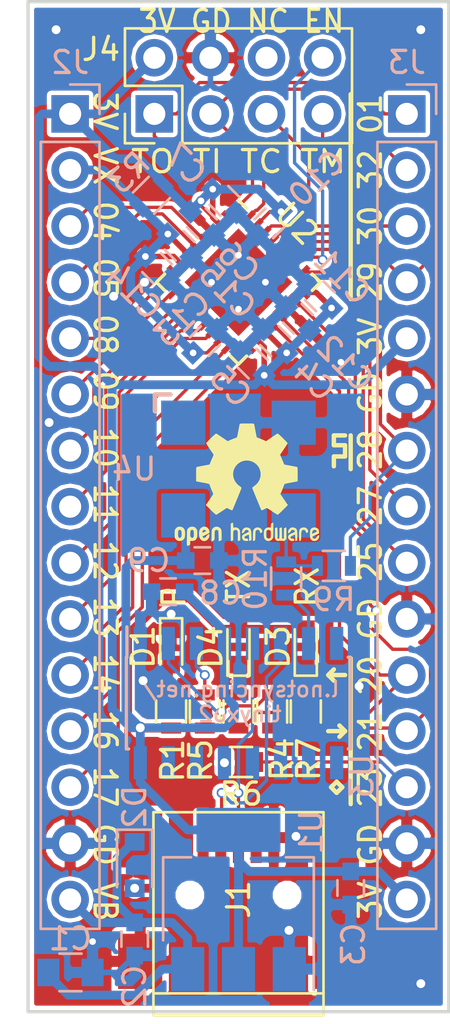
<source format=kicad_pcb>
(kicad_pcb (version 20170922) (host pcbnew "(2017-09-28 revision 6006b54dd)-master")

  (general
    (thickness 1.6)
    (drawings 33)
    (tracks 415)
    (zones 0)
    (modules 37)
    (nets 48)
  )

  (page A4)
  (layers
    (0 F.Cu signal)
    (31 B.Cu signal)
    (32 B.Adhes user)
    (33 F.Adhes user)
    (34 B.Paste user)
    (35 F.Paste user)
    (36 B.SilkS user)
    (37 F.SilkS user)
    (38 B.Mask user)
    (39 F.Mask user)
    (40 Dwgs.User user)
    (41 Cmts.User user)
    (42 Eco1.User user)
    (43 Eco2.User user)
    (44 Edge.Cuts user)
    (45 Margin user)
    (46 B.CrtYd user hide)
    (47 F.CrtYd user)
    (48 B.Fab user hide)
    (49 F.Fab user hide)
  )

  (setup
    (last_trace_width 0.15)
    (user_trace_width 0.15)
    (user_trace_width 0.4)
    (trace_clearance 0.15)
    (zone_clearance 0.2)
    (zone_45_only yes)
    (trace_min 0.15)
    (segment_width 0.2)
    (edge_width 0.15)
    (via_size 0.45)
    (via_drill 0.3)
    (via_min_size 0.45)
    (via_min_drill 0.3)
    (user_via 0.45 0.3)
    (user_via 0.55 0.4)
    (uvia_size 0.3)
    (uvia_drill 0.1)
    (uvias_allowed no)
    (uvia_min_size 0.2)
    (uvia_min_drill 0.1)
    (pcb_text_width 0.3)
    (pcb_text_size 1.5 1.5)
    (mod_edge_width 0.15)
    (mod_text_size 1 1)
    (mod_text_width 0.15)
    (pad_size 1.524 1.524)
    (pad_drill 0.762)
    (pad_to_mask_clearance 0.2)
    (aux_axis_origin 0 0)
    (visible_elements FFFFFF7F)
    (pcbplotparams
      (layerselection 0x010fc_ffffffff)
      (usegerberextensions true)
      (usegerberattributes true)
      (usegerberadvancedattributes true)
      (creategerberjobfile true)
      (excludeedgelayer true)
      (linewidth 0.100000)
      (plotframeref false)
      (viasonmask false)
      (mode 1)
      (useauxorigin false)
      (hpglpennumber 1)
      (hpglpenspeed 20)
      (hpglpendiameter 15)
      (psnegative false)
      (psa4output false)
      (plotreference true)
      (plotvalue true)
      (plotinvisibletext false)
      (padsonsilk false)
      (subtractmaskfromsilk true)
      (outputformat 1)
      (mirror false)
      (drillshape 0)
      (scaleselection 1)
      (outputdirectory gerber/))
  )

  (net 0 "")
  (net 1 /fpga/TX)
  (net 2 /fpga/RX)
  (net 3 /fpga/RS)
  (net 4 GND)
  (net 5 VBUS)
  (net 6 /fpga/VCCIO23)
  (net 7 +3V3)
  (net 8 /fpga/JTAG_TDI)
  (net 9 /fpga/JTAG_TCK)
  (net 10 /fpga/JTAG_TMS)
  (net 11 /fpga/JTAG_EN)
  (net 12 /fpga/JTAG_TDO)
  (net 13 /usbserial/DTR)
  (net 14 "Net-(U3-Pad8)")
  (net 15 /usbserial/USB-)
  (net 16 /usbserial/USB+)
  (net 17 /fpga/P27)
  (net 18 /fpga/P25)
  (net 19 /fpga/P16)
  (net 20 /fpga/P14)
  (net 21 /fpga/P13)
  (net 22 /fpga/P12)
  (net 23 /fpga/P11)
  (net 24 /fpga/P10)
  (net 25 /fpga/P9)
  (net 26 /fpga/P8)
  (net 27 /fpga/P5)
  (net 28 /fpga/P4)
  (net 29 /fpga/P17)
  (net 30 "Net-(J4-Pad6)")
  (net 31 "Net-(D1-Pad2)")
  (net 32 /fpga/TXD)
  (net 33 /fpga/RXD)
  (net 34 /fpga/CLK_FPGA)
  (net 35 /fpga/CLK_USBSER)
  (net 36 "Net-(U4-Pad1)")
  (net 37 "Net-(U3-Pad15)")
  (net 38 "Net-(U3-Pad14)")
  (net 39 "Net-(U3-Pad12)")
  (net 40 "Net-(U3-Pad11)")
  (net 41 "Net-(U3-Pad10)")
  (net 42 "Net-(U3-Pad9)")
  (net 43 "Net-(R10-Pad2)")
  (net 44 /usbserial/VU)
  (net 45 "Net-(D3-Pad1)")
  (net 46 "Net-(D4-Pad1)")
  (net 47 "Net-(J1-Pad4)")

  (net_class Default "This is the default net class."
    (clearance 0.15)
    (trace_width 0.25)
    (via_dia 0.45)
    (via_drill 0.3)
    (uvia_dia 0.3)
    (uvia_drill 0.1)
    (add_net /fpga/CLK_FPGA)
    (add_net /fpga/CLK_USBSER)
    (add_net /fpga/JTAG_EN)
    (add_net /fpga/JTAG_TCK)
    (add_net /fpga/JTAG_TDI)
    (add_net /fpga/JTAG_TDO)
    (add_net /fpga/JTAG_TMS)
    (add_net /fpga/P10)
    (add_net /fpga/P11)
    (add_net /fpga/P12)
    (add_net /fpga/P13)
    (add_net /fpga/P14)
    (add_net /fpga/P16)
    (add_net /fpga/P17)
    (add_net /fpga/P25)
    (add_net /fpga/P27)
    (add_net /fpga/P4)
    (add_net /fpga/P5)
    (add_net /fpga/P8)
    (add_net /fpga/P9)
    (add_net /fpga/RS)
    (add_net /fpga/RX)
    (add_net /fpga/RXD)
    (add_net /fpga/TX)
    (add_net /fpga/TXD)
    (add_net /usbserial/DTR)
    (add_net /usbserial/USB+)
    (add_net /usbserial/USB-)
    (add_net GND)
    (add_net "Net-(D1-Pad2)")
    (add_net "Net-(D3-Pad1)")
    (add_net "Net-(D4-Pad1)")
    (add_net "Net-(J1-Pad4)")
    (add_net "Net-(J4-Pad6)")
    (add_net "Net-(R10-Pad2)")
    (add_net "Net-(U3-Pad10)")
    (add_net "Net-(U3-Pad11)")
    (add_net "Net-(U3-Pad12)")
    (add_net "Net-(U3-Pad14)")
    (add_net "Net-(U3-Pad15)")
    (add_net "Net-(U3-Pad8)")
    (add_net "Net-(U3-Pad9)")
    (add_net "Net-(U4-Pad1)")
  )

  (net_class power ""
    (clearance 0.15)
    (trace_width 0.4)
    (via_dia 0.55)
    (via_drill 0.4)
    (uvia_dia 0.3)
    (uvia_drill 0.1)
    (add_net +3V3)
    (add_net /fpga/VCCIO23)
    (add_net /usbserial/VU)
    (add_net VBUS)
  )

  (module Symbols:OSHW-Logo2_7.3x6mm_SilkScreen (layer F.Cu) (tedit 0) (tstamp 5A32F57D)
    (at 117.221 98.0567)
    (descr "Open Source Hardware Symbol")
    (tags "Logo Symbol OSHW")
    (attr virtual)
    (fp_text reference REF*** (at 0 0) (layer F.SilkS) hide
      (effects (font (size 1 1) (thickness 0.15)))
    )
    (fp_text value OSHW-Logo2_7.3x6mm_SilkScreen (at 0.75 0) (layer F.Fab) hide
      (effects (font (size 1 1) (thickness 0.15)))
    )
    (fp_poly (pts (xy -2.400256 1.919918) (xy -2.344799 1.947568) (xy -2.295852 1.99848) (xy -2.282371 2.017338)
      (xy -2.267686 2.042015) (xy -2.258158 2.068816) (xy -2.252707 2.104587) (xy -2.250253 2.156169)
      (xy -2.249714 2.224267) (xy -2.252148 2.317588) (xy -2.260606 2.387657) (xy -2.276826 2.439931)
      (xy -2.302546 2.479869) (xy -2.339503 2.512929) (xy -2.342218 2.514886) (xy -2.37864 2.534908)
      (xy -2.422498 2.544815) (xy -2.478276 2.547257) (xy -2.568952 2.547257) (xy -2.56899 2.635283)
      (xy -2.569834 2.684308) (xy -2.574976 2.713065) (xy -2.588413 2.730311) (xy -2.614142 2.744808)
      (xy -2.620321 2.747769) (xy -2.649236 2.761648) (xy -2.671624 2.770414) (xy -2.688271 2.771171)
      (xy -2.699964 2.761023) (xy -2.70749 2.737073) (xy -2.711634 2.696426) (xy -2.713185 2.636186)
      (xy -2.712929 2.553455) (xy -2.711651 2.445339) (xy -2.711252 2.413) (xy -2.709815 2.301524)
      (xy -2.708528 2.228603) (xy -2.569029 2.228603) (xy -2.568245 2.290499) (xy -2.56476 2.330997)
      (xy -2.556876 2.357708) (xy -2.542895 2.378244) (xy -2.533403 2.38826) (xy -2.494596 2.417567)
      (xy -2.460237 2.419952) (xy -2.424784 2.39575) (xy -2.423886 2.394857) (xy -2.409461 2.376153)
      (xy -2.400687 2.350732) (xy -2.396261 2.311584) (xy -2.394882 2.251697) (xy -2.394857 2.23843)
      (xy -2.398188 2.155901) (xy -2.409031 2.098691) (xy -2.42866 2.063766) (xy -2.45835 2.048094)
      (xy -2.475509 2.046514) (xy -2.516234 2.053926) (xy -2.544168 2.07833) (xy -2.560983 2.12298)
      (xy -2.56835 2.19113) (xy -2.569029 2.228603) (xy -2.708528 2.228603) (xy -2.708292 2.215245)
      (xy -2.706323 2.150333) (xy -2.70355 2.102958) (xy -2.699612 2.06929) (xy -2.694151 2.045498)
      (xy -2.686808 2.027753) (xy -2.677223 2.012224) (xy -2.673113 2.006381) (xy -2.618595 1.951185)
      (xy -2.549664 1.91989) (xy -2.469928 1.911165) (xy -2.400256 1.919918)) (layer F.SilkS) (width 0.01))
    (fp_poly (pts (xy -1.283907 1.92778) (xy -1.237328 1.954723) (xy -1.204943 1.981466) (xy -1.181258 2.009484)
      (xy -1.164941 2.043748) (xy -1.154661 2.089227) (xy -1.149086 2.150892) (xy -1.146884 2.233711)
      (xy -1.146629 2.293246) (xy -1.146629 2.512391) (xy -1.208314 2.540044) (xy -1.27 2.567697)
      (xy -1.277257 2.32767) (xy -1.280256 2.238028) (xy -1.283402 2.172962) (xy -1.287299 2.128026)
      (xy -1.292553 2.09877) (xy -1.299769 2.080748) (xy -1.30955 2.069511) (xy -1.312688 2.067079)
      (xy -1.360239 2.048083) (xy -1.408303 2.0556) (xy -1.436914 2.075543) (xy -1.448553 2.089675)
      (xy -1.456609 2.10822) (xy -1.461729 2.136334) (xy -1.464559 2.179173) (xy -1.465744 2.241895)
      (xy -1.465943 2.307261) (xy -1.465982 2.389268) (xy -1.467386 2.447316) (xy -1.472086 2.486465)
      (xy -1.482013 2.51178) (xy -1.499097 2.528323) (xy -1.525268 2.541156) (xy -1.560225 2.554491)
      (xy -1.598404 2.569007) (xy -1.593859 2.311389) (xy -1.592029 2.218519) (xy -1.589888 2.149889)
      (xy -1.586819 2.100711) (xy -1.582206 2.066198) (xy -1.575432 2.041562) (xy -1.565881 2.022016)
      (xy -1.554366 2.00477) (xy -1.49881 1.94968) (xy -1.43102 1.917822) (xy -1.357287 1.910191)
      (xy -1.283907 1.92778)) (layer F.SilkS) (width 0.01))
    (fp_poly (pts (xy -2.958885 1.921962) (xy -2.890855 1.957733) (xy -2.840649 2.015301) (xy -2.822815 2.052312)
      (xy -2.808937 2.107882) (xy -2.801833 2.178096) (xy -2.80116 2.254727) (xy -2.806573 2.329552)
      (xy -2.81773 2.394342) (xy -2.834286 2.440873) (xy -2.839374 2.448887) (xy -2.899645 2.508707)
      (xy -2.971231 2.544535) (xy -3.048908 2.55502) (xy -3.127452 2.53881) (xy -3.149311 2.529092)
      (xy -3.191878 2.499143) (xy -3.229237 2.459433) (xy -3.232768 2.454397) (xy -3.247119 2.430124)
      (xy -3.256606 2.404178) (xy -3.26221 2.370022) (xy -3.264914 2.321119) (xy -3.265701 2.250935)
      (xy -3.265714 2.2352) (xy -3.265678 2.230192) (xy -3.120571 2.230192) (xy -3.119727 2.29643)
      (xy -3.116404 2.340386) (xy -3.109417 2.368779) (xy -3.097584 2.388325) (xy -3.091543 2.394857)
      (xy -3.056814 2.41968) (xy -3.023097 2.418548) (xy -2.989005 2.397016) (xy -2.968671 2.374029)
      (xy -2.956629 2.340478) (xy -2.949866 2.287569) (xy -2.949402 2.281399) (xy -2.948248 2.185513)
      (xy -2.960312 2.114299) (xy -2.98543 2.068194) (xy -3.02344 2.047635) (xy -3.037008 2.046514)
      (xy -3.072636 2.052152) (xy -3.097006 2.071686) (xy -3.111907 2.109042) (xy -3.119125 2.16815)
      (xy -3.120571 2.230192) (xy -3.265678 2.230192) (xy -3.265174 2.160413) (xy -3.262904 2.108159)
      (xy -3.257932 2.071949) (xy -3.249287 2.045299) (xy -3.235995 2.021722) (xy -3.233057 2.017338)
      (xy -3.183687 1.958249) (xy -3.129891 1.923947) (xy -3.064398 1.910331) (xy -3.042158 1.909665)
      (xy -2.958885 1.921962)) (layer F.SilkS) (width 0.01))
    (fp_poly (pts (xy -1.831697 1.931239) (xy -1.774473 1.969735) (xy -1.730251 2.025335) (xy -1.703833 2.096086)
      (xy -1.69849 2.148162) (xy -1.699097 2.169893) (xy -1.704178 2.186531) (xy -1.718145 2.201437)
      (xy -1.745411 2.217973) (xy -1.790388 2.239498) (xy -1.857489 2.269374) (xy -1.857829 2.269524)
      (xy -1.919593 2.297813) (xy -1.970241 2.322933) (xy -2.004596 2.342179) (xy -2.017482 2.352848)
      (xy -2.017486 2.352934) (xy -2.006128 2.376166) (xy -1.979569 2.401774) (xy -1.949077 2.420221)
      (xy -1.93363 2.423886) (xy -1.891485 2.411212) (xy -1.855192 2.379471) (xy -1.837483 2.344572)
      (xy -1.820448 2.318845) (xy -1.787078 2.289546) (xy -1.747851 2.264235) (xy -1.713244 2.250471)
      (xy -1.706007 2.249714) (xy -1.697861 2.26216) (xy -1.69737 2.293972) (xy -1.703357 2.336866)
      (xy -1.714643 2.382558) (xy -1.73005 2.422761) (xy -1.730829 2.424322) (xy -1.777196 2.489062)
      (xy -1.837289 2.533097) (xy -1.905535 2.554711) (xy -1.976362 2.552185) (xy -2.044196 2.523804)
      (xy -2.047212 2.521808) (xy -2.100573 2.473448) (xy -2.13566 2.410352) (xy -2.155078 2.327387)
      (xy -2.157684 2.304078) (xy -2.162299 2.194055) (xy -2.156767 2.142748) (xy -2.017486 2.142748)
      (xy -2.015676 2.174753) (xy -2.005778 2.184093) (xy -1.981102 2.177105) (xy -1.942205 2.160587)
      (xy -1.898725 2.139881) (xy -1.897644 2.139333) (xy -1.860791 2.119949) (xy -1.846 2.107013)
      (xy -1.849647 2.093451) (xy -1.865005 2.075632) (xy -1.904077 2.049845) (xy -1.946154 2.04795)
      (xy -1.983897 2.066717) (xy -2.009966 2.102915) (xy -2.017486 2.142748) (xy -2.156767 2.142748)
      (xy -2.152806 2.106027) (xy -2.12845 2.036212) (xy -2.094544 1.987302) (xy -2.033347 1.937878)
      (xy -1.965937 1.913359) (xy -1.89712 1.911797) (xy -1.831697 1.931239)) (layer F.SilkS) (width 0.01))
    (fp_poly (pts (xy -0.624114 1.851289) (xy -0.619861 1.910613) (xy -0.614975 1.945572) (xy -0.608205 1.96082)
      (xy -0.598298 1.961015) (xy -0.595086 1.959195) (xy -0.552356 1.946015) (xy -0.496773 1.946785)
      (xy -0.440263 1.960333) (xy -0.404918 1.977861) (xy -0.368679 2.005861) (xy -0.342187 2.037549)
      (xy -0.324001 2.077813) (xy -0.312678 2.131543) (xy -0.306778 2.203626) (xy -0.304857 2.298951)
      (xy -0.304823 2.317237) (xy -0.3048 2.522646) (xy -0.350509 2.53858) (xy -0.382973 2.54942)
      (xy -0.400785 2.554468) (xy -0.401309 2.554514) (xy -0.403063 2.540828) (xy -0.404556 2.503076)
      (xy -0.405674 2.446224) (xy -0.406303 2.375234) (xy -0.4064 2.332073) (xy -0.406602 2.246973)
      (xy -0.407642 2.185981) (xy -0.410169 2.144177) (xy -0.414836 2.116642) (xy -0.422293 2.098456)
      (xy -0.433189 2.084698) (xy -0.439993 2.078073) (xy -0.486728 2.051375) (xy -0.537728 2.049375)
      (xy -0.583999 2.071955) (xy -0.592556 2.080107) (xy -0.605107 2.095436) (xy -0.613812 2.113618)
      (xy -0.619369 2.139909) (xy -0.622474 2.179562) (xy -0.623824 2.237832) (xy -0.624114 2.318173)
      (xy -0.624114 2.522646) (xy -0.669823 2.53858) (xy -0.702287 2.54942) (xy -0.720099 2.554468)
      (xy -0.720623 2.554514) (xy -0.721963 2.540623) (xy -0.723172 2.501439) (xy -0.724199 2.4407)
      (xy -0.724998 2.362141) (xy -0.725519 2.269498) (xy -0.725714 2.166509) (xy -0.725714 1.769342)
      (xy -0.678543 1.749444) (xy -0.631371 1.729547) (xy -0.624114 1.851289)) (layer F.SilkS) (width 0.01))
    (fp_poly (pts (xy 0.039744 1.950968) (xy 0.096616 1.972087) (xy 0.097267 1.972493) (xy 0.13244 1.99838)
      (xy 0.158407 2.028633) (xy 0.17667 2.068058) (xy 0.188732 2.121462) (xy 0.196096 2.193651)
      (xy 0.200264 2.289432) (xy 0.200629 2.303078) (xy 0.205876 2.508842) (xy 0.161716 2.531678)
      (xy 0.129763 2.54711) (xy 0.11047 2.554423) (xy 0.109578 2.554514) (xy 0.106239 2.541022)
      (xy 0.103587 2.504626) (xy 0.101956 2.451452) (xy 0.1016 2.408393) (xy 0.101592 2.338641)
      (xy 0.098403 2.294837) (xy 0.087288 2.273944) (xy 0.063501 2.272925) (xy 0.022296 2.288741)
      (xy -0.039914 2.317815) (xy -0.085659 2.341963) (xy -0.109187 2.362913) (xy -0.116104 2.385747)
      (xy -0.116114 2.386877) (xy -0.104701 2.426212) (xy -0.070908 2.447462) (xy -0.019191 2.450539)
      (xy 0.018061 2.450006) (xy 0.037703 2.460735) (xy 0.049952 2.486505) (xy 0.057002 2.519337)
      (xy 0.046842 2.537966) (xy 0.043017 2.540632) (xy 0.007001 2.55134) (xy -0.043434 2.552856)
      (xy -0.095374 2.545759) (xy -0.132178 2.532788) (xy -0.183062 2.489585) (xy -0.211986 2.429446)
      (xy -0.217714 2.382462) (xy -0.213343 2.340082) (xy -0.197525 2.305488) (xy -0.166203 2.274763)
      (xy -0.115322 2.24399) (xy -0.040824 2.209252) (xy -0.036286 2.207288) (xy 0.030821 2.176287)
      (xy 0.072232 2.150862) (xy 0.089981 2.128014) (xy 0.086107 2.104745) (xy 0.062643 2.078056)
      (xy 0.055627 2.071914) (xy 0.00863 2.0481) (xy -0.040067 2.049103) (xy -0.082478 2.072451)
      (xy -0.110616 2.115675) (xy -0.113231 2.12416) (xy -0.138692 2.165308) (xy -0.170999 2.185128)
      (xy -0.217714 2.20477) (xy -0.217714 2.15395) (xy -0.203504 2.080082) (xy -0.161325 2.012327)
      (xy -0.139376 1.989661) (xy -0.089483 1.960569) (xy -0.026033 1.9474) (xy 0.039744 1.950968)) (layer F.SilkS) (width 0.01))
    (fp_poly (pts (xy 0.529926 1.949755) (xy 0.595858 1.974084) (xy 0.649273 2.017117) (xy 0.670164 2.047409)
      (xy 0.692939 2.102994) (xy 0.692466 2.143186) (xy 0.668562 2.170217) (xy 0.659717 2.174813)
      (xy 0.62153 2.189144) (xy 0.602028 2.185472) (xy 0.595422 2.161407) (xy 0.595086 2.148114)
      (xy 0.582992 2.09921) (xy 0.551471 2.064999) (xy 0.507659 2.048476) (xy 0.458695 2.052634)
      (xy 0.418894 2.074227) (xy 0.40545 2.086544) (xy 0.395921 2.101487) (xy 0.389485 2.124075)
      (xy 0.385317 2.159328) (xy 0.382597 2.212266) (xy 0.380502 2.287907) (xy 0.37996 2.311857)
      (xy 0.377981 2.39379) (xy 0.375731 2.451455) (xy 0.372357 2.489608) (xy 0.367006 2.513004)
      (xy 0.358824 2.526398) (xy 0.346959 2.534545) (xy 0.339362 2.538144) (xy 0.307102 2.550452)
      (xy 0.288111 2.554514) (xy 0.281836 2.540948) (xy 0.278006 2.499934) (xy 0.2766 2.430999)
      (xy 0.277598 2.333669) (xy 0.277908 2.318657) (xy 0.280101 2.229859) (xy 0.282693 2.165019)
      (xy 0.286382 2.119067) (xy 0.291864 2.086935) (xy 0.299835 2.063553) (xy 0.310993 2.043852)
      (xy 0.31683 2.03541) (xy 0.350296 1.998057) (xy 0.387727 1.969003) (xy 0.392309 1.966467)
      (xy 0.459426 1.946443) (xy 0.529926 1.949755)) (layer F.SilkS) (width 0.01))
    (fp_poly (pts (xy 1.190117 2.065358) (xy 1.189933 2.173837) (xy 1.189219 2.257287) (xy 1.187675 2.319704)
      (xy 1.185001 2.365085) (xy 1.180894 2.397429) (xy 1.175055 2.420733) (xy 1.167182 2.438995)
      (xy 1.161221 2.449418) (xy 1.111855 2.505945) (xy 1.049264 2.541377) (xy 0.980013 2.55409)
      (xy 0.910668 2.542463) (xy 0.869375 2.521568) (xy 0.826025 2.485422) (xy 0.796481 2.441276)
      (xy 0.778655 2.383462) (xy 0.770463 2.306313) (xy 0.769302 2.249714) (xy 0.769458 2.245647)
      (xy 0.870857 2.245647) (xy 0.871476 2.31055) (xy 0.874314 2.353514) (xy 0.88084 2.381622)
      (xy 0.892523 2.401953) (xy 0.906483 2.417288) (xy 0.953365 2.44689) (xy 1.003701 2.449419)
      (xy 1.051276 2.424705) (xy 1.054979 2.421356) (xy 1.070783 2.403935) (xy 1.080693 2.383209)
      (xy 1.086058 2.352362) (xy 1.088228 2.304577) (xy 1.088571 2.251748) (xy 1.087827 2.185381)
      (xy 1.084748 2.141106) (xy 1.078061 2.112009) (xy 1.066496 2.091173) (xy 1.057013 2.080107)
      (xy 1.01296 2.052198) (xy 0.962224 2.048843) (xy 0.913796 2.070159) (xy 0.90445 2.078073)
      (xy 0.88854 2.095647) (xy 0.87861 2.116587) (xy 0.873278 2.147782) (xy 0.871163 2.196122)
      (xy 0.870857 2.245647) (xy 0.769458 2.245647) (xy 0.77281 2.158568) (xy 0.784726 2.090086)
      (xy 0.807135 2.0386) (xy 0.842124 1.998443) (xy 0.869375 1.977861) (xy 0.918907 1.955625)
      (xy 0.976316 1.945304) (xy 1.029682 1.948067) (xy 1.059543 1.959212) (xy 1.071261 1.962383)
      (xy 1.079037 1.950557) (xy 1.084465 1.918866) (xy 1.088571 1.870593) (xy 1.093067 1.816829)
      (xy 1.099313 1.784482) (xy 1.110676 1.765985) (xy 1.130528 1.75377) (xy 1.143 1.748362)
      (xy 1.190171 1.728601) (xy 1.190117 2.065358)) (layer F.SilkS) (width 0.01))
    (fp_poly (pts (xy 1.779833 1.958663) (xy 1.782048 1.99685) (xy 1.783784 2.054886) (xy 1.784899 2.12818)
      (xy 1.785257 2.205055) (xy 1.785257 2.465196) (xy 1.739326 2.511127) (xy 1.707675 2.539429)
      (xy 1.67989 2.550893) (xy 1.641915 2.550168) (xy 1.62684 2.548321) (xy 1.579726 2.542948)
      (xy 1.540756 2.539869) (xy 1.531257 2.539585) (xy 1.499233 2.541445) (xy 1.453432 2.546114)
      (xy 1.435674 2.548321) (xy 1.392057 2.551735) (xy 1.362745 2.54432) (xy 1.33368 2.521427)
      (xy 1.323188 2.511127) (xy 1.277257 2.465196) (xy 1.277257 1.978602) (xy 1.314226 1.961758)
      (xy 1.346059 1.949282) (xy 1.364683 1.944914) (xy 1.369458 1.958718) (xy 1.373921 1.997286)
      (xy 1.377775 2.056356) (xy 1.380722 2.131663) (xy 1.382143 2.195286) (xy 1.386114 2.445657)
      (xy 1.420759 2.450556) (xy 1.452268 2.447131) (xy 1.467708 2.436041) (xy 1.472023 2.415308)
      (xy 1.475708 2.371145) (xy 1.478469 2.309146) (xy 1.480012 2.234909) (xy 1.480235 2.196706)
      (xy 1.480457 1.976783) (xy 1.526166 1.960849) (xy 1.558518 1.950015) (xy 1.576115 1.944962)
      (xy 1.576623 1.944914) (xy 1.578388 1.958648) (xy 1.580329 1.99673) (xy 1.582282 2.054482)
      (xy 1.584084 2.127227) (xy 1.585343 2.195286) (xy 1.589314 2.445657) (xy 1.6764 2.445657)
      (xy 1.680396 2.21724) (xy 1.684392 1.988822) (xy 1.726847 1.966868) (xy 1.758192 1.951793)
      (xy 1.776744 1.944951) (xy 1.777279 1.944914) (xy 1.779833 1.958663)) (layer F.SilkS) (width 0.01))
    (fp_poly (pts (xy 2.144876 1.956335) (xy 2.186667 1.975344) (xy 2.219469 1.998378) (xy 2.243503 2.024133)
      (xy 2.260097 2.057358) (xy 2.270577 2.1028) (xy 2.276271 2.165207) (xy 2.278507 2.249327)
      (xy 2.278743 2.304721) (xy 2.278743 2.520826) (xy 2.241774 2.53767) (xy 2.212656 2.549981)
      (xy 2.198231 2.554514) (xy 2.195472 2.541025) (xy 2.193282 2.504653) (xy 2.191942 2.451542)
      (xy 2.191657 2.409372) (xy 2.190434 2.348447) (xy 2.187136 2.300115) (xy 2.182321 2.270518)
      (xy 2.178496 2.264229) (xy 2.152783 2.270652) (xy 2.112418 2.287125) (xy 2.065679 2.309458)
      (xy 2.020845 2.333457) (xy 1.986193 2.35493) (xy 1.970002 2.369685) (xy 1.969938 2.369845)
      (xy 1.97133 2.397152) (xy 1.983818 2.423219) (xy 2.005743 2.444392) (xy 2.037743 2.451474)
      (xy 2.065092 2.450649) (xy 2.103826 2.450042) (xy 2.124158 2.459116) (xy 2.136369 2.483092)
      (xy 2.137909 2.487613) (xy 2.143203 2.521806) (xy 2.129047 2.542568) (xy 2.092148 2.552462)
      (xy 2.052289 2.554292) (xy 1.980562 2.540727) (xy 1.943432 2.521355) (xy 1.897576 2.475845)
      (xy 1.873256 2.419983) (xy 1.871073 2.360957) (xy 1.891629 2.305953) (xy 1.922549 2.271486)
      (xy 1.95342 2.252189) (xy 2.001942 2.227759) (xy 2.058485 2.202985) (xy 2.06791 2.199199)
      (xy 2.130019 2.171791) (xy 2.165822 2.147634) (xy 2.177337 2.123619) (xy 2.16658 2.096635)
      (xy 2.148114 2.075543) (xy 2.104469 2.049572) (xy 2.056446 2.047624) (xy 2.012406 2.067637)
      (xy 1.980709 2.107551) (xy 1.976549 2.117848) (xy 1.952327 2.155724) (xy 1.916965 2.183842)
      (xy 1.872343 2.206917) (xy 1.872343 2.141485) (xy 1.874969 2.101506) (xy 1.88623 2.069997)
      (xy 1.911199 2.036378) (xy 1.935169 2.010484) (xy 1.972441 1.973817) (xy 2.001401 1.954121)
      (xy 2.032505 1.94622) (xy 2.067713 1.944914) (xy 2.144876 1.956335)) (layer F.SilkS) (width 0.01))
    (fp_poly (pts (xy 2.6526 1.958752) (xy 2.669948 1.966334) (xy 2.711356 1.999128) (xy 2.746765 2.046547)
      (xy 2.768664 2.097151) (xy 2.772229 2.122098) (xy 2.760279 2.156927) (xy 2.734067 2.175357)
      (xy 2.705964 2.186516) (xy 2.693095 2.188572) (xy 2.686829 2.173649) (xy 2.674456 2.141175)
      (xy 2.669028 2.126502) (xy 2.63859 2.075744) (xy 2.59452 2.050427) (xy 2.53801 2.051206)
      (xy 2.533825 2.052203) (xy 2.503655 2.066507) (xy 2.481476 2.094393) (xy 2.466327 2.139287)
      (xy 2.45725 2.204615) (xy 2.453286 2.293804) (xy 2.452914 2.341261) (xy 2.45273 2.416071)
      (xy 2.451522 2.467069) (xy 2.448309 2.499471) (xy 2.442109 2.518495) (xy 2.43194 2.529356)
      (xy 2.416819 2.537272) (xy 2.415946 2.53767) (xy 2.386828 2.549981) (xy 2.372403 2.554514)
      (xy 2.370186 2.540809) (xy 2.368289 2.502925) (xy 2.366847 2.445715) (xy 2.365998 2.374027)
      (xy 2.365829 2.321565) (xy 2.366692 2.220047) (xy 2.37007 2.143032) (xy 2.377142 2.086023)
      (xy 2.389088 2.044526) (xy 2.40709 2.014043) (xy 2.432327 1.99008) (xy 2.457247 1.973355)
      (xy 2.517171 1.951097) (xy 2.586911 1.946076) (xy 2.6526 1.958752)) (layer F.SilkS) (width 0.01))
    (fp_poly (pts (xy 3.153595 1.966966) (xy 3.211021 2.004497) (xy 3.238719 2.038096) (xy 3.260662 2.099064)
      (xy 3.262405 2.147308) (xy 3.258457 2.211816) (xy 3.109686 2.276934) (xy 3.037349 2.310202)
      (xy 2.990084 2.336964) (xy 2.965507 2.360144) (xy 2.961237 2.382667) (xy 2.974889 2.407455)
      (xy 2.989943 2.423886) (xy 3.033746 2.450235) (xy 3.081389 2.452081) (xy 3.125145 2.431546)
      (xy 3.157289 2.390752) (xy 3.163038 2.376347) (xy 3.190576 2.331356) (xy 3.222258 2.312182)
      (xy 3.265714 2.295779) (xy 3.265714 2.357966) (xy 3.261872 2.400283) (xy 3.246823 2.435969)
      (xy 3.21528 2.476943) (xy 3.210592 2.482267) (xy 3.175506 2.51872) (xy 3.145347 2.538283)
      (xy 3.107615 2.547283) (xy 3.076335 2.55023) (xy 3.020385 2.550965) (xy 2.980555 2.54166)
      (xy 2.955708 2.527846) (xy 2.916656 2.497467) (xy 2.889625 2.464613) (xy 2.872517 2.423294)
      (xy 2.863238 2.367521) (xy 2.859693 2.291305) (xy 2.85941 2.252622) (xy 2.860372 2.206247)
      (xy 2.948007 2.206247) (xy 2.949023 2.231126) (xy 2.951556 2.2352) (xy 2.968274 2.229665)
      (xy 3.004249 2.215017) (xy 3.052331 2.19419) (xy 3.062386 2.189714) (xy 3.123152 2.158814)
      (xy 3.156632 2.131657) (xy 3.16399 2.10622) (xy 3.146391 2.080481) (xy 3.131856 2.069109)
      (xy 3.07941 2.046364) (xy 3.030322 2.050122) (xy 2.989227 2.077884) (xy 2.960758 2.127152)
      (xy 2.951631 2.166257) (xy 2.948007 2.206247) (xy 2.860372 2.206247) (xy 2.861285 2.162249)
      (xy 2.868196 2.095384) (xy 2.881884 2.046695) (xy 2.904096 2.010849) (xy 2.936574 1.982513)
      (xy 2.950733 1.973355) (xy 3.015053 1.949507) (xy 3.085473 1.948006) (xy 3.153595 1.966966)) (layer F.SilkS) (width 0.01))
    (fp_poly (pts (xy 0.10391 -2.757652) (xy 0.182454 -2.757222) (xy 0.239298 -2.756058) (xy 0.278105 -2.753793)
      (xy 0.302538 -2.75006) (xy 0.316262 -2.744494) (xy 0.32294 -2.736727) (xy 0.326236 -2.726395)
      (xy 0.326556 -2.725057) (xy 0.331562 -2.700921) (xy 0.340829 -2.653299) (xy 0.353392 -2.587259)
      (xy 0.368287 -2.507872) (xy 0.384551 -2.420204) (xy 0.385119 -2.417125) (xy 0.40141 -2.331211)
      (xy 0.416652 -2.255304) (xy 0.429861 -2.193955) (xy 0.440054 -2.151718) (xy 0.446248 -2.133145)
      (xy 0.446543 -2.132816) (xy 0.464788 -2.123747) (xy 0.502405 -2.108633) (xy 0.551271 -2.090738)
      (xy 0.551543 -2.090642) (xy 0.613093 -2.067507) (xy 0.685657 -2.038035) (xy 0.754057 -2.008403)
      (xy 0.757294 -2.006938) (xy 0.868702 -1.956374) (xy 1.115399 -2.12484) (xy 1.191077 -2.176197)
      (xy 1.259631 -2.222111) (xy 1.317088 -2.25997) (xy 1.359476 -2.287163) (xy 1.382825 -2.301079)
      (xy 1.385042 -2.302111) (xy 1.40201 -2.297516) (xy 1.433701 -2.275345) (xy 1.481352 -2.234553)
      (xy 1.546198 -2.174095) (xy 1.612397 -2.109773) (xy 1.676214 -2.046388) (xy 1.733329 -1.988549)
      (xy 1.780305 -1.939825) (xy 1.813703 -1.90379) (xy 1.830085 -1.884016) (xy 1.830694 -1.882998)
      (xy 1.832505 -1.869428) (xy 1.825683 -1.847267) (xy 1.80854 -1.813522) (xy 1.779393 -1.7652)
      (xy 1.736555 -1.699308) (xy 1.679448 -1.614483) (xy 1.628766 -1.539823) (xy 1.583461 -1.47286)
      (xy 1.54615 -1.417484) (xy 1.519452 -1.37758) (xy 1.505985 -1.357038) (xy 1.505137 -1.355644)
      (xy 1.506781 -1.335962) (xy 1.519245 -1.297707) (xy 1.540048 -1.248111) (xy 1.547462 -1.232272)
      (xy 1.579814 -1.16171) (xy 1.614328 -1.081647) (xy 1.642365 -1.012371) (xy 1.662568 -0.960955)
      (xy 1.678615 -0.921881) (xy 1.687888 -0.901459) (xy 1.689041 -0.899886) (xy 1.706096 -0.897279)
      (xy 1.746298 -0.890137) (xy 1.804302 -0.879477) (xy 1.874763 -0.866315) (xy 1.952335 -0.851667)
      (xy 2.031672 -0.836551) (xy 2.107431 -0.821982) (xy 2.174264 -0.808978) (xy 2.226828 -0.798555)
      (xy 2.259776 -0.79173) (xy 2.267857 -0.789801) (xy 2.276205 -0.785038) (xy 2.282506 -0.774282)
      (xy 2.287045 -0.753902) (xy 2.290104 -0.720266) (xy 2.291967 -0.669745) (xy 2.292918 -0.598708)
      (xy 2.29324 -0.503524) (xy 2.293257 -0.464508) (xy 2.293257 -0.147201) (xy 2.217057 -0.132161)
      (xy 2.174663 -0.124005) (xy 2.1114 -0.112101) (xy 2.034962 -0.097884) (xy 1.953043 -0.08279)
      (xy 1.9304 -0.078645) (xy 1.854806 -0.063947) (xy 1.788953 -0.049495) (xy 1.738366 -0.036625)
      (xy 1.708574 -0.026678) (xy 1.703612 -0.023713) (xy 1.691426 -0.002717) (xy 1.673953 0.037967)
      (xy 1.654577 0.090322) (xy 1.650734 0.1016) (xy 1.625339 0.171523) (xy 1.593817 0.250418)
      (xy 1.562969 0.321266) (xy 1.562817 0.321595) (xy 1.511447 0.432733) (xy 1.680399 0.681253)
      (xy 1.849352 0.929772) (xy 1.632429 1.147058) (xy 1.566819 1.211726) (xy 1.506979 1.268733)
      (xy 1.456267 1.315033) (xy 1.418046 1.347584) (xy 1.395675 1.363343) (xy 1.392466 1.364343)
      (xy 1.373626 1.356469) (xy 1.33518 1.334578) (xy 1.28133 1.301267) (xy 1.216276 1.259131)
      (xy 1.14594 1.211943) (xy 1.074555 1.16381) (xy 1.010908 1.121928) (xy 0.959041 1.088871)
      (xy 0.922995 1.067218) (xy 0.906867 1.059543) (xy 0.887189 1.066037) (xy 0.849875 1.08315)
      (xy 0.802621 1.107326) (xy 0.797612 1.110013) (xy 0.733977 1.141927) (xy 0.690341 1.157579)
      (xy 0.663202 1.157745) (xy 0.649057 1.143204) (xy 0.648975 1.143) (xy 0.641905 1.125779)
      (xy 0.625042 1.084899) (xy 0.599695 1.023525) (xy 0.567171 0.944819) (xy 0.528778 0.851947)
      (xy 0.485822 0.748072) (xy 0.444222 0.647502) (xy 0.398504 0.536516) (xy 0.356526 0.433703)
      (xy 0.319548 0.342215) (xy 0.288827 0.265201) (xy 0.265622 0.205815) (xy 0.25119 0.167209)
      (xy 0.246743 0.1528) (xy 0.257896 0.136272) (xy 0.287069 0.10993) (xy 0.325971 0.080887)
      (xy 0.436757 -0.010961) (xy 0.523351 -0.116241) (xy 0.584716 -0.232734) (xy 0.619815 -0.358224)
      (xy 0.627608 -0.490493) (xy 0.621943 -0.551543) (xy 0.591078 -0.678205) (xy 0.53792 -0.790059)
      (xy 0.465767 -0.885999) (xy 0.377917 -0.964924) (xy 0.277665 -1.02573) (xy 0.16831 -1.067313)
      (xy 0.053147 -1.088572) (xy -0.064525 -1.088401) (xy -0.18141 -1.065699) (xy -0.294211 -1.019362)
      (xy -0.399631 -0.948287) (xy -0.443632 -0.908089) (xy -0.528021 -0.804871) (xy -0.586778 -0.692075)
      (xy -0.620296 -0.57299) (xy -0.628965 -0.450905) (xy -0.613177 -0.329107) (xy -0.573322 -0.210884)
      (xy -0.509793 -0.099525) (xy -0.422979 0.001684) (xy -0.325971 0.080887) (xy -0.285563 0.111162)
      (xy -0.257018 0.137219) (xy -0.246743 0.152825) (xy -0.252123 0.169843) (xy -0.267425 0.2105)
      (xy -0.291388 0.271642) (xy -0.322756 0.350119) (xy -0.360268 0.44278) (xy -0.402667 0.546472)
      (xy -0.444337 0.647526) (xy -0.49031 0.758607) (xy -0.532893 0.861541) (xy -0.570779 0.953165)
      (xy -0.60266 1.030316) (xy -0.627229 1.089831) (xy -0.64318 1.128544) (xy -0.64909 1.143)
      (xy -0.663052 1.157685) (xy -0.69006 1.157642) (xy -0.733587 1.142099) (xy -0.79711 1.110284)
      (xy -0.797612 1.110013) (xy -0.84544 1.085323) (xy -0.884103 1.067338) (xy -0.905905 1.059614)
      (xy -0.906867 1.059543) (xy -0.923279 1.067378) (xy -0.959513 1.089165) (xy -1.011526 1.122328)
      (xy -1.075275 1.164291) (xy -1.14594 1.211943) (xy -1.217884 1.260191) (xy -1.282726 1.302151)
      (xy -1.336265 1.335227) (xy -1.374303 1.356821) (xy -1.392467 1.364343) (xy -1.409192 1.354457)
      (xy -1.44282 1.326826) (xy -1.48999 1.284495) (xy -1.547342 1.230505) (xy -1.611516 1.167899)
      (xy -1.632503 1.146983) (xy -1.849501 0.929623) (xy -1.684332 0.68722) (xy -1.634136 0.612781)
      (xy -1.590081 0.545972) (xy -1.554638 0.490665) (xy -1.530281 0.450729) (xy -1.519478 0.430036)
      (xy -1.519162 0.428563) (xy -1.524857 0.409058) (xy -1.540174 0.369822) (xy -1.562463 0.31743)
      (xy -1.578107 0.282355) (xy -1.607359 0.215201) (xy -1.634906 0.147358) (xy -1.656263 0.090034)
      (xy -1.662065 0.072572) (xy -1.678548 0.025938) (xy -1.69466 -0.010095) (xy -1.70351 -0.023713)
      (xy -1.72304 -0.032048) (xy -1.765666 -0.043863) (xy -1.825855 -0.057819) (xy -1.898078 -0.072578)
      (xy -1.9304 -0.078645) (xy -2.012478 -0.093727) (xy -2.091205 -0.108331) (xy -2.158891 -0.12102)
      (xy -2.20784 -0.130358) (xy -2.217057 -0.132161) (xy -2.293257 -0.147201) (xy -2.293257 -0.464508)
      (xy -2.293086 -0.568846) (xy -2.292384 -0.647787) (xy -2.290866 -0.704962) (xy -2.288251 -0.744001)
      (xy -2.284254 -0.768535) (xy -2.278591 -0.782195) (xy -2.27098 -0.788611) (xy -2.267857 -0.789801)
      (xy -2.249022 -0.79402) (xy -2.207412 -0.802438) (xy -2.14837 -0.814039) (xy -2.077243 -0.827805)
      (xy -1.999375 -0.84272) (xy -1.920113 -0.857768) (xy -1.844802 -0.871931) (xy -1.778787 -0.884194)
      (xy -1.727413 -0.893539) (xy -1.696025 -0.89895) (xy -1.689041 -0.899886) (xy -1.682715 -0.912404)
      (xy -1.66871 -0.945754) (xy -1.649645 -0.993623) (xy -1.642366 -1.012371) (xy -1.613004 -1.084805)
      (xy -1.578429 -1.16483) (xy -1.547463 -1.232272) (xy -1.524677 -1.283841) (xy -1.509518 -1.326215)
      (xy -1.504458 -1.352166) (xy -1.505264 -1.355644) (xy -1.515959 -1.372064) (xy -1.54038 -1.408583)
      (xy -1.575905 -1.461313) (xy -1.619913 -1.526365) (xy -1.669783 -1.599849) (xy -1.679644 -1.614355)
      (xy -1.737508 -1.700296) (xy -1.780044 -1.765739) (xy -1.808946 -1.813696) (xy -1.82591 -1.84718)
      (xy -1.832633 -1.869205) (xy -1.83081 -1.882783) (xy -1.830764 -1.882869) (xy -1.816414 -1.900703)
      (xy -1.784677 -1.935183) (xy -1.73899 -1.982732) (xy -1.682796 -2.039778) (xy -1.619532 -2.102745)
      (xy -1.612398 -2.109773) (xy -1.53267 -2.18698) (xy -1.471143 -2.24367) (xy -1.426579 -2.28089)
      (xy -1.397743 -2.299685) (xy -1.385042 -2.302111) (xy -1.366506 -2.291529) (xy -1.328039 -2.267084)
      (xy -1.273614 -2.231388) (xy -1.207202 -2.187053) (xy -1.132775 -2.136689) (xy -1.115399 -2.12484)
      (xy -0.868703 -1.956374) (xy -0.757294 -2.006938) (xy -0.689543 -2.036405) (xy -0.616817 -2.066041)
      (xy -0.554297 -2.08967) (xy -0.551543 -2.090642) (xy -0.50264 -2.108543) (xy -0.464943 -2.12368)
      (xy -0.446575 -2.13279) (xy -0.446544 -2.132816) (xy -0.440715 -2.149283) (xy -0.430808 -2.189781)
      (xy -0.417805 -2.249758) (xy -0.402691 -2.32466) (xy -0.386448 -2.409936) (xy -0.385119 -2.417125)
      (xy -0.368825 -2.504986) (xy -0.353867 -2.58474) (xy -0.341209 -2.651319) (xy -0.331814 -2.699653)
      (xy -0.326646 -2.724675) (xy -0.326556 -2.725057) (xy -0.323411 -2.735701) (xy -0.317296 -2.743738)
      (xy -0.304547 -2.749533) (xy -0.2815 -2.753453) (xy -0.244491 -2.755865) (xy -0.189856 -2.757135)
      (xy -0.113933 -2.757629) (xy -0.013056 -2.757714) (xy 0 -2.757714) (xy 0.10391 -2.757652)) (layer F.SilkS) (width 0.01))
  )

  (module LEDs:LED_0603 (layer F.Cu) (tedit 57FE93A5) (tstamp 59E00625)
    (at 119.888 105.41 90)
    (descr "LED 0603 smd package")
    (tags "LED led 0603 SMD smd SMT smt smdled SMDLED smtled SMTLED")
    (path /59CE819F/59CEB277)
    (attr smd)
    (fp_text reference D3 (at 0 -1.25 90) (layer F.SilkS)
      (effects (font (size 1 1) (thickness 0.15)))
    )
    (fp_text value Rd (at 0 1.35 90) (layer F.Fab)
      (effects (font (size 1 1) (thickness 0.15)))
    )
    (fp_line (start -1.45 -0.65) (end 1.45 -0.65) (layer F.CrtYd) (width 0.05))
    (fp_line (start -1.45 0.65) (end -1.45 -0.65) (layer F.CrtYd) (width 0.05))
    (fp_line (start 1.45 0.65) (end -1.45 0.65) (layer F.CrtYd) (width 0.05))
    (fp_line (start 1.45 -0.65) (end 1.45 0.65) (layer F.CrtYd) (width 0.05))
    (fp_line (start -1.3 -0.5) (end 0.8 -0.5) (layer F.SilkS) (width 0.12))
    (fp_line (start -1.3 0.5) (end 0.8 0.5) (layer F.SilkS) (width 0.12))
    (fp_line (start -0.8 0.4) (end -0.8 -0.4) (layer F.Fab) (width 0.1))
    (fp_line (start -0.8 -0.4) (end 0.8 -0.4) (layer F.Fab) (width 0.1))
    (fp_line (start 0.8 -0.4) (end 0.8 0.4) (layer F.Fab) (width 0.1))
    (fp_line (start 0.8 0.4) (end -0.8 0.4) (layer F.Fab) (width 0.1))
    (fp_line (start 0.15 -0.2) (end 0.15 0.2) (layer F.Fab) (width 0.1))
    (fp_line (start 0.15 0.2) (end -0.15 0) (layer F.Fab) (width 0.1))
    (fp_line (start -0.15 0) (end 0.15 -0.2) (layer F.Fab) (width 0.1))
    (fp_line (start -0.2 -0.2) (end -0.2 0.2) (layer F.Fab) (width 0.1))
    (fp_line (start -1.3 -0.5) (end -1.3 0.5) (layer F.SilkS) (width 0.12))
    (pad 1 smd rect (at -0.8 0 270) (size 0.8 0.8) (layers F.Cu F.Paste F.Mask)
      (net 45 "Net-(D3-Pad1)"))
    (pad 2 smd rect (at 0.8 0 270) (size 0.8 0.8) (layers F.Cu F.Paste F.Mask)
      (net 7 +3V3))
    (model ${KISYS3DMOD}/LEDs.3dshapes/LED_0603.wrl
      (at (xyz 0 0 0))
      (scale (xyz 1 1 1))
      (rotate (xyz 0 0 180))
    )
  )

  (module LEDs:LED_0603 (layer F.Cu) (tedit 57FE93A5) (tstamp 59E0063A)
    (at 116.84 105.41 90)
    (descr "LED 0603 smd package")
    (tags "LED led 0603 SMD smd SMT smt smdled SMDLED smtled SMTLED")
    (path /59CE819F/59CEAE2F)
    (attr smd)
    (fp_text reference D4 (at 0 -1.25 90) (layer F.SilkS)
      (effects (font (size 1 1) (thickness 0.15)))
    )
    (fp_text value Or (at 0 1.35 90) (layer F.Fab)
      (effects (font (size 1 1) (thickness 0.15)))
    )
    (fp_line (start -1.3 -0.5) (end -1.3 0.5) (layer F.SilkS) (width 0.12))
    (fp_line (start -0.2 -0.2) (end -0.2 0.2) (layer F.Fab) (width 0.1))
    (fp_line (start -0.15 0) (end 0.15 -0.2) (layer F.Fab) (width 0.1))
    (fp_line (start 0.15 0.2) (end -0.15 0) (layer F.Fab) (width 0.1))
    (fp_line (start 0.15 -0.2) (end 0.15 0.2) (layer F.Fab) (width 0.1))
    (fp_line (start 0.8 0.4) (end -0.8 0.4) (layer F.Fab) (width 0.1))
    (fp_line (start 0.8 -0.4) (end 0.8 0.4) (layer F.Fab) (width 0.1))
    (fp_line (start -0.8 -0.4) (end 0.8 -0.4) (layer F.Fab) (width 0.1))
    (fp_line (start -0.8 0.4) (end -0.8 -0.4) (layer F.Fab) (width 0.1))
    (fp_line (start -1.3 0.5) (end 0.8 0.5) (layer F.SilkS) (width 0.12))
    (fp_line (start -1.3 -0.5) (end 0.8 -0.5) (layer F.SilkS) (width 0.12))
    (fp_line (start 1.45 -0.65) (end 1.45 0.65) (layer F.CrtYd) (width 0.05))
    (fp_line (start 1.45 0.65) (end -1.45 0.65) (layer F.CrtYd) (width 0.05))
    (fp_line (start -1.45 0.65) (end -1.45 -0.65) (layer F.CrtYd) (width 0.05))
    (fp_line (start -1.45 -0.65) (end 1.45 -0.65) (layer F.CrtYd) (width 0.05))
    (pad 2 smd rect (at 0.8 0 270) (size 0.8 0.8) (layers F.Cu F.Paste F.Mask)
      (net 7 +3V3))
    (pad 1 smd rect (at -0.8 0 270) (size 0.8 0.8) (layers F.Cu F.Paste F.Mask)
      (net 46 "Net-(D4-Pad1)"))
    (model ${KISYS3DMOD}/LEDs.3dshapes/LED_0603.wrl
      (at (xyz 0 0 0))
      (scale (xyz 1 1 1))
      (rotate (xyz 0 0 180))
    )
  )

  (module Pin_Headers:Pin_Header_Straight_1x15_Pitch2.54mm (layer B.Cu) (tedit 59650532) (tstamp 59E0065D)
    (at 109.22 81.28 180)
    (descr "Through hole straight pin header, 1x15, 2.54mm pitch, single row")
    (tags "Through hole pin header THT 1x15 2.54mm single row")
    (path /59CE819F/59CE37F9)
    (fp_text reference J2 (at 0 2.33 180) (layer B.SilkS)
      (effects (font (size 1 1) (thickness 0.15)) (justify mirror))
    )
    (fp_text value Conn_Left (at 0 -37.89 180) (layer B.Fab)
      (effects (font (size 1 1) (thickness 0.15)) (justify mirror))
    )
    (fp_line (start -0.635 1.27) (end 1.27 1.27) (layer B.Fab) (width 0.1))
    (fp_line (start 1.27 1.27) (end 1.27 -36.83) (layer B.Fab) (width 0.1))
    (fp_line (start 1.27 -36.83) (end -1.27 -36.83) (layer B.Fab) (width 0.1))
    (fp_line (start -1.27 -36.83) (end -1.27 0.635) (layer B.Fab) (width 0.1))
    (fp_line (start -1.27 0.635) (end -0.635 1.27) (layer B.Fab) (width 0.1))
    (fp_line (start -1.33 -36.89) (end 1.33 -36.89) (layer B.SilkS) (width 0.12))
    (fp_line (start -1.33 -1.27) (end -1.33 -36.89) (layer B.SilkS) (width 0.12))
    (fp_line (start 1.33 -1.27) (end 1.33 -36.89) (layer B.SilkS) (width 0.12))
    (fp_line (start -1.33 -1.27) (end 1.33 -1.27) (layer B.SilkS) (width 0.12))
    (fp_line (start -1.33 0) (end -1.33 1.33) (layer B.SilkS) (width 0.12))
    (fp_line (start -1.33 1.33) (end 0 1.33) (layer B.SilkS) (width 0.12))
    (fp_line (start -1.8 1.8) (end -1.8 -37.35) (layer B.CrtYd) (width 0.05))
    (fp_line (start -1.8 -37.35) (end 1.8 -37.35) (layer B.CrtYd) (width 0.05))
    (fp_line (start 1.8 -37.35) (end 1.8 1.8) (layer B.CrtYd) (width 0.05))
    (fp_line (start 1.8 1.8) (end -1.8 1.8) (layer B.CrtYd) (width 0.05))
    (fp_text user %R (at 0 -17.78 90) (layer B.Fab)
      (effects (font (size 1 1) (thickness 0.15)) (justify mirror))
    )
    (pad 1 thru_hole rect (at 0 0 180) (size 1.7 1.7) (drill 1) (layers *.Cu *.Mask)
      (net 7 +3V3))
    (pad 2 thru_hole oval (at 0 -2.54 180) (size 1.7 1.7) (drill 1) (layers *.Cu *.Mask)
      (net 6 /fpga/VCCIO23))
    (pad 3 thru_hole oval (at 0 -5.08 180) (size 1.7 1.7) (drill 1) (layers *.Cu *.Mask)
      (net 28 /fpga/P4))
    (pad 4 thru_hole oval (at 0 -7.62 180) (size 1.7 1.7) (drill 1) (layers *.Cu *.Mask)
      (net 27 /fpga/P5))
    (pad 5 thru_hole oval (at 0 -10.16 180) (size 1.7 1.7) (drill 1) (layers *.Cu *.Mask)
      (net 26 /fpga/P8))
    (pad 6 thru_hole oval (at 0 -12.7 180) (size 1.7 1.7) (drill 1) (layers *.Cu *.Mask)
      (net 25 /fpga/P9))
    (pad 7 thru_hole oval (at 0 -15.24 180) (size 1.7 1.7) (drill 1) (layers *.Cu *.Mask)
      (net 24 /fpga/P10))
    (pad 8 thru_hole oval (at 0 -17.78 180) (size 1.7 1.7) (drill 1) (layers *.Cu *.Mask)
      (net 23 /fpga/P11))
    (pad 9 thru_hole oval (at 0 -20.32 180) (size 1.7 1.7) (drill 1) (layers *.Cu *.Mask)
      (net 22 /fpga/P12))
    (pad 10 thru_hole oval (at 0 -22.86 180) (size 1.7 1.7) (drill 1) (layers *.Cu *.Mask)
      (net 21 /fpga/P13))
    (pad 11 thru_hole oval (at 0 -25.4 180) (size 1.7 1.7) (drill 1) (layers *.Cu *.Mask)
      (net 20 /fpga/P14))
    (pad 12 thru_hole oval (at 0 -27.94 180) (size 1.7 1.7) (drill 1) (layers *.Cu *.Mask)
      (net 19 /fpga/P16))
    (pad 13 thru_hole oval (at 0 -30.48 180) (size 1.7 1.7) (drill 1) (layers *.Cu *.Mask)
      (net 29 /fpga/P17))
    (pad 14 thru_hole oval (at 0 -33.02 180) (size 1.7 1.7) (drill 1) (layers *.Cu *.Mask)
      (net 4 GND))
    (pad 15 thru_hole oval (at 0 -35.56 180) (size 1.7 1.7) (drill 1) (layers *.Cu *.Mask)
      (net 5 VBUS))
    (model ${KISYS3DMOD}/Pin_Headers.3dshapes/Pin_Header_Straight_1x15_Pitch2.54mm.wrl
      (at (xyz 0 0 0))
      (scale (xyz 1 1 1))
      (rotate (xyz 0 0 0))
    )
  )

  (module Pin_Headers:Pin_Header_Straight_1x15_Pitch2.54mm (layer B.Cu) (tedit 59650532) (tstamp 59E00680)
    (at 124.46 81.28 180)
    (descr "Through hole straight pin header, 1x15, 2.54mm pitch, single row")
    (tags "Through hole pin header THT 1x15 2.54mm single row")
    (path /59CE819F/59CE3A58)
    (fp_text reference J3 (at 0 2.33 180) (layer B.SilkS)
      (effects (font (size 1 1) (thickness 0.15)) (justify mirror))
    )
    (fp_text value Conn_Right (at 0 -37.89 180) (layer B.Fab)
      (effects (font (size 1 1) (thickness 0.15)) (justify mirror))
    )
    (fp_text user %R (at 0 -17.78 90) (layer B.Fab)
      (effects (font (size 1 1) (thickness 0.15)) (justify mirror))
    )
    (fp_line (start 1.8 1.8) (end -1.8 1.8) (layer B.CrtYd) (width 0.05))
    (fp_line (start 1.8 -37.35) (end 1.8 1.8) (layer B.CrtYd) (width 0.05))
    (fp_line (start -1.8 -37.35) (end 1.8 -37.35) (layer B.CrtYd) (width 0.05))
    (fp_line (start -1.8 1.8) (end -1.8 -37.35) (layer B.CrtYd) (width 0.05))
    (fp_line (start -1.33 1.33) (end 0 1.33) (layer B.SilkS) (width 0.12))
    (fp_line (start -1.33 0) (end -1.33 1.33) (layer B.SilkS) (width 0.12))
    (fp_line (start -1.33 -1.27) (end 1.33 -1.27) (layer B.SilkS) (width 0.12))
    (fp_line (start 1.33 -1.27) (end 1.33 -36.89) (layer B.SilkS) (width 0.12))
    (fp_line (start -1.33 -1.27) (end -1.33 -36.89) (layer B.SilkS) (width 0.12))
    (fp_line (start -1.33 -36.89) (end 1.33 -36.89) (layer B.SilkS) (width 0.12))
    (fp_line (start -1.27 0.635) (end -0.635 1.27) (layer B.Fab) (width 0.1))
    (fp_line (start -1.27 -36.83) (end -1.27 0.635) (layer B.Fab) (width 0.1))
    (fp_line (start 1.27 -36.83) (end -1.27 -36.83) (layer B.Fab) (width 0.1))
    (fp_line (start 1.27 1.27) (end 1.27 -36.83) (layer B.Fab) (width 0.1))
    (fp_line (start -0.635 1.27) (end 1.27 1.27) (layer B.Fab) (width 0.1))
    (pad 15 thru_hole oval (at 0 -35.56 180) (size 1.7 1.7) (drill 1) (layers *.Cu *.Mask)
      (net 7 +3V3))
    (pad 14 thru_hole oval (at 0 -33.02 180) (size 1.7 1.7) (drill 1) (layers *.Cu *.Mask)
      (net 4 GND))
    (pad 13 thru_hole oval (at 0 -30.48 180) (size 1.7 1.7) (drill 1) (layers *.Cu *.Mask)
      (net 3 /fpga/RS))
    (pad 12 thru_hole oval (at 0 -27.94 180) (size 1.7 1.7) (drill 1) (layers *.Cu *.Mask)
      (net 1 /fpga/TX))
    (pad 11 thru_hole oval (at 0 -25.4 180) (size 1.7 1.7) (drill 1) (layers *.Cu *.Mask)
      (net 2 /fpga/RX))
    (pad 10 thru_hole oval (at 0 -22.86 180) (size 1.7 1.7) (drill 1) (layers *.Cu *.Mask)
      (net 4 GND))
    (pad 9 thru_hole oval (at 0 -20.32 180) (size 1.7 1.7) (drill 1) (layers *.Cu *.Mask)
      (net 18 /fpga/P25))
    (pad 8 thru_hole oval (at 0 -17.78 180) (size 1.7 1.7) (drill 1) (layers *.Cu *.Mask)
      (net 17 /fpga/P27))
    (pad 7 thru_hole oval (at 0 -15.24 180) (size 1.7 1.7) (drill 1) (layers *.Cu *.Mask)
      (net 34 /fpga/CLK_FPGA))
    (pad 6 thru_hole oval (at 0 -12.7 180) (size 1.7 1.7) (drill 1) (layers *.Cu *.Mask)
      (net 4 GND))
    (pad 5 thru_hole oval (at 0 -10.16 180) (size 1.7 1.7) (drill 1) (layers *.Cu *.Mask)
      (net 7 +3V3))
    (pad 4 thru_hole oval (at 0 -7.62 180) (size 1.7 1.7) (drill 1) (layers *.Cu *.Mask)
      (net 10 /fpga/JTAG_TMS))
    (pad 3 thru_hole oval (at 0 -5.08 180) (size 1.7 1.7) (drill 1) (layers *.Cu *.Mask)
      (net 9 /fpga/JTAG_TCK))
    (pad 2 thru_hole oval (at 0 -2.54 180) (size 1.7 1.7) (drill 1) (layers *.Cu *.Mask)
      (net 8 /fpga/JTAG_TDI))
    (pad 1 thru_hole rect (at 0 0 180) (size 1.7 1.7) (drill 1) (layers *.Cu *.Mask)
      (net 12 /fpga/JTAG_TDO))
    (model ${KISYS3DMOD}/Pin_Headers.3dshapes/Pin_Header_Straight_1x15_Pitch2.54mm.wrl
      (at (xyz 0 0 0))
      (scale (xyz 1 1 1))
      (rotate (xyz 0 0 0))
    )
  )

  (module TO_SOT_Packages_SMD:SOT-223-3Lead_TabPin2 (layer B.Cu) (tedit 58CE4E7E) (tstamp 59E00696)
    (at 116.84 116.84 90)
    (descr "module CMS SOT223 4 pins")
    (tags "CMS SOT")
    (path /59CE0A28/59CE0B45)
    (attr smd)
    (fp_text reference U1 (at 3.048 3.302 90) (layer B.SilkS)
      (effects (font (size 1 1) (thickness 0.15)) (justify mirror))
    )
    (fp_text value AP1117-33 (at 0 -4.5 90) (layer B.Fab)
      (effects (font (size 1 1) (thickness 0.15)) (justify mirror))
    )
    (fp_line (start 1.85 3.35) (end 1.85 -3.35) (layer B.Fab) (width 0.1))
    (fp_line (start -1.85 -3.35) (end 1.85 -3.35) (layer B.Fab) (width 0.1))
    (fp_line (start -4.1 3.41) (end 1.91 3.41) (layer B.SilkS) (width 0.12))
    (fp_line (start -0.85 3.35) (end 1.85 3.35) (layer B.Fab) (width 0.1))
    (fp_line (start -1.85 -3.41) (end 1.91 -3.41) (layer B.SilkS) (width 0.12))
    (fp_line (start -1.85 2.35) (end -1.85 -3.35) (layer B.Fab) (width 0.1))
    (fp_line (start -1.85 2.35) (end -0.85 3.35) (layer B.Fab) (width 0.1))
    (fp_line (start -4.4 3.6) (end -4.4 -3.6) (layer B.CrtYd) (width 0.05))
    (fp_line (start -4.4 -3.6) (end 4.4 -3.6) (layer B.CrtYd) (width 0.05))
    (fp_line (start 4.4 -3.6) (end 4.4 3.6) (layer B.CrtYd) (width 0.05))
    (fp_line (start 4.4 3.6) (end -4.4 3.6) (layer B.CrtYd) (width 0.05))
    (fp_line (start 1.91 3.41) (end 1.91 2.15) (layer B.SilkS) (width 0.12))
    (fp_line (start 1.91 -3.41) (end 1.91 -2.15) (layer B.SilkS) (width 0.12))
    (fp_text user %R (at 0 0) (layer B.Fab)
      (effects (font (size 0.8 0.8) (thickness 0.12)) (justify mirror))
    )
    (pad 1 smd rect (at -3.15 2.3 90) (size 2 1.5) (layers B.Cu B.Paste B.Mask)
      (net 4 GND))
    (pad 3 smd rect (at -3.15 -2.3 90) (size 2 1.5) (layers B.Cu B.Paste B.Mask)
      (net 5 VBUS))
    (pad 2 smd rect (at -3.15 0 90) (size 2 1.5) (layers B.Cu B.Paste B.Mask)
      (net 7 +3V3))
    (pad 2 smd rect (at 3.15 0 90) (size 2 3.8) (layers B.Cu B.Paste B.Mask)
      (net 7 +3V3))
    (model ${KISYS3DMOD}/TO_SOT_Packages_SMD.3dshapes/SOT-223.wrl
      (at (xyz 0 0 0))
      (scale (xyz 1 1 1))
      (rotate (xyz 0 0 0))
    )
  )

  (module Housings_DFN_QFN:QFN-32-1EP_5x5mm_Pitch0.5mm (layer F.Cu) (tedit 54130A77) (tstamp 59E006CE)
    (at 116.84 88.9 315)
    (descr "UH Package; 32-Lead Plastic QFN (5mm x 5mm); (see Linear Technology QFN_32_05-08-1693.pdf)")
    (tags "QFN 0.5")
    (path /59CE0A28/59CE1D8D)
    (attr smd)
    (fp_text reference U2 (at 0 -3.75 315) (layer F.SilkS)
      (effects (font (size 1 1) (thickness 0.15)))
    )
    (fp_text value LCMXO2-1200HC-4SG32C (at 0 3.75 315) (layer F.Fab)
      (effects (font (size 1 1) (thickness 0.15)))
    )
    (fp_line (start 2.625 -2.625) (end 2.1 -2.625) (layer F.SilkS) (width 0.15))
    (fp_line (start 2.625 2.625) (end 2.1 2.625) (layer F.SilkS) (width 0.15))
    (fp_line (start -2.625 2.625) (end -2.1 2.625) (layer F.SilkS) (width 0.15))
    (fp_line (start -2.625 -2.625) (end -2.1 -2.625) (layer F.SilkS) (width 0.15))
    (fp_line (start 2.625 2.625) (end 2.625 2.1) (layer F.SilkS) (width 0.15))
    (fp_line (start -2.625 2.625) (end -2.625 2.1) (layer F.SilkS) (width 0.15))
    (fp_line (start 2.625 -2.625) (end 2.625 -2.1) (layer F.SilkS) (width 0.15))
    (fp_line (start -3 3) (end 3 3) (layer F.CrtYd) (width 0.05))
    (fp_line (start -3 -3) (end 3 -3) (layer F.CrtYd) (width 0.05))
    (fp_line (start 3 -3) (end 3 3) (layer F.CrtYd) (width 0.05))
    (fp_line (start -3 -3) (end -3 3) (layer F.CrtYd) (width 0.05))
    (fp_line (start -2.5 -1.5) (end -1.5 -2.5) (layer F.Fab) (width 0.15))
    (fp_line (start -2.5 2.5) (end -2.5 -1.5) (layer F.Fab) (width 0.15))
    (fp_line (start 2.5 2.5) (end -2.5 2.5) (layer F.Fab) (width 0.15))
    (fp_line (start 2.5 -2.5) (end 2.5 2.5) (layer F.Fab) (width 0.15))
    (fp_line (start -1.5 -2.5) (end 2.5 -2.5) (layer F.Fab) (width 0.15))
    (pad 33 smd rect (at -0.8625 -0.8625 315) (size 1.725 1.725) (layers F.Cu F.Paste F.Mask)
      (net 4 GND) (solder_paste_margin_ratio -0.2))
    (pad 33 smd rect (at -0.8625 0.8625 315) (size 1.725 1.725) (layers F.Cu F.Paste F.Mask)
      (net 4 GND) (solder_paste_margin_ratio -0.2))
    (pad 33 smd rect (at 0.8625 -0.8625 315) (size 1.725 1.725) (layers F.Cu F.Paste F.Mask)
      (net 4 GND) (solder_paste_margin_ratio -0.2))
    (pad 33 smd rect (at 0.8625 0.8625 315) (size 1.725 1.725) (layers F.Cu F.Paste F.Mask)
      (net 4 GND) (solder_paste_margin_ratio -0.2))
    (pad 32 smd rect (at -1.75 -2.4 45) (size 0.7 0.25) (layers F.Cu F.Paste F.Mask)
      (net 8 /fpga/JTAG_TDI))
    (pad 31 smd rect (at -1.25 -2.4 45) (size 0.7 0.25) (layers F.Cu F.Paste F.Mask)
      (net 7 +3V3))
    (pad 30 smd rect (at -0.75 -2.4 45) (size 0.7 0.25) (layers F.Cu F.Paste F.Mask)
      (net 9 /fpga/JTAG_TCK))
    (pad 29 smd rect (at -0.25 -2.4 45) (size 0.7 0.25) (layers F.Cu F.Paste F.Mask)
      (net 10 /fpga/JTAG_TMS))
    (pad 28 smd rect (at 0.25 -2.4 45) (size 0.7 0.25) (layers F.Cu F.Paste F.Mask)
      (net 34 /fpga/CLK_FPGA))
    (pad 27 smd rect (at 0.75 -2.4 45) (size 0.7 0.25) (layers F.Cu F.Paste F.Mask)
      (net 17 /fpga/P27))
    (pad 26 smd rect (at 1.25 -2.4 45) (size 0.7 0.25) (layers F.Cu F.Paste F.Mask)
      (net 11 /fpga/JTAG_EN))
    (pad 25 smd rect (at 1.75 -2.4 45) (size 0.7 0.25) (layers F.Cu F.Paste F.Mask)
      (net 18 /fpga/P25))
    (pad 24 smd rect (at 2.4 -1.75 315) (size 0.7 0.25) (layers F.Cu F.Paste F.Mask)
      (net 7 +3V3))
    (pad 23 smd rect (at 2.4 -1.25 315) (size 0.7 0.25) (layers F.Cu F.Paste F.Mask)
      (net 3 /fpga/RS))
    (pad 22 smd rect (at 2.4 -0.75 315) (size 0.7 0.25) (layers F.Cu F.Paste F.Mask)
      (net 4 GND))
    (pad 21 smd rect (at 2.4 -0.25 315) (size 0.7 0.25) (layers F.Cu F.Paste F.Mask)
      (net 1 /fpga/TX))
    (pad 20 smd rect (at 2.4 0.25 315) (size 0.7 0.25) (layers F.Cu F.Paste F.Mask)
      (net 2 /fpga/RX))
    (pad 19 smd rect (at 2.4 0.75 315) (size 0.7 0.25) (layers F.Cu F.Paste F.Mask)
      (net 7 +3V3))
    (pad 18 smd rect (at 2.4 1.25 315) (size 0.7 0.25) (layers F.Cu F.Paste F.Mask)
      (net 7 +3V3))
    (pad 17 smd rect (at 2.4 1.75 315) (size 0.7 0.25) (layers F.Cu F.Paste F.Mask)
      (net 29 /fpga/P17))
    (pad 16 smd rect (at 1.75 2.4 45) (size 0.7 0.25) (layers F.Cu F.Paste F.Mask)
      (net 19 /fpga/P16))
    (pad 15 smd rect (at 1.25 2.4 45) (size 0.7 0.25) (layers F.Cu F.Paste F.Mask)
      (net 6 /fpga/VCCIO23))
    (pad 14 smd rect (at 0.75 2.4 45) (size 0.7 0.25) (layers F.Cu F.Paste F.Mask)
      (net 20 /fpga/P14))
    (pad 13 smd rect (at 0.25 2.4 45) (size 0.7 0.25) (layers F.Cu F.Paste F.Mask)
      (net 21 /fpga/P13))
    (pad 12 smd rect (at -0.25 2.4 45) (size 0.7 0.25) (layers F.Cu F.Paste F.Mask)
      (net 22 /fpga/P12))
    (pad 11 smd rect (at -0.75 2.4 45) (size 0.7 0.25) (layers F.Cu F.Paste F.Mask)
      (net 23 /fpga/P11))
    (pad 10 smd rect (at -1.25 2.4 45) (size 0.7 0.25) (layers F.Cu F.Paste F.Mask)
      (net 24 /fpga/P10))
    (pad 9 smd rect (at -1.75 2.4 45) (size 0.7 0.25) (layers F.Cu F.Paste F.Mask)
      (net 25 /fpga/P9))
    (pad 8 smd rect (at -2.4 1.75 315) (size 0.7 0.25) (layers F.Cu F.Paste F.Mask)
      (net 26 /fpga/P8))
    (pad 7 smd rect (at -2.4 1.25 315) (size 0.7 0.25) (layers F.Cu F.Paste F.Mask)
      (net 6 /fpga/VCCIO23))
    (pad 6 smd rect (at -2.4 0.75 315) (size 0.7 0.25) (layers F.Cu F.Paste F.Mask)
      (net 6 /fpga/VCCIO23))
    (pad 5 smd rect (at -2.4 0.25 315) (size 0.7 0.25) (layers F.Cu F.Paste F.Mask)
      (net 27 /fpga/P5))
    (pad 4 smd rect (at -2.4 -0.25 315) (size 0.7 0.25) (layers F.Cu F.Paste F.Mask)
      (net 28 /fpga/P4))
    (pad 3 smd rect (at -2.4 -0.75 315) (size 0.7 0.25) (layers F.Cu F.Paste F.Mask)
      (net 4 GND))
    (pad 2 smd rect (at -2.4 -1.25 315) (size 0.7 0.25) (layers F.Cu F.Paste F.Mask)
      (net 7 +3V3))
    (pad 1 smd rect (at -2.4 -1.75 315) (size 0.7 0.25) (layers F.Cu F.Paste F.Mask)
      (net 12 /fpga/JTAG_TDO))
    (model ${KISYS3DMOD}/Housings_DFN_QFN.3dshapes/QFN-32-1EP_5x5mm_Pitch0.5mm.wrl
      (at (xyz 0 0 0))
      (scale (xyz 1 1 1))
      (rotate (xyz 0 0 0))
    )
  )

  (module Housings_SOIC:SOIC-16_3.9x9.9mm_Pitch1.27mm (layer B.Cu) (tedit 58CC8F64) (tstamp 59E006F3)
    (at 116.84 107.95 270)
    (descr "16-Lead Plastic Small Outline (SL) - Narrow, 3.90 mm Body [SOIC] (see Microchip Packaging Specification 00000049BS.pdf)")
    (tags "SOIC 1.27")
    (path /59CE3CDF/59CE5435)
    (attr smd)
    (fp_text reference U3 (at 3.302 -5.588 270) (layer B.SilkS)
      (effects (font (size 1 1) (thickness 0.15)) (justify mirror))
    )
    (fp_text value ch340g (at 0 -6 270) (layer B.Fab)
      (effects (font (size 1 1) (thickness 0.15)) (justify mirror))
    )
    (fp_line (start -2.075 5.05) (end -3.45 5.05) (layer B.SilkS) (width 0.15))
    (fp_line (start -2.075 -5.075) (end 2.075 -5.075) (layer B.SilkS) (width 0.15))
    (fp_line (start -2.075 5.075) (end 2.075 5.075) (layer B.SilkS) (width 0.15))
    (fp_line (start -2.075 -5.075) (end -2.075 -4.97) (layer B.SilkS) (width 0.15))
    (fp_line (start 2.075 -5.075) (end 2.075 -4.97) (layer B.SilkS) (width 0.15))
    (fp_line (start 2.075 5.075) (end 2.075 4.97) (layer B.SilkS) (width 0.15))
    (fp_line (start -2.075 5.075) (end -2.075 5.05) (layer B.SilkS) (width 0.15))
    (fp_line (start -3.7 -5.25) (end 3.7 -5.25) (layer B.CrtYd) (width 0.05))
    (fp_line (start -3.7 5.25) (end 3.7 5.25) (layer B.CrtYd) (width 0.05))
    (fp_line (start 3.7 5.25) (end 3.7 -5.25) (layer B.CrtYd) (width 0.05))
    (fp_line (start -3.7 5.25) (end -3.7 -5.25) (layer B.CrtYd) (width 0.05))
    (fp_line (start -1.95 3.95) (end -0.95 4.95) (layer B.Fab) (width 0.15))
    (fp_line (start -1.95 -4.95) (end -1.95 3.95) (layer B.Fab) (width 0.15))
    (fp_line (start 1.95 -4.95) (end -1.95 -4.95) (layer B.Fab) (width 0.15))
    (fp_line (start 1.95 4.95) (end 1.95 -4.95) (layer B.Fab) (width 0.15))
    (fp_line (start -0.95 4.95) (end 1.95 4.95) (layer B.Fab) (width 0.15))
    (fp_text user %R (at 0 0 270) (layer B.Fab)
      (effects (font (size 0.9 0.9) (thickness 0.135)) (justify mirror))
    )
    (pad 16 smd rect (at 2.7 4.445 270) (size 1.5 0.6) (layers B.Cu B.Paste B.Mask)
      (net 7 +3V3))
    (pad 15 smd rect (at 2.7 3.175 270) (size 1.5 0.6) (layers B.Cu B.Paste B.Mask)
      (net 37 "Net-(U3-Pad15)"))
    (pad 14 smd rect (at 2.7 1.905 270) (size 1.5 0.6) (layers B.Cu B.Paste B.Mask)
      (net 38 "Net-(U3-Pad14)"))
    (pad 13 smd rect (at 2.7 0.635 270) (size 1.5 0.6) (layers B.Cu B.Paste B.Mask)
      (net 13 /usbserial/DTR))
    (pad 12 smd rect (at 2.7 -0.635 270) (size 1.5 0.6) (layers B.Cu B.Paste B.Mask)
      (net 39 "Net-(U3-Pad12)"))
    (pad 11 smd rect (at 2.7 -1.905 270) (size 1.5 0.6) (layers B.Cu B.Paste B.Mask)
      (net 40 "Net-(U3-Pad11)"))
    (pad 10 smd rect (at 2.7 -3.175 270) (size 1.5 0.6) (layers B.Cu B.Paste B.Mask)
      (net 41 "Net-(U3-Pad10)"))
    (pad 9 smd rect (at 2.7 -4.445 270) (size 1.5 0.6) (layers B.Cu B.Paste B.Mask)
      (net 42 "Net-(U3-Pad9)"))
    (pad 8 smd rect (at -2.7 -4.445 270) (size 1.5 0.6) (layers B.Cu B.Paste B.Mask)
      (net 14 "Net-(U3-Pad8)"))
    (pad 7 smd rect (at -2.7 -3.175 270) (size 1.5 0.6) (layers B.Cu B.Paste B.Mask)
      (net 35 /fpga/CLK_USBSER))
    (pad 6 smd rect (at -2.7 -1.905 270) (size 1.5 0.6) (layers B.Cu B.Paste B.Mask)
      (net 15 /usbserial/USB-))
    (pad 5 smd rect (at -2.7 -0.635 270) (size 1.5 0.6) (layers B.Cu B.Paste B.Mask)
      (net 16 /usbserial/USB+))
    (pad 4 smd rect (at -2.7 0.635 270) (size 1.5 0.6) (layers B.Cu B.Paste B.Mask)
      (net 7 +3V3))
    (pad 3 smd rect (at -2.7 1.905 270) (size 1.5 0.6) (layers B.Cu B.Paste B.Mask)
      (net 33 /fpga/RXD))
    (pad 2 smd rect (at -2.7 3.175 270) (size 1.5 0.6) (layers B.Cu B.Paste B.Mask)
      (net 32 /fpga/TXD))
    (pad 1 smd rect (at -2.7 4.445 270) (size 1.5 0.6) (layers B.Cu B.Paste B.Mask)
      (net 4 GND))
    (model ${KISYS3DMOD}/Housings_SOIC.3dshapes/SOIC-16_3.9x9.9mm_Pitch1.27mm.wrl
      (at (xyz 0 0 0))
      (scale (xyz 1 1 1))
      (rotate (xyz 0 0 0))
    )
  )

  (module Pin_Headers:Pin_Header_Straight_2x04_Pitch2.54mm (layer F.Cu) (tedit 59650532) (tstamp 5A00FBEC)
    (at 113.03 81.28 90)
    (descr "Through hole straight pin header, 2x04, 2.54mm pitch, double rows")
    (tags "Through hole pin header THT 2x04 2.54mm double row")
    (path /59CE819F/59CE71D1)
    (fp_text reference J4 (at 2.921 -2.413 180) (layer F.SilkS)
      (effects (font (size 1 1) (thickness 0.15)))
    )
    (fp_text value JTAG (at 1.27 9.95 90) (layer F.Fab)
      (effects (font (size 1 1) (thickness 0.15)))
    )
    (fp_text user %R (at 1.27 3.81 180) (layer F.Fab)
      (effects (font (size 1 1) (thickness 0.15)))
    )
    (fp_line (start 4.35 -1.8) (end -1.8 -1.8) (layer F.CrtYd) (width 0.05))
    (fp_line (start 4.35 9.4) (end 4.35 -1.8) (layer F.CrtYd) (width 0.05))
    (fp_line (start -1.8 9.4) (end 4.35 9.4) (layer F.CrtYd) (width 0.05))
    (fp_line (start -1.8 -1.8) (end -1.8 9.4) (layer F.CrtYd) (width 0.05))
    (fp_line (start -1.33 -1.33) (end 0 -1.33) (layer F.SilkS) (width 0.12))
    (fp_line (start -1.33 0) (end -1.33 -1.33) (layer F.SilkS) (width 0.12))
    (fp_line (start 1.27 -1.33) (end 3.87 -1.33) (layer F.SilkS) (width 0.12))
    (fp_line (start 1.27 1.27) (end 1.27 -1.33) (layer F.SilkS) (width 0.12))
    (fp_line (start -1.33 1.27) (end 1.27 1.27) (layer F.SilkS) (width 0.12))
    (fp_line (start 3.87 -1.33) (end 3.87 8.95) (layer F.SilkS) (width 0.12))
    (fp_line (start -1.33 1.27) (end -1.33 8.95) (layer F.SilkS) (width 0.12))
    (fp_line (start -1.33 8.95) (end 3.87 8.95) (layer F.SilkS) (width 0.12))
    (fp_line (start -1.27 0) (end 0 -1.27) (layer F.Fab) (width 0.1))
    (fp_line (start -1.27 8.89) (end -1.27 0) (layer F.Fab) (width 0.1))
    (fp_line (start 3.81 8.89) (end -1.27 8.89) (layer F.Fab) (width 0.1))
    (fp_line (start 3.81 -1.27) (end 3.81 8.89) (layer F.Fab) (width 0.1))
    (fp_line (start 0 -1.27) (end 3.81 -1.27) (layer F.Fab) (width 0.1))
    (pad 8 thru_hole oval (at 2.54 7.62 90) (size 1.7 1.7) (drill 1) (layers *.Cu *.Mask)
      (net 11 /fpga/JTAG_EN))
    (pad 7 thru_hole oval (at 0 7.62 90) (size 1.7 1.7) (drill 1) (layers *.Cu *.Mask)
      (net 10 /fpga/JTAG_TMS))
    (pad 6 thru_hole oval (at 2.54 5.08 90) (size 1.7 1.7) (drill 1) (layers *.Cu *.Mask)
      (net 30 "Net-(J4-Pad6)"))
    (pad 5 thru_hole oval (at 0 5.08 90) (size 1.7 1.7) (drill 1) (layers *.Cu *.Mask)
      (net 9 /fpga/JTAG_TCK))
    (pad 4 thru_hole oval (at 2.54 2.54 90) (size 1.7 1.7) (drill 1) (layers *.Cu *.Mask)
      (net 4 GND))
    (pad 3 thru_hole oval (at 0 2.54 90) (size 1.7 1.7) (drill 1) (layers *.Cu *.Mask)
      (net 8 /fpga/JTAG_TDI))
    (pad 2 thru_hole oval (at 2.54 0 90) (size 1.7 1.7) (drill 1) (layers *.Cu *.Mask)
      (net 7 +3V3))
    (pad 1 thru_hole rect (at 0 0 90) (size 1.7 1.7) (drill 1) (layers *.Cu *.Mask)
      (net 12 /fpga/JTAG_TDO))
    (model ${KISYS3DMOD}/Pin_Headers.3dshapes/Pin_Header_Straight_2x04_Pitch2.54mm.wrl
      (at (xyz 0 0 0))
      (scale (xyz 1 1 1))
      (rotate (xyz 0 0 0))
    )
  )

  (module Capacitors_SMD:C_0805 (layer B.Cu) (tedit 58AA8463) (tstamp 5A1184B9)
    (at 109.236 120.142)
    (descr "Capacitor SMD 0805, reflow soldering, AVX (see smccp.pdf)")
    (tags "capacitor 0805")
    (path /59CE0A28/59CE0E72)
    (attr smd)
    (fp_text reference C1 (at 0 -1.524) (layer B.SilkS)
      (effects (font (size 1 1) (thickness 0.15)) (justify mirror))
    )
    (fp_text value 1u (at 0 -1.75) (layer B.Fab)
      (effects (font (size 1 1) (thickness 0.15)) (justify mirror))
    )
    (fp_line (start 1.75 -0.87) (end -1.75 -0.87) (layer B.CrtYd) (width 0.05))
    (fp_line (start 1.75 -0.87) (end 1.75 0.88) (layer B.CrtYd) (width 0.05))
    (fp_line (start -1.75 0.88) (end -1.75 -0.87) (layer B.CrtYd) (width 0.05))
    (fp_line (start -1.75 0.88) (end 1.75 0.88) (layer B.CrtYd) (width 0.05))
    (fp_line (start -0.5 -0.85) (end 0.5 -0.85) (layer B.SilkS) (width 0.12))
    (fp_line (start 0.5 0.85) (end -0.5 0.85) (layer B.SilkS) (width 0.12))
    (fp_line (start -1 0.62) (end 1 0.62) (layer B.Fab) (width 0.1))
    (fp_line (start 1 0.62) (end 1 -0.62) (layer B.Fab) (width 0.1))
    (fp_line (start 1 -0.62) (end -1 -0.62) (layer B.Fab) (width 0.1))
    (fp_line (start -1 -0.62) (end -1 0.62) (layer B.Fab) (width 0.1))
    (fp_text user %R (at 0 1.5) (layer B.Fab)
      (effects (font (size 1 1) (thickness 0.15)) (justify mirror))
    )
    (pad 2 smd rect (at 1 0) (size 1 1.25) (layers B.Cu B.Paste B.Mask)
      (net 4 GND))
    (pad 1 smd rect (at -1 0) (size 1 1.25) (layers B.Cu B.Paste B.Mask)
      (net 5 VBUS))
    (model Capacitors_SMD.3dshapes/C_0805.wrl
      (at (xyz 0 0 0))
      (scale (xyz 1 1 1))
      (rotate (xyz 0 0 0))
    )
  )

  (module Capacitors_SMD:C_0603 (layer B.Cu) (tedit 59958EE7) (tstamp 5A1184CA)
    (at 112.141 118.63 270)
    (descr "Capacitor SMD 0603, reflow soldering, AVX (see smccp.pdf)")
    (tags "capacitor 0603")
    (path /59CE0A28/59CE0D8D)
    (attr smd)
    (fp_text reference C2 (at 2.147 0 270) (layer B.SilkS)
      (effects (font (size 1 1) (thickness 0.15)) (justify mirror))
    )
    (fp_text value 100n (at 0 -1.5 270) (layer B.Fab)
      (effects (font (size 1 1) (thickness 0.15)) (justify mirror))
    )
    (fp_line (start 1.4 -0.65) (end -1.4 -0.65) (layer B.CrtYd) (width 0.05))
    (fp_line (start 1.4 -0.65) (end 1.4 0.65) (layer B.CrtYd) (width 0.05))
    (fp_line (start -1.4 0.65) (end -1.4 -0.65) (layer B.CrtYd) (width 0.05))
    (fp_line (start -1.4 0.65) (end 1.4 0.65) (layer B.CrtYd) (width 0.05))
    (fp_line (start 0.35 -0.6) (end -0.35 -0.6) (layer B.SilkS) (width 0.12))
    (fp_line (start -0.35 0.6) (end 0.35 0.6) (layer B.SilkS) (width 0.12))
    (fp_line (start -0.8 0.4) (end 0.8 0.4) (layer B.Fab) (width 0.1))
    (fp_line (start 0.8 0.4) (end 0.8 -0.4) (layer B.Fab) (width 0.1))
    (fp_line (start 0.8 -0.4) (end -0.8 -0.4) (layer B.Fab) (width 0.1))
    (fp_line (start -0.8 -0.4) (end -0.8 0.4) (layer B.Fab) (width 0.1))
    (fp_text user %R (at 0 0 270) (layer B.Fab)
      (effects (font (size 0.3 0.3) (thickness 0.075)) (justify mirror))
    )
    (pad 2 smd rect (at 0.75 0 270) (size 0.8 0.75) (layers B.Cu B.Paste B.Mask)
      (net 4 GND))
    (pad 1 smd rect (at -0.75 0 270) (size 0.8 0.75) (layers B.Cu B.Paste B.Mask)
      (net 5 VBUS))
    (model Capacitors_SMD.3dshapes/C_0603.wrl
      (at (xyz 0 0 0))
      (scale (xyz 1 1 1))
      (rotate (xyz 0 0 0))
    )
  )

  (module Capacitors_SMD:C_0603 (layer B.Cu) (tedit 59958EE7) (tstamp 5A1184DB)
    (at 121.92 116.32 90)
    (descr "Capacitor SMD 0603, reflow soldering, AVX (see smccp.pdf)")
    (tags "capacitor 0603")
    (path /59CE0A28/59CE1081)
    (attr smd)
    (fp_text reference C3 (at -2.552 0.127 90) (layer B.SilkS)
      (effects (font (size 1 1) (thickness 0.15)) (justify mirror))
    )
    (fp_text value 100n (at 0 -1.5 90) (layer B.Fab)
      (effects (font (size 1 1) (thickness 0.15)) (justify mirror))
    )
    (fp_text user %R (at 0 0 90) (layer B.Fab)
      (effects (font (size 0.3 0.3) (thickness 0.075)) (justify mirror))
    )
    (fp_line (start -0.8 -0.4) (end -0.8 0.4) (layer B.Fab) (width 0.1))
    (fp_line (start 0.8 -0.4) (end -0.8 -0.4) (layer B.Fab) (width 0.1))
    (fp_line (start 0.8 0.4) (end 0.8 -0.4) (layer B.Fab) (width 0.1))
    (fp_line (start -0.8 0.4) (end 0.8 0.4) (layer B.Fab) (width 0.1))
    (fp_line (start -0.35 0.6) (end 0.35 0.6) (layer B.SilkS) (width 0.12))
    (fp_line (start 0.35 -0.6) (end -0.35 -0.6) (layer B.SilkS) (width 0.12))
    (fp_line (start -1.4 0.65) (end 1.4 0.65) (layer B.CrtYd) (width 0.05))
    (fp_line (start -1.4 0.65) (end -1.4 -0.65) (layer B.CrtYd) (width 0.05))
    (fp_line (start 1.4 -0.65) (end 1.4 0.65) (layer B.CrtYd) (width 0.05))
    (fp_line (start 1.4 -0.65) (end -1.4 -0.65) (layer B.CrtYd) (width 0.05))
    (pad 1 smd rect (at -0.75 0 90) (size 0.8 0.75) (layers B.Cu B.Paste B.Mask)
      (net 4 GND))
    (pad 2 smd rect (at 0.75 0 90) (size 0.8 0.75) (layers B.Cu B.Paste B.Mask)
      (net 7 +3V3))
    (model Capacitors_SMD.3dshapes/C_0603.wrl
      (at (xyz 0 0 0))
      (scale (xyz 1 1 1))
      (rotate (xyz 0 0 0))
    )
  )

  (module Capacitors_SMD:C_0603 (layer B.Cu) (tedit 59958EE7) (tstamp 5A1184EC)
    (at 118.491 91.567 315)
    (descr "Capacitor SMD 0603, reflow soldering, AVX (see smccp.pdf)")
    (tags "capacitor 0603")
    (path /59CE0A28/59CE1FC1)
    (attr smd)
    (fp_text reference C4 (at 2.514472 0 315) (layer B.SilkS)
      (effects (font (size 1 1) (thickness 0.15)) (justify mirror))
    )
    (fp_text value 10n (at 0 -1.5 315) (layer B.Fab)
      (effects (font (size 1 1) (thickness 0.15)) (justify mirror))
    )
    (fp_line (start 1.4 -0.65) (end -1.4 -0.65) (layer B.CrtYd) (width 0.05))
    (fp_line (start 1.4 -0.65) (end 1.4 0.65) (layer B.CrtYd) (width 0.05))
    (fp_line (start -1.4 0.65) (end -1.4 -0.65) (layer B.CrtYd) (width 0.05))
    (fp_line (start -1.4 0.65) (end 1.4 0.65) (layer B.CrtYd) (width 0.05))
    (fp_line (start 0.349999 -0.6) (end -0.349999 -0.6) (layer B.SilkS) (width 0.12))
    (fp_line (start -0.349999 0.6) (end 0.349999 0.6) (layer B.SilkS) (width 0.12))
    (fp_line (start -0.8 0.4) (end 0.8 0.4) (layer B.Fab) (width 0.1))
    (fp_line (start 0.8 0.4) (end 0.8 -0.4) (layer B.Fab) (width 0.1))
    (fp_line (start 0.8 -0.4) (end -0.8 -0.4) (layer B.Fab) (width 0.1))
    (fp_line (start -0.8 -0.4) (end -0.8 0.4) (layer B.Fab) (width 0.1))
    (fp_text user %R (at 0 0 315) (layer B.Fab)
      (effects (font (size 0.3 0.3) (thickness 0.075)) (justify mirror))
    )
    (pad 2 smd rect (at 0.75 0 315) (size 0.8 0.75) (layers B.Cu B.Paste B.Mask)
      (net 7 +3V3))
    (pad 1 smd rect (at -0.75 0 315) (size 0.8 0.75) (layers B.Cu B.Paste B.Mask)
      (net 4 GND))
    (model Capacitors_SMD.3dshapes/C_0603.wrl
      (at (xyz 0 0 0))
      (scale (xyz 1 1 1))
      (rotate (xyz 0 0 0))
    )
  )

  (module Capacitors_SMD:C_0603 (layer B.Cu) (tedit 59958EE7) (tstamp 5A1184FD)
    (at 117.475 92.583 315)
    (descr "Capacitor SMD 0603, reflow soldering, AVX (see smccp.pdf)")
    (tags "capacitor 0603")
    (path /59CE0A28/59CE2F41)
    (attr smd)
    (fp_text reference C5 (at 0.035921 1.436841 315) (layer B.SilkS)
      (effects (font (size 1 1) (thickness 0.15)) (justify mirror))
    )
    (fp_text value 100n (at 0 -1.5 315) (layer B.Fab)
      (effects (font (size 1 1) (thickness 0.15)) (justify mirror))
    )
    (fp_line (start 1.4 -0.65) (end -1.4 -0.65) (layer B.CrtYd) (width 0.05))
    (fp_line (start 1.4 -0.65) (end 1.4 0.65) (layer B.CrtYd) (width 0.05))
    (fp_line (start -1.4 0.65) (end -1.4 -0.65) (layer B.CrtYd) (width 0.05))
    (fp_line (start -1.4 0.65) (end 1.4 0.65) (layer B.CrtYd) (width 0.05))
    (fp_line (start 0.349999 -0.6) (end -0.349999 -0.6) (layer B.SilkS) (width 0.12))
    (fp_line (start -0.349999 0.6) (end 0.349999 0.6) (layer B.SilkS) (width 0.12))
    (fp_line (start -0.8 0.4) (end 0.8 0.4) (layer B.Fab) (width 0.1))
    (fp_line (start 0.8 0.4) (end 0.8 -0.4) (layer B.Fab) (width 0.1))
    (fp_line (start 0.8 -0.4) (end -0.8 -0.4) (layer B.Fab) (width 0.1))
    (fp_line (start -0.8 -0.4) (end -0.8 0.4) (layer B.Fab) (width 0.1))
    (fp_text user %R (at 0 0 315) (layer B.Fab)
      (effects (font (size 0.3 0.3) (thickness 0.075)) (justify mirror))
    )
    (pad 2 smd rect (at 0.75 0 315) (size 0.8 0.75) (layers B.Cu B.Paste B.Mask)
      (net 7 +3V3))
    (pad 1 smd rect (at -0.75 0 315) (size 0.8 0.75) (layers B.Cu B.Paste B.Mask)
      (net 4 GND))
    (model Capacitors_SMD.3dshapes/C_0603.wrl
      (at (xyz 0 0 0))
      (scale (xyz 1 1 1))
      (rotate (xyz 0 0 0))
    )
  )

  (module Capacitors_SMD:C_0603 (layer B.Cu) (tedit 59958EE7) (tstamp 5A11850E)
    (at 115.189 86.233 135)
    (descr "Capacitor SMD 0603, reflow soldering, AVX (see smccp.pdf)")
    (tags "capacitor 0603")
    (path /59CE0A28/59CE300F)
    (attr smd)
    (fp_text reference C6 (at -2.424669 -0.089803 135) (layer B.SilkS)
      (effects (font (size 1 1) (thickness 0.15)) (justify mirror))
    )
    (fp_text value 10n (at 0 -1.5 135) (layer B.Fab)
      (effects (font (size 1 1) (thickness 0.15)) (justify mirror))
    )
    (fp_line (start 1.4 -0.65) (end -1.4 -0.65) (layer B.CrtYd) (width 0.05))
    (fp_line (start 1.4 -0.65) (end 1.4 0.65) (layer B.CrtYd) (width 0.05))
    (fp_line (start -1.4 0.65) (end -1.4 -0.65) (layer B.CrtYd) (width 0.05))
    (fp_line (start -1.4 0.65) (end 1.4 0.65) (layer B.CrtYd) (width 0.05))
    (fp_line (start 0.349999 -0.6) (end -0.349999 -0.6) (layer B.SilkS) (width 0.12))
    (fp_line (start -0.349999 0.6) (end 0.349999 0.6) (layer B.SilkS) (width 0.12))
    (fp_line (start -0.8 0.4) (end 0.8 0.4) (layer B.Fab) (width 0.1))
    (fp_line (start 0.8 0.4) (end 0.8 -0.4) (layer B.Fab) (width 0.1))
    (fp_line (start 0.8 -0.4) (end -0.8 -0.4) (layer B.Fab) (width 0.1))
    (fp_line (start -0.8 -0.4) (end -0.8 0.4) (layer B.Fab) (width 0.1))
    (fp_text user %R (at 0 0 135) (layer B.Fab)
      (effects (font (size 0.3 0.3) (thickness 0.075)) (justify mirror))
    )
    (pad 2 smd rect (at 0.75 0 135) (size 0.8 0.75) (layers B.Cu B.Paste B.Mask)
      (net 7 +3V3))
    (pad 1 smd rect (at -0.75 0 135) (size 0.8 0.75) (layers B.Cu B.Paste B.Mask)
      (net 4 GND))
    (model Capacitors_SMD.3dshapes/C_0603.wrl
      (at (xyz 0 0 0))
      (scale (xyz 1 1 1))
      (rotate (xyz 0 0 0))
    )
  )

  (module Capacitors_SMD:C_0603 (layer B.Cu) (tedit 59958EE7) (tstamp 5A11851F)
    (at 116.205 85.217 135)
    (descr "Capacitor SMD 0603, reflow soldering, AVX (see smccp.pdf)")
    (tags "capacitor 0603")
    (path /59CE0A28/59CE303F)
    (attr smd)
    (fp_text reference C7 (at 2.424669 -0.089803 135) (layer B.SilkS)
      (effects (font (size 1 1) (thickness 0.15)) (justify mirror))
    )
    (fp_text value 100n (at 0 -1.5 135) (layer B.Fab)
      (effects (font (size 1 1) (thickness 0.15)) (justify mirror))
    )
    (fp_text user %R (at 0 0 135) (layer B.Fab)
      (effects (font (size 0.3 0.3) (thickness 0.075)) (justify mirror))
    )
    (fp_line (start -0.8 -0.4) (end -0.8 0.4) (layer B.Fab) (width 0.1))
    (fp_line (start 0.8 -0.4) (end -0.8 -0.4) (layer B.Fab) (width 0.1))
    (fp_line (start 0.8 0.4) (end 0.8 -0.4) (layer B.Fab) (width 0.1))
    (fp_line (start -0.8 0.4) (end 0.8 0.4) (layer B.Fab) (width 0.1))
    (fp_line (start -0.349999 0.6) (end 0.349999 0.6) (layer B.SilkS) (width 0.12))
    (fp_line (start 0.349999 -0.6) (end -0.349999 -0.6) (layer B.SilkS) (width 0.12))
    (fp_line (start -1.4 0.65) (end 1.4 0.65) (layer B.CrtYd) (width 0.05))
    (fp_line (start -1.4 0.65) (end -1.4 -0.65) (layer B.CrtYd) (width 0.05))
    (fp_line (start 1.4 -0.65) (end 1.4 0.65) (layer B.CrtYd) (width 0.05))
    (fp_line (start 1.4 -0.65) (end -1.4 -0.65) (layer B.CrtYd) (width 0.05))
    (pad 1 smd rect (at -0.75 0 135) (size 0.8 0.75) (layers B.Cu B.Paste B.Mask)
      (net 4 GND))
    (pad 2 smd rect (at 0.75 0 135) (size 0.8 0.75) (layers B.Cu B.Paste B.Mask)
      (net 7 +3V3))
    (model Capacitors_SMD.3dshapes/C_0603.wrl
      (at (xyz 0 0 0))
      (scale (xyz 1 1 1))
      (rotate (xyz 0 0 0))
    )
  )

  (module Capacitors_SMD:C_0603 (layer B.Cu) (tedit 59958EE7) (tstamp 5A118530)
    (at 113.6523 102.9081 180)
    (descr "Capacitor SMD 0603, reflow soldering, AVX (see smccp.pdf)")
    (tags "capacitor 0603")
    (path /59CE3CDF/59CE59BF)
    (attr smd)
    (fp_text reference C8 (at -2.3749 -0.0635 180) (layer B.SilkS)
      (effects (font (size 1 1) (thickness 0.15)) (justify mirror))
    )
    (fp_text value 100n (at 0 -1.5 180) (layer B.Fab)
      (effects (font (size 1 1) (thickness 0.15)) (justify mirror))
    )
    (fp_line (start 1.4 -0.65) (end -1.4 -0.65) (layer B.CrtYd) (width 0.05))
    (fp_line (start 1.4 -0.65) (end 1.4 0.65) (layer B.CrtYd) (width 0.05))
    (fp_line (start -1.4 0.65) (end -1.4 -0.65) (layer B.CrtYd) (width 0.05))
    (fp_line (start -1.4 0.65) (end 1.4 0.65) (layer B.CrtYd) (width 0.05))
    (fp_line (start 0.35 -0.6) (end -0.35 -0.6) (layer B.SilkS) (width 0.12))
    (fp_line (start -0.35 0.6) (end 0.35 0.6) (layer B.SilkS) (width 0.12))
    (fp_line (start -0.8 0.4) (end 0.8 0.4) (layer B.Fab) (width 0.1))
    (fp_line (start 0.8 0.4) (end 0.8 -0.4) (layer B.Fab) (width 0.1))
    (fp_line (start 0.8 -0.4) (end -0.8 -0.4) (layer B.Fab) (width 0.1))
    (fp_line (start -0.8 -0.4) (end -0.8 0.4) (layer B.Fab) (width 0.1))
    (fp_text user %R (at 0 0 180) (layer B.Fab)
      (effects (font (size 0.3 0.3) (thickness 0.075)) (justify mirror))
    )
    (pad 2 smd rect (at 0.75 0 180) (size 0.8 0.75) (layers B.Cu B.Paste B.Mask)
      (net 4 GND))
    (pad 1 smd rect (at -0.75 0 180) (size 0.8 0.75) (layers B.Cu B.Paste B.Mask)
      (net 7 +3V3))
    (model Capacitors_SMD.3dshapes/C_0603.wrl
      (at (xyz 0 0 0))
      (scale (xyz 1 1 1))
      (rotate (xyz 0 0 0))
    )
  )

  (module Capacitors_SMD:C_0603 (layer B.Cu) (tedit 59958EE7) (tstamp 5A118541)
    (at 115.2024 101.4984)
    (descr "Capacitor SMD 0603, reflow soldering, AVX (see smccp.pdf)")
    (tags "capacitor 0603")
    (path /59CE819F/59CE98A6)
    (attr smd)
    (fp_text reference C9 (at -2.4264 0) (layer B.SilkS)
      (effects (font (size 1 1) (thickness 0.15)) (justify mirror))
    )
    (fp_text value 100n (at 0 -1.5) (layer B.Fab)
      (effects (font (size 1 1) (thickness 0.15)) (justify mirror))
    )
    (fp_text user %R (at 0 0) (layer B.Fab)
      (effects (font (size 0.3 0.3) (thickness 0.075)) (justify mirror))
    )
    (fp_line (start -0.8 -0.4) (end -0.8 0.4) (layer B.Fab) (width 0.1))
    (fp_line (start 0.8 -0.4) (end -0.8 -0.4) (layer B.Fab) (width 0.1))
    (fp_line (start 0.8 0.4) (end 0.8 -0.4) (layer B.Fab) (width 0.1))
    (fp_line (start -0.8 0.4) (end 0.8 0.4) (layer B.Fab) (width 0.1))
    (fp_line (start -0.35 0.6) (end 0.35 0.6) (layer B.SilkS) (width 0.12))
    (fp_line (start 0.35 -0.6) (end -0.35 -0.6) (layer B.SilkS) (width 0.12))
    (fp_line (start -1.4 0.65) (end 1.4 0.65) (layer B.CrtYd) (width 0.05))
    (fp_line (start -1.4 0.65) (end -1.4 -0.65) (layer B.CrtYd) (width 0.05))
    (fp_line (start 1.4 -0.65) (end 1.4 0.65) (layer B.CrtYd) (width 0.05))
    (fp_line (start 1.4 -0.65) (end -1.4 -0.65) (layer B.CrtYd) (width 0.05))
    (pad 1 smd rect (at -0.75 0) (size 0.8 0.75) (layers B.Cu B.Paste B.Mask)
      (net 7 +3V3))
    (pad 2 smd rect (at 0.75 0) (size 0.8 0.75) (layers B.Cu B.Paste B.Mask)
      (net 4 GND))
    (model Capacitors_SMD.3dshapes/C_0603.wrl
      (at (xyz 0 0 0))
      (scale (xyz 1 1 1))
      (rotate (xyz 0 0 0))
    )
  )

  (module Capacitors_SMD:C_0603 (layer B.Cu) (tedit 59958EE7) (tstamp 5A118552)
    (at 118.237 86.233 225)
    (descr "Capacitor SMD 0603, reflow soldering, AVX (see smccp.pdf)")
    (tags "capacitor 0603")
    (path /59CE819F/59CEB38A)
    (attr smd)
    (fp_text reference C10 (at -2.963485 -0.089803 225) (layer B.SilkS)
      (effects (font (size 1 1) (thickness 0.15)) (justify mirror))
    )
    (fp_text value 100n (at 0 -1.5 225) (layer B.Fab)
      (effects (font (size 1 1) (thickness 0.15)) (justify mirror))
    )
    (fp_line (start 1.4 -0.65) (end -1.4 -0.65) (layer B.CrtYd) (width 0.05))
    (fp_line (start 1.4 -0.65) (end 1.4 0.65) (layer B.CrtYd) (width 0.05))
    (fp_line (start -1.4 0.65) (end -1.4 -0.65) (layer B.CrtYd) (width 0.05))
    (fp_line (start -1.4 0.65) (end 1.4 0.65) (layer B.CrtYd) (width 0.05))
    (fp_line (start 0.349999 -0.6) (end -0.349999 -0.6) (layer B.SilkS) (width 0.12))
    (fp_line (start -0.349999 0.6) (end 0.349999 0.6) (layer B.SilkS) (width 0.12))
    (fp_line (start -0.8 0.4) (end 0.8 0.4) (layer B.Fab) (width 0.1))
    (fp_line (start 0.8 0.4) (end 0.8 -0.4) (layer B.Fab) (width 0.1))
    (fp_line (start 0.8 -0.4) (end -0.8 -0.4) (layer B.Fab) (width 0.1))
    (fp_line (start -0.8 -0.4) (end -0.8 0.4) (layer B.Fab) (width 0.1))
    (fp_text user %R (at 0 0 225) (layer B.Fab)
      (effects (font (size 0.3 0.3) (thickness 0.075)) (justify mirror))
    )
    (pad 2 smd rect (at 0.75 0 225) (size 0.8 0.75) (layers B.Cu B.Paste B.Mask)
      (net 4 GND))
    (pad 1 smd rect (at -0.75 0 225) (size 0.8 0.75) (layers B.Cu B.Paste B.Mask)
      (net 7 +3V3))
    (model Capacitors_SMD.3dshapes/C_0603.wrl
      (at (xyz 0 0 0))
      (scale (xyz 1 1 1))
      (rotate (xyz 0 0 0))
    )
  )

  (module Capacitors_SMD:C_0603 (layer B.Cu) (tedit 59958EE7) (tstamp 5A118563)
    (at 120.523 89.535 135)
    (descr "Capacitor SMD 0603, reflow soldering, AVX (see smccp.pdf)")
    (tags "capacitor 0603")
    (path /59CE819F/59CEB4E5)
    (attr smd)
    (fp_text reference C11 (at -0.089803 1.347038 135) (layer B.SilkS)
      (effects (font (size 1 1) (thickness 0.15)) (justify mirror))
    )
    (fp_text value 100n (at 0 -1.5 135) (layer B.Fab)
      (effects (font (size 1 1) (thickness 0.15)) (justify mirror))
    )
    (fp_text user %R (at 0 0 135) (layer B.Fab)
      (effects (font (size 0.3 0.3) (thickness 0.075)) (justify mirror))
    )
    (fp_line (start -0.8 -0.4) (end -0.8 0.4) (layer B.Fab) (width 0.1))
    (fp_line (start 0.8 -0.4) (end -0.8 -0.4) (layer B.Fab) (width 0.1))
    (fp_line (start 0.8 0.4) (end 0.8 -0.4) (layer B.Fab) (width 0.1))
    (fp_line (start -0.8 0.4) (end 0.8 0.4) (layer B.Fab) (width 0.1))
    (fp_line (start -0.349999 0.6) (end 0.349999 0.6) (layer B.SilkS) (width 0.12))
    (fp_line (start 0.349999 -0.6) (end -0.349999 -0.6) (layer B.SilkS) (width 0.12))
    (fp_line (start -1.4 0.65) (end 1.4 0.65) (layer B.CrtYd) (width 0.05))
    (fp_line (start -1.4 0.65) (end -1.4 -0.65) (layer B.CrtYd) (width 0.05))
    (fp_line (start 1.4 -0.65) (end 1.4 0.65) (layer B.CrtYd) (width 0.05))
    (fp_line (start 1.4 -0.65) (end -1.4 -0.65) (layer B.CrtYd) (width 0.05))
    (pad 1 smd rect (at -0.75 0 135) (size 0.8 0.75) (layers B.Cu B.Paste B.Mask)
      (net 7 +3V3))
    (pad 2 smd rect (at 0.75 0 135) (size 0.8 0.75) (layers B.Cu B.Paste B.Mask)
      (net 4 GND))
    (model Capacitors_SMD.3dshapes/C_0603.wrl
      (at (xyz 0 0 0))
      (scale (xyz 1 1 1))
      (rotate (xyz 0 0 0))
    )
  )

  (module Capacitors_SMD:C_0603 (layer B.Cu) (tedit 59958EE7) (tstamp 5A118574)
    (at 119.52933 90.551 135)
    (descr "Capacitor SMD 0603, reflow soldering, AVX (see smccp.pdf)")
    (tags "capacitor 0603")
    (path /59CE819F/59CEB527)
    (attr smd)
    (fp_text reference C12 (at -2.947695 0.074013 135) (layer B.SilkS)
      (effects (font (size 1 1) (thickness 0.15)) (justify mirror))
    )
    (fp_text value 100n (at 0 -1.5 135) (layer B.Fab)
      (effects (font (size 1 1) (thickness 0.15)) (justify mirror))
    )
    (fp_line (start 1.4 -0.65) (end -1.4 -0.65) (layer B.CrtYd) (width 0.05))
    (fp_line (start 1.4 -0.65) (end 1.4 0.65) (layer B.CrtYd) (width 0.05))
    (fp_line (start -1.4 0.65) (end -1.4 -0.65) (layer B.CrtYd) (width 0.05))
    (fp_line (start -1.4 0.65) (end 1.4 0.65) (layer B.CrtYd) (width 0.05))
    (fp_line (start 0.349999 -0.6) (end -0.349999 -0.6) (layer B.SilkS) (width 0.12))
    (fp_line (start -0.349999 0.6) (end 0.349999 0.6) (layer B.SilkS) (width 0.12))
    (fp_line (start -0.8 0.4) (end 0.8 0.4) (layer B.Fab) (width 0.1))
    (fp_line (start 0.8 0.4) (end 0.8 -0.4) (layer B.Fab) (width 0.1))
    (fp_line (start 0.8 -0.4) (end -0.8 -0.4) (layer B.Fab) (width 0.1))
    (fp_line (start -0.8 -0.4) (end -0.8 0.4) (layer B.Fab) (width 0.1))
    (fp_text user %R (at 0 0 135) (layer B.Fab)
      (effects (font (size 0.3 0.3) (thickness 0.075)) (justify mirror))
    )
    (pad 2 smd rect (at 0.75 0 135) (size 0.8 0.75) (layers B.Cu B.Paste B.Mask)
      (net 4 GND))
    (pad 1 smd rect (at -0.75 0 135) (size 0.8 0.75) (layers B.Cu B.Paste B.Mask)
      (net 7 +3V3))
    (model Capacitors_SMD.3dshapes/C_0603.wrl
      (at (xyz 0 0 0))
      (scale (xyz 1 1 1))
      (rotate (xyz 0 0 0))
    )
  )

  (module Capacitors_SMD:C_0603 (layer B.Cu) (tedit 59958EE7) (tstamp 5A118585)
    (at 115.316 91.567 45)
    (descr "Capacitor SMD 0603, reflow soldering, AVX (see smccp.pdf)")
    (tags "capacitor 0603")
    (path /59CE819F/59CEBF63)
    (attr smd)
    (fp_text reference C13 (at 0 -1.436841 45) (layer B.SilkS)
      (effects (font (size 1 1) (thickness 0.15)) (justify mirror))
    )
    (fp_text value 100n (at 0 -1.5 45) (layer B.Fab)
      (effects (font (size 1 1) (thickness 0.15)) (justify mirror))
    )
    (fp_text user %R (at 0 0 45) (layer B.Fab)
      (effects (font (size 0.3 0.3) (thickness 0.075)) (justify mirror))
    )
    (fp_line (start -0.8 -0.4) (end -0.8 0.4) (layer B.Fab) (width 0.1))
    (fp_line (start 0.8 -0.4) (end -0.8 -0.4) (layer B.Fab) (width 0.1))
    (fp_line (start 0.8 0.4) (end 0.8 -0.4) (layer B.Fab) (width 0.1))
    (fp_line (start -0.8 0.4) (end 0.8 0.4) (layer B.Fab) (width 0.1))
    (fp_line (start -0.349999 0.6) (end 0.349999 0.6) (layer B.SilkS) (width 0.12))
    (fp_line (start 0.349999 -0.6) (end -0.349999 -0.6) (layer B.SilkS) (width 0.12))
    (fp_line (start -1.4 0.65) (end 1.4 0.65) (layer B.CrtYd) (width 0.05))
    (fp_line (start -1.4 0.65) (end -1.4 -0.65) (layer B.CrtYd) (width 0.05))
    (fp_line (start 1.4 -0.65) (end 1.4 0.65) (layer B.CrtYd) (width 0.05))
    (fp_line (start 1.4 -0.65) (end -1.4 -0.65) (layer B.CrtYd) (width 0.05))
    (pad 1 smd rect (at -0.75 0 45) (size 0.8 0.75) (layers B.Cu B.Paste B.Mask)
      (net 6 /fpga/VCCIO23))
    (pad 2 smd rect (at 0.75 0 45) (size 0.8 0.75) (layers B.Cu B.Paste B.Mask)
      (net 4 GND))
    (model Capacitors_SMD.3dshapes/C_0603.wrl
      (at (xyz 0 0 0))
      (scale (xyz 1 1 1))
      (rotate (xyz 0 0 0))
    )
  )

  (module Capacitors_SMD:C_0603 (layer B.Cu) (tedit 59958EE7) (tstamp 5A118596)
    (at 113.157 88.265 315)
    (descr "Capacitor SMD 0603, reflow soldering, AVX (see smccp.pdf)")
    (tags "capacitor 0603")
    (path /59CE819F/59CEBF69)
    (attr smd)
    (fp_text reference C14 (at 0 1.5 315) (layer B.SilkS)
      (effects (font (size 1 1) (thickness 0.15)) (justify mirror))
    )
    (fp_text value 100n (at 0 -1.5 315) (layer B.Fab)
      (effects (font (size 1 1) (thickness 0.15)) (justify mirror))
    )
    (fp_text user %R (at 0 0 315) (layer B.Fab)
      (effects (font (size 0.3 0.3) (thickness 0.075)) (justify mirror))
    )
    (fp_line (start -0.8 -0.4) (end -0.8 0.4) (layer B.Fab) (width 0.1))
    (fp_line (start 0.8 -0.4) (end -0.8 -0.4) (layer B.Fab) (width 0.1))
    (fp_line (start 0.8 0.4) (end 0.8 -0.4) (layer B.Fab) (width 0.1))
    (fp_line (start -0.8 0.4) (end 0.8 0.4) (layer B.Fab) (width 0.1))
    (fp_line (start -0.349999 0.6) (end 0.349999 0.6) (layer B.SilkS) (width 0.12))
    (fp_line (start 0.349999 -0.6) (end -0.349999 -0.6) (layer B.SilkS) (width 0.12))
    (fp_line (start -1.4 0.65) (end 1.4 0.65) (layer B.CrtYd) (width 0.05))
    (fp_line (start -1.4 0.65) (end -1.4 -0.65) (layer B.CrtYd) (width 0.05))
    (fp_line (start 1.4 -0.65) (end 1.4 0.65) (layer B.CrtYd) (width 0.05))
    (fp_line (start 1.4 -0.65) (end -1.4 -0.65) (layer B.CrtYd) (width 0.05))
    (pad 1 smd rect (at -0.75 0 315) (size 0.8 0.75) (layers B.Cu B.Paste B.Mask)
      (net 6 /fpga/VCCIO23))
    (pad 2 smd rect (at 0.75 0 315) (size 0.8 0.75) (layers B.Cu B.Paste B.Mask)
      (net 4 GND))
    (model Capacitors_SMD.3dshapes/C_0603.wrl
      (at (xyz 0 0 0))
      (scale (xyz 1 1 1))
      (rotate (xyz 0 0 0))
    )
  )

  (module Capacitors_SMD:C_0603 (layer B.Cu) (tedit 59958EE7) (tstamp 5A1185A7)
    (at 114.173 87.249 315)
    (descr "Capacitor SMD 0603, reflow soldering, AVX (see smccp.pdf)")
    (tags "capacitor 0603")
    (path /59CE819F/59CEBF6F)
    (attr smd)
    (fp_text reference C15 (at 2.963485 -0.089803 315) (layer B.SilkS)
      (effects (font (size 1 1) (thickness 0.15)) (justify mirror))
    )
    (fp_text value 100n (at 0 -1.5 315) (layer B.Fab)
      (effects (font (size 1 1) (thickness 0.15)) (justify mirror))
    )
    (fp_text user %R (at 0 0 315) (layer B.Fab)
      (effects (font (size 0.3 0.3) (thickness 0.075)) (justify mirror))
    )
    (fp_line (start -0.8 -0.4) (end -0.8 0.4) (layer B.Fab) (width 0.1))
    (fp_line (start 0.8 -0.4) (end -0.8 -0.4) (layer B.Fab) (width 0.1))
    (fp_line (start 0.8 0.4) (end 0.8 -0.4) (layer B.Fab) (width 0.1))
    (fp_line (start -0.8 0.4) (end 0.8 0.4) (layer B.Fab) (width 0.1))
    (fp_line (start -0.349999 0.6) (end 0.349999 0.6) (layer B.SilkS) (width 0.12))
    (fp_line (start 0.349999 -0.6) (end -0.349999 -0.6) (layer B.SilkS) (width 0.12))
    (fp_line (start -1.4 0.65) (end 1.4 0.65) (layer B.CrtYd) (width 0.05))
    (fp_line (start -1.4 0.65) (end -1.4 -0.65) (layer B.CrtYd) (width 0.05))
    (fp_line (start 1.4 -0.65) (end 1.4 0.65) (layer B.CrtYd) (width 0.05))
    (fp_line (start 1.4 -0.65) (end -1.4 -0.65) (layer B.CrtYd) (width 0.05))
    (pad 1 smd rect (at -0.75 0 315) (size 0.8 0.75) (layers B.Cu B.Paste B.Mask)
      (net 6 /fpga/VCCIO23))
    (pad 2 smd rect (at 0.75 0 315) (size 0.8 0.75) (layers B.Cu B.Paste B.Mask)
      (net 4 GND))
    (model Capacitors_SMD.3dshapes/C_0603.wrl
      (at (xyz 0 0 0))
      (scale (xyz 1 1 1))
      (rotate (xyz 0 0 0))
    )
  )

  (module Connectors:USB_Mini-B (layer F.Cu) (tedit 5543E571) (tstamp 5A1185E8)
    (at 116.84 116.84 90)
    (descr "USB Mini-B 5-pin SMD connector")
    (tags "USB USB_B USB_Mini connector")
    (path /59CE3CDF/59CE581D)
    (attr smd)
    (fp_text reference J1 (at 0 0 90) (layer F.SilkS)
      (effects (font (size 1 1) (thickness 0.15)))
    )
    (fp_text value USB_OTG (at -0.65 -7.1 90) (layer F.Fab)
      (effects (font (size 1 1) (thickness 0.15)))
    )
    (fp_line (start 3.95 -3.85) (end -5.25 -3.85) (layer F.SilkS) (width 0.12))
    (fp_line (start 3.95 3.85) (end 3.95 -3.85) (layer F.SilkS) (width 0.12))
    (fp_line (start -5.25 3.85) (end 3.95 3.85) (layer F.SilkS) (width 0.12))
    (fp_line (start -5.25 -3.85) (end -5.25 3.85) (layer F.SilkS) (width 0.12))
    (fp_line (start -4.25 -3.85) (end -4.25 3.85) (layer F.SilkS) (width 0.12))
    (fp_line (start -5.5 5.7) (end -5.5 -5.7) (layer F.CrtYd) (width 0.05))
    (fp_line (start 4.2 5.7) (end -5.5 5.7) (layer F.CrtYd) (width 0.05))
    (fp_line (start 4.2 -5.7) (end 4.2 5.7) (layer F.CrtYd) (width 0.05))
    (fp_line (start -5.5 -5.7) (end 4.2 -5.7) (layer F.CrtYd) (width 0.05))
    (pad "" np_thru_hole circle (at 0.2 2.2 90) (size 0.9 0.9) (drill 0.9) (layers *.Cu *.Mask))
    (pad "" np_thru_hole circle (at 0.2 -2.2 90) (size 0.9 0.9) (drill 0.9) (layers *.Cu *.Mask))
    (pad 6 smd rect (at -2.8 4.45 90) (size 2.5 2) (layers F.Cu F.Paste F.Mask)
      (net 4 GND))
    (pad 6 smd rect (at 2.7 4.45 90) (size 2.5 2) (layers F.Cu F.Paste F.Mask)
      (net 4 GND))
    (pad 6 smd rect (at -2.8 -4.45 90) (size 2.5 2) (layers F.Cu F.Paste F.Mask)
      (net 4 GND))
    (pad 6 smd rect (at 2.7 -4.45 90) (size 2.5 2) (layers F.Cu F.Paste F.Mask)
      (net 4 GND))
    (pad 5 smd rect (at 2.8 1.6 90) (size 2.3 0.5) (layers F.Cu F.Paste F.Mask)
      (net 4 GND))
    (pad 4 smd rect (at 2.8 0.8 90) (size 2.3 0.5) (layers F.Cu F.Paste F.Mask)
      (net 47 "Net-(J1-Pad4)"))
    (pad 3 smd rect (at 2.8 0 90) (size 2.3 0.5) (layers F.Cu F.Paste F.Mask)
      (net 16 /usbserial/USB+))
    (pad 2 smd rect (at 2.8 -0.8 90) (size 2.3 0.5) (layers F.Cu F.Paste F.Mask)
      (net 15 /usbserial/USB-))
    (pad 1 smd rect (at 2.8 -1.6 90) (size 2.3 0.5) (layers F.Cu F.Paste F.Mask)
      (net 44 /usbserial/VU))
    (model ${KISYS3DMOD}/smd.shapes3d/USB_JACK.x3d
      (at (xyz -0.02362204724409449 0 0))
      (scale (xyz 1 1 1))
      (rotate (xyz 0 0 0))
    )
  )

  (module Resistors_SMD:R_0603 (layer B.Cu) (tedit 58E0A804) (tstamp 5A11860A)
    (at 112.903 84.963 45)
    (descr "Resistor SMD 0603, reflow soldering, Vishay (see dcrcw.pdf)")
    (tags "resistor 0603")
    (path /59CE819F/59CEC5BE)
    (attr smd)
    (fp_text reference R3 (at 0 -1.436841 45) (layer B.SilkS)
      (effects (font (size 1 1) (thickness 0.15)) (justify mirror))
    )
    (fp_text value DNP (at 0 -1.5 45) (layer B.Fab)
      (effects (font (size 1 1) (thickness 0.15)) (justify mirror))
    )
    (fp_text user %R (at 0 0 45) (layer B.Fab)
      (effects (font (size 0.4 0.4) (thickness 0.075)) (justify mirror))
    )
    (fp_line (start -0.8 -0.4) (end -0.8 0.4) (layer B.Fab) (width 0.1))
    (fp_line (start 0.8 -0.4) (end -0.8 -0.4) (layer B.Fab) (width 0.1))
    (fp_line (start 0.8 0.4) (end 0.8 -0.4) (layer B.Fab) (width 0.1))
    (fp_line (start -0.8 0.4) (end 0.8 0.4) (layer B.Fab) (width 0.1))
    (fp_line (start 0.5 -0.68) (end -0.5 -0.68) (layer B.SilkS) (width 0.12))
    (fp_line (start -0.5 0.68) (end 0.5 0.68) (layer B.SilkS) (width 0.12))
    (fp_line (start -1.25 0.7) (end 1.25 0.7) (layer B.CrtYd) (width 0.05))
    (fp_line (start -1.25 0.7) (end -1.25 -0.7) (layer B.CrtYd) (width 0.05))
    (fp_line (start 1.25 -0.7) (end 1.25 0.7) (layer B.CrtYd) (width 0.05))
    (fp_line (start 1.25 -0.7) (end -1.25 -0.7) (layer B.CrtYd) (width 0.05))
    (pad 1 smd rect (at -0.75 0 45) (size 0.5 0.9) (layers B.Cu B.Paste B.Mask)
      (net 6 /fpga/VCCIO23))
    (pad 2 smd rect (at 0.75 0 45) (size 0.5 0.9) (layers B.Cu B.Paste B.Mask)
      (net 7 +3V3))
    (model ${KISYS3DMOD}/Resistors_SMD.3dshapes/R_0603.wrl
      (at (xyz 0 0 0))
      (scale (xyz 1 1 1))
      (rotate (xyz 0 0 0))
    )
  )

  (module Resistors_SMD:R_0603 (layer F.Cu) (tedit 58E0A804) (tstamp 5A11861B)
    (at 118.364 108.331 90)
    (descr "Resistor SMD 0603, reflow soldering, Vishay (see dcrcw.pdf)")
    (tags "resistor 0603")
    (path /59CE819F/59CE5A45)
    (attr smd)
    (fp_text reference R4 (at -2.159 0.4445 90) (layer F.SilkS)
      (effects (font (size 1 1) (thickness 0.15)))
    )
    (fp_text value 1k (at 0 1.5 90) (layer F.Fab)
      (effects (font (size 1 1) (thickness 0.15)))
    )
    (fp_line (start 1.25 0.7) (end -1.25 0.7) (layer F.CrtYd) (width 0.05))
    (fp_line (start 1.25 0.7) (end 1.25 -0.7) (layer F.CrtYd) (width 0.05))
    (fp_line (start -1.25 -0.7) (end -1.25 0.7) (layer F.CrtYd) (width 0.05))
    (fp_line (start -1.25 -0.7) (end 1.25 -0.7) (layer F.CrtYd) (width 0.05))
    (fp_line (start -0.5 -0.68) (end 0.5 -0.68) (layer F.SilkS) (width 0.12))
    (fp_line (start 0.5 0.68) (end -0.5 0.68) (layer F.SilkS) (width 0.12))
    (fp_line (start -0.8 -0.4) (end 0.8 -0.4) (layer F.Fab) (width 0.1))
    (fp_line (start 0.8 -0.4) (end 0.8 0.4) (layer F.Fab) (width 0.1))
    (fp_line (start 0.8 0.4) (end -0.8 0.4) (layer F.Fab) (width 0.1))
    (fp_line (start -0.8 0.4) (end -0.8 -0.4) (layer F.Fab) (width 0.1))
    (fp_text user %R (at 0 0 90) (layer F.Fab)
      (effects (font (size 0.4 0.4) (thickness 0.075)))
    )
    (pad 2 smd rect (at 0.75 0 90) (size 0.5 0.9) (layers F.Cu F.Paste F.Mask)
      (net 32 /fpga/TXD))
    (pad 1 smd rect (at -0.75 0 90) (size 0.5 0.9) (layers F.Cu F.Paste F.Mask)
      (net 1 /fpga/TX))
    (model ${KISYS3DMOD}/Resistors_SMD.3dshapes/R_0603.wrl
      (at (xyz 0 0 0))
      (scale (xyz 1 1 1))
      (rotate (xyz 0 0 0))
    )
  )

  (module Resistors_SMD:R_0603 (layer F.Cu) (tedit 58E0A804) (tstamp 5A11862C)
    (at 115.316 108.331 90)
    (descr "Resistor SMD 0603, reflow soldering, Vishay (see dcrcw.pdf)")
    (tags "resistor 0603")
    (path /59CE819F/59CE5D31)
    (attr smd)
    (fp_text reference R5 (at -2.2225 -0.1905 90) (layer F.SilkS)
      (effects (font (size 1 1) (thickness 0.15)))
    )
    (fp_text value 1k (at 0 1.5 90) (layer F.Fab)
      (effects (font (size 1 1) (thickness 0.15)))
    )
    (fp_line (start 1.25 0.7) (end -1.25 0.7) (layer F.CrtYd) (width 0.05))
    (fp_line (start 1.25 0.7) (end 1.25 -0.7) (layer F.CrtYd) (width 0.05))
    (fp_line (start -1.25 -0.7) (end -1.25 0.7) (layer F.CrtYd) (width 0.05))
    (fp_line (start -1.25 -0.7) (end 1.25 -0.7) (layer F.CrtYd) (width 0.05))
    (fp_line (start -0.5 -0.68) (end 0.5 -0.68) (layer F.SilkS) (width 0.12))
    (fp_line (start 0.5 0.68) (end -0.5 0.68) (layer F.SilkS) (width 0.12))
    (fp_line (start -0.8 -0.4) (end 0.8 -0.4) (layer F.Fab) (width 0.1))
    (fp_line (start 0.8 -0.4) (end 0.8 0.4) (layer F.Fab) (width 0.1))
    (fp_line (start 0.8 0.4) (end -0.8 0.4) (layer F.Fab) (width 0.1))
    (fp_line (start -0.8 0.4) (end -0.8 -0.4) (layer F.Fab) (width 0.1))
    (fp_text user %R (at 0 0 90) (layer F.Fab)
      (effects (font (size 0.4 0.4) (thickness 0.075)))
    )
    (pad 2 smd rect (at 0.75 0 90) (size 0.5 0.9) (layers F.Cu F.Paste F.Mask)
      (net 33 /fpga/RXD))
    (pad 1 smd rect (at -0.75 0 90) (size 0.5 0.9) (layers F.Cu F.Paste F.Mask)
      (net 2 /fpga/RX))
    (model ${KISYS3DMOD}/Resistors_SMD.3dshapes/R_0603.wrl
      (at (xyz 0 0 0))
      (scale (xyz 1 1 1))
      (rotate (xyz 0 0 0))
    )
  )

  (module Resistors_SMD:R_0603 (layer F.Cu) (tedit 59CF6124) (tstamp 5A11863D)
    (at 116.955 110.617 180)
    (descr "Resistor SMD 0603, reflow soldering, Vishay (see dcrcw.pdf)")
    (tags "resistor 0603")
    (path /59CE819F/59CE5D67)
    (attr smd)
    (fp_text reference R6 (at 0 -1.45 180) (layer F.SilkS)
      (effects (font (size 1 1) (thickness 0.15)))
    )
    (fp_text value 1k (at 0 1.5 180) (layer F.Fab)
      (effects (font (size 1 1) (thickness 0.15)))
    )
    (fp_text user %R (at 0 0 180) (layer F.Fab)
      (effects (font (size 0.4 0.4) (thickness 0.075)))
    )
    (fp_line (start -0.8 0.4) (end -0.8 -0.4) (layer F.Fab) (width 0.1))
    (fp_line (start 0.8 0.4) (end -0.8 0.4) (layer F.Fab) (width 0.1))
    (fp_line (start 0.8 -0.4) (end 0.8 0.4) (layer F.Fab) (width 0.1))
    (fp_line (start -0.8 -0.4) (end 0.8 -0.4) (layer F.Fab) (width 0.1))
    (fp_line (start 0.5 0.68) (end -0.5 0.68) (layer F.SilkS) (width 0.12))
    (fp_line (start -0.5 -0.68) (end 0.5 -0.68) (layer F.SilkS) (width 0.12))
    (fp_line (start -1.25 -0.7) (end 1.25 -0.7) (layer F.CrtYd) (width 0.05))
    (fp_line (start -1.25 -0.7) (end -1.25 0.7) (layer F.CrtYd) (width 0.05))
    (fp_line (start 1.25 0.7) (end 1.25 -0.7) (layer F.CrtYd) (width 0.05))
    (fp_line (start 1.25 0.7) (end -1.25 0.7) (layer F.CrtYd) (width 0.05))
    (pad 1 smd rect (at -0.75 0 180) (size 0.5 0.9) (layers F.Cu F.Paste F.Mask)
      (net 3 /fpga/RS))
    (pad 2 smd rect (at 0.75 0 180) (size 0.5 0.9) (layers F.Cu F.Paste F.Mask)
      (net 13 /usbserial/DTR))
    (model ${KISYS3DMOD}/Resistors_SMD.3dshapes/R_0603.wrl
      (at (xyz 0 0 0))
      (scale (xyz 1 1 1))
      (rotate (xyz 0 0 0))
    )
  )

  (module Resistors_SMD:R_0603 (layer F.Cu) (tedit 58E0A804) (tstamp 5A11864E)
    (at 119.888 108.331 270)
    (descr "Resistor SMD 0603, reflow soldering, Vishay (see dcrcw.pdf)")
    (tags "resistor 0603")
    (path /59CE819F/59CEBC90)
    (attr smd)
    (fp_text reference R7 (at 2.159 -0.127 270) (layer F.SilkS)
      (effects (font (size 1 1) (thickness 0.15)))
    )
    (fp_text value 1k (at 0 1.5 270) (layer F.Fab)
      (effects (font (size 1 1) (thickness 0.15)))
    )
    (fp_line (start 1.25 0.7) (end -1.25 0.7) (layer F.CrtYd) (width 0.05))
    (fp_line (start 1.25 0.7) (end 1.25 -0.7) (layer F.CrtYd) (width 0.05))
    (fp_line (start -1.25 -0.7) (end -1.25 0.7) (layer F.CrtYd) (width 0.05))
    (fp_line (start -1.25 -0.7) (end 1.25 -0.7) (layer F.CrtYd) (width 0.05))
    (fp_line (start -0.5 -0.68) (end 0.5 -0.68) (layer F.SilkS) (width 0.12))
    (fp_line (start 0.5 0.68) (end -0.5 0.68) (layer F.SilkS) (width 0.12))
    (fp_line (start -0.8 -0.4) (end 0.8 -0.4) (layer F.Fab) (width 0.1))
    (fp_line (start 0.8 -0.4) (end 0.8 0.4) (layer F.Fab) (width 0.1))
    (fp_line (start 0.8 0.4) (end -0.8 0.4) (layer F.Fab) (width 0.1))
    (fp_line (start -0.8 0.4) (end -0.8 -0.4) (layer F.Fab) (width 0.1))
    (fp_text user %R (at 0 0 270) (layer F.Fab)
      (effects (font (size 0.4 0.4) (thickness 0.075)))
    )
    (pad 2 smd rect (at 0.75 0 270) (size 0.5 0.9) (layers F.Cu F.Paste F.Mask)
      (net 1 /fpga/TX))
    (pad 1 smd rect (at -0.75 0 270) (size 0.5 0.9) (layers F.Cu F.Paste F.Mask)
      (net 45 "Net-(D3-Pad1)"))
    (model ${KISYS3DMOD}/Resistors_SMD.3dshapes/R_0603.wrl
      (at (xyz 0 0 0))
      (scale (xyz 1 1 1))
      (rotate (xyz 0 0 0))
    )
  )

  (module Resistors_SMD:R_0603 (layer F.Cu) (tedit 59CF890F) (tstamp 5A11865F)
    (at 116.84 108.331 270)
    (descr "Resistor SMD 0603, reflow soldering, Vishay (see dcrcw.pdf)")
    (tags "resistor 0603")
    (path /59CE819F/59CEBBCC)
    (attr smd)
    (fp_text reference R8 (at 0.0635 -0.0635 270) (layer F.SilkS) hide
      (effects (font (size 1 1) (thickness 0.15)))
    )
    (fp_text value 1k (at 0 1.5 270) (layer F.Fab)
      (effects (font (size 1 1) (thickness 0.15)))
    )
    (fp_line (start 1.25 0.7) (end -1.25 0.7) (layer F.CrtYd) (width 0.05))
    (fp_line (start 1.25 0.7) (end 1.25 -0.7) (layer F.CrtYd) (width 0.05))
    (fp_line (start -1.25 -0.7) (end -1.25 0.7) (layer F.CrtYd) (width 0.05))
    (fp_line (start -1.25 -0.7) (end 1.25 -0.7) (layer F.CrtYd) (width 0.05))
    (fp_line (start -0.5 -0.68) (end 0.5 -0.68) (layer F.SilkS) (width 0.12))
    (fp_line (start 0.5 0.68) (end -0.5 0.68) (layer F.SilkS) (width 0.12))
    (fp_line (start -0.8 -0.4) (end 0.8 -0.4) (layer F.Fab) (width 0.1))
    (fp_line (start 0.8 -0.4) (end 0.8 0.4) (layer F.Fab) (width 0.1))
    (fp_line (start 0.8 0.4) (end -0.8 0.4) (layer F.Fab) (width 0.1))
    (fp_line (start -0.8 0.4) (end -0.8 -0.4) (layer F.Fab) (width 0.1))
    (fp_text user %R (at 0 0 270) (layer F.Fab)
      (effects (font (size 0.4 0.4) (thickness 0.075)))
    )
    (pad 2 smd rect (at 0.75 0 270) (size 0.5 0.9) (layers F.Cu F.Paste F.Mask)
      (net 2 /fpga/RX))
    (pad 1 smd rect (at -0.75 0 270) (size 0.5 0.9) (layers F.Cu F.Paste F.Mask)
      (net 46 "Net-(D4-Pad1)"))
    (model ${KISYS3DMOD}/Resistors_SMD.3dshapes/R_0603.wrl
      (at (xyz 0 0 0))
      (scale (xyz 1 1 1))
      (rotate (xyz 0 0 0))
    )
  )

  (module Resistors_SMD:R_0603 (layer B.Cu) (tedit 58E0A804) (tstamp 5A118670)
    (at 121.158 101.7397 180)
    (descr "Resistor SMD 0603, reflow soldering, Vishay (see dcrcw.pdf)")
    (tags "resistor 0603")
    (path /59CE819F/59CEA10C)
    (attr smd)
    (fp_text reference R9 (at 0 -1.524 180) (layer B.SilkS)
      (effects (font (size 1 1) (thickness 0.15)) (justify mirror))
    )
    (fp_text value 33 (at 0 -1.5 180) (layer B.Fab)
      (effects (font (size 1 1) (thickness 0.15)) (justify mirror))
    )
    (fp_text user %R (at 0 0 180) (layer B.Fab)
      (effects (font (size 0.4 0.4) (thickness 0.075)) (justify mirror))
    )
    (fp_line (start -0.8 -0.4) (end -0.8 0.4) (layer B.Fab) (width 0.1))
    (fp_line (start 0.8 -0.4) (end -0.8 -0.4) (layer B.Fab) (width 0.1))
    (fp_line (start 0.8 0.4) (end 0.8 -0.4) (layer B.Fab) (width 0.1))
    (fp_line (start -0.8 0.4) (end 0.8 0.4) (layer B.Fab) (width 0.1))
    (fp_line (start 0.5 -0.68) (end -0.5 -0.68) (layer B.SilkS) (width 0.12))
    (fp_line (start -0.5 0.68) (end 0.5 0.68) (layer B.SilkS) (width 0.12))
    (fp_line (start -1.25 0.7) (end 1.25 0.7) (layer B.CrtYd) (width 0.05))
    (fp_line (start -1.25 0.7) (end -1.25 -0.7) (layer B.CrtYd) (width 0.05))
    (fp_line (start 1.25 -0.7) (end 1.25 0.7) (layer B.CrtYd) (width 0.05))
    (fp_line (start 1.25 -0.7) (end -1.25 -0.7) (layer B.CrtYd) (width 0.05))
    (pad 1 smd rect (at -0.75 0 180) (size 0.5 0.9) (layers B.Cu B.Paste B.Mask)
      (net 34 /fpga/CLK_FPGA))
    (pad 2 smd rect (at 0.75 0 180) (size 0.5 0.9) (layers B.Cu B.Paste B.Mask)
      (net 43 "Net-(R10-Pad2)"))
    (model ${KISYS3DMOD}/Resistors_SMD.3dshapes/R_0603.wrl
      (at (xyz 0 0 0))
      (scale (xyz 1 1 1))
      (rotate (xyz 0 0 0))
    )
  )

  (module Resistors_SMD:R_0603 (layer B.Cu) (tedit 58E0A804) (tstamp 5A118681)
    (at 118.999 102.3112 90)
    (descr "Resistor SMD 0603, reflow soldering, Vishay (see dcrcw.pdf)")
    (tags "resistor 0603")
    (path /59CE819F/59CEA1C2)
    (attr smd)
    (fp_text reference R10 (at 0 -1.397 90) (layer B.SilkS)
      (effects (font (size 1 1) (thickness 0.15)) (justify mirror))
    )
    (fp_text value 33 (at 0 -1.5 90) (layer B.Fab)
      (effects (font (size 1 1) (thickness 0.15)) (justify mirror))
    )
    (fp_line (start 1.25 -0.7) (end -1.25 -0.7) (layer B.CrtYd) (width 0.05))
    (fp_line (start 1.25 -0.7) (end 1.25 0.7) (layer B.CrtYd) (width 0.05))
    (fp_line (start -1.25 0.7) (end -1.25 -0.7) (layer B.CrtYd) (width 0.05))
    (fp_line (start -1.25 0.7) (end 1.25 0.7) (layer B.CrtYd) (width 0.05))
    (fp_line (start -0.5 0.68) (end 0.5 0.68) (layer B.SilkS) (width 0.12))
    (fp_line (start 0.5 -0.68) (end -0.5 -0.68) (layer B.SilkS) (width 0.12))
    (fp_line (start -0.8 0.4) (end 0.8 0.4) (layer B.Fab) (width 0.1))
    (fp_line (start 0.8 0.4) (end 0.8 -0.4) (layer B.Fab) (width 0.1))
    (fp_line (start 0.8 -0.4) (end -0.8 -0.4) (layer B.Fab) (width 0.1))
    (fp_line (start -0.8 -0.4) (end -0.8 0.4) (layer B.Fab) (width 0.1))
    (fp_text user %R (at 0 0 90) (layer B.Fab)
      (effects (font (size 0.4 0.4) (thickness 0.075)) (justify mirror))
    )
    (pad 2 smd rect (at 0.75 0 90) (size 0.5 0.9) (layers B.Cu B.Paste B.Mask)
      (net 43 "Net-(R10-Pad2)"))
    (pad 1 smd rect (at -0.75 0 90) (size 0.5 0.9) (layers B.Cu B.Paste B.Mask)
      (net 35 /fpga/CLK_USBSER))
    (model ${KISYS3DMOD}/Resistors_SMD.3dshapes/R_0603.wrl
      (at (xyz 0 0 0))
      (scale (xyz 1 1 1))
      (rotate (xyz 0 0 0))
    )
  )

  (module Diodes_SMD:D_0805 (layer B.Cu) (tedit 590CE9A4) (tstamp 5A19B8E8)
    (at 112.141 115.282 270)
    (descr "Diode SMD in 0805 package http://datasheets.avx.com/schottky.pdf")
    (tags "smd diode")
    (path /59CE3CDF/59CE5824)
    (attr smd)
    (fp_text reference D2 (at -2.633 0 270) (layer B.SilkS)
      (effects (font (size 1 1) (thickness 0.15)) (justify mirror))
    )
    (fp_text value POL (at 0 -1.7 270) (layer B.Fab)
      (effects (font (size 1 1) (thickness 0.15)) (justify mirror))
    )
    (fp_line (start -1.6 0.8) (end 1 0.8) (layer B.SilkS) (width 0.12))
    (fp_line (start -1.6 -0.8) (end 1 -0.8) (layer B.SilkS) (width 0.12))
    (fp_line (start -1 0.65) (end 1 0.65) (layer B.Fab) (width 0.1))
    (fp_line (start 1 0.65) (end 1 -0.65) (layer B.Fab) (width 0.1))
    (fp_line (start 1 -0.65) (end -1 -0.65) (layer B.Fab) (width 0.1))
    (fp_line (start -1 -0.65) (end -1 0.65) (layer B.Fab) (width 0.1))
    (fp_line (start 0.2 0.2) (end -0.1 0) (layer B.Fab) (width 0.1))
    (fp_line (start -0.1 0) (end 0.2 -0.2) (layer B.Fab) (width 0.1))
    (fp_line (start 0.2 -0.2) (end 0.2 0.2) (layer B.Fab) (width 0.1))
    (fp_line (start -0.1 0.2) (end -0.1 -0.2) (layer B.Fab) (width 0.1))
    (fp_line (start -0.1 0) (end -0.3 0) (layer B.Fab) (width 0.1))
    (fp_line (start 0.2 0) (end 0.4 0) (layer B.Fab) (width 0.1))
    (fp_line (start -1.7 0.88) (end 1.7 0.88) (layer B.CrtYd) (width 0.05))
    (fp_line (start 1.7 0.88) (end 1.7 -0.88) (layer B.CrtYd) (width 0.05))
    (fp_line (start 1.7 -0.88) (end -1.7 -0.88) (layer B.CrtYd) (width 0.05))
    (fp_line (start -1.7 -0.88) (end -1.7 0.88) (layer B.CrtYd) (width 0.05))
    (fp_line (start -1.6 0.8) (end -1.6 -0.8) (layer B.SilkS) (width 0.12))
    (fp_text user %R (at 0 1.6 270) (layer B.Fab)
      (effects (font (size 1 1) (thickness 0.15)) (justify mirror))
    )
    (pad 2 smd rect (at 1.05 0 270) (size 0.8 0.9) (layers B.Cu B.Paste B.Mask)
      (net 44 /usbserial/VU))
    (pad 1 smd rect (at -1.05 0 270) (size 0.8 0.9) (layers B.Cu B.Paste B.Mask)
      (net 5 VBUS))
    (model ${KISYS3DMOD}/Diodes_SMD.3dshapes/D_0805.wrl
      (at (xyz 0 0 0))
      (scale (xyz 1 1 1))
      (rotate (xyz 0 0 0))
    )
  )

  (module LEDs:LED_0603 (layer F.Cu) (tedit 57FE93A5) (tstamp 5A19C6CE)
    (at 113.792 105.41 270)
    (descr "LED 0603 smd package")
    (tags "LED led 0603 SMD smd SMT smt smdled SMDLED smtled SMTLED")
    (path /59CE0A28/59CF2B39)
    (attr smd)
    (fp_text reference D1 (at 0 1.27 270) (layer F.SilkS)
      (effects (font (size 1 1) (thickness 0.15)))
    )
    (fp_text value Gn (at 0 1.35 270) (layer F.Fab)
      (effects (font (size 1 1) (thickness 0.15)))
    )
    (fp_line (start -1.45 -0.65) (end 1.45 -0.65) (layer F.CrtYd) (width 0.05))
    (fp_line (start -1.45 0.65) (end -1.45 -0.65) (layer F.CrtYd) (width 0.05))
    (fp_line (start 1.45 0.65) (end -1.45 0.65) (layer F.CrtYd) (width 0.05))
    (fp_line (start 1.45 -0.65) (end 1.45 0.65) (layer F.CrtYd) (width 0.05))
    (fp_line (start -1.3 -0.5) (end 0.8 -0.5) (layer F.SilkS) (width 0.12))
    (fp_line (start -1.3 0.5) (end 0.8 0.5) (layer F.SilkS) (width 0.12))
    (fp_line (start -0.8 0.4) (end -0.8 -0.4) (layer F.Fab) (width 0.1))
    (fp_line (start -0.8 -0.4) (end 0.8 -0.4) (layer F.Fab) (width 0.1))
    (fp_line (start 0.8 -0.4) (end 0.8 0.4) (layer F.Fab) (width 0.1))
    (fp_line (start 0.8 0.4) (end -0.8 0.4) (layer F.Fab) (width 0.1))
    (fp_line (start 0.15 -0.2) (end 0.15 0.2) (layer F.Fab) (width 0.1))
    (fp_line (start 0.15 0.2) (end -0.15 0) (layer F.Fab) (width 0.1))
    (fp_line (start -0.15 0) (end 0.15 -0.2) (layer F.Fab) (width 0.1))
    (fp_line (start -0.2 -0.2) (end -0.2 0.2) (layer F.Fab) (width 0.1))
    (fp_line (start -1.3 -0.5) (end -1.3 0.5) (layer F.SilkS) (width 0.12))
    (pad 1 smd rect (at -0.8 0 90) (size 0.8 0.8) (layers F.Cu F.Paste F.Mask)
      (net 4 GND))
    (pad 2 smd rect (at 0.8 0 90) (size 0.8 0.8) (layers F.Cu F.Paste F.Mask)
      (net 31 "Net-(D1-Pad2)"))
    (model ${KISYS3DMOD}/LEDs.3dshapes/LED_0603.wrl
      (at (xyz 0 0 0))
      (scale (xyz 1 1 1))
      (rotate (xyz 0 0 180))
    )
  )

  (module Resistors_SMD:R_0603 (layer F.Cu) (tedit 58E0A804) (tstamp 5A2A4299)
    (at 113.792 108.331 90)
    (descr "Resistor SMD 0603, reflow soldering, Vishay (see dcrcw.pdf)")
    (tags "resistor 0603")
    (path /59CE0A28/59CF2BD7)
    (attr smd)
    (fp_text reference R1 (at -2.2225 0.0635 90) (layer F.SilkS)
      (effects (font (size 1 1) (thickness 0.15)))
    )
    (fp_text value 1k (at 0 1.5 90) (layer F.Fab)
      (effects (font (size 1 1) (thickness 0.15)))
    )
    (fp_line (start 1.25 0.7) (end -1.25 0.7) (layer F.CrtYd) (width 0.05))
    (fp_line (start 1.25 0.7) (end 1.25 -0.7) (layer F.CrtYd) (width 0.05))
    (fp_line (start -1.25 -0.7) (end -1.25 0.7) (layer F.CrtYd) (width 0.05))
    (fp_line (start -1.25 -0.7) (end 1.25 -0.7) (layer F.CrtYd) (width 0.05))
    (fp_line (start -0.5 -0.68) (end 0.5 -0.68) (layer F.SilkS) (width 0.12))
    (fp_line (start 0.5 0.68) (end -0.5 0.68) (layer F.SilkS) (width 0.12))
    (fp_line (start -0.8 -0.4) (end 0.8 -0.4) (layer F.Fab) (width 0.1))
    (fp_line (start 0.8 -0.4) (end 0.8 0.4) (layer F.Fab) (width 0.1))
    (fp_line (start 0.8 0.4) (end -0.8 0.4) (layer F.Fab) (width 0.1))
    (fp_line (start -0.8 0.4) (end -0.8 -0.4) (layer F.Fab) (width 0.1))
    (fp_text user %R (at 0 0 90) (layer F.Fab)
      (effects (font (size 0.4 0.4) (thickness 0.075)))
    )
    (pad 2 smd rect (at 0.75 0 90) (size 0.5 0.9) (layers F.Cu F.Paste F.Mask)
      (net 31 "Net-(D1-Pad2)"))
    (pad 1 smd rect (at -0.75 0 90) (size 0.5 0.9) (layers F.Cu F.Paste F.Mask)
      (net 7 +3V3))
    (model ${KISYS3DMOD}/Resistors_SMD.3dshapes/R_0603.wrl
      (at (xyz 0 0 0))
      (scale (xyz 1 1 1))
      (rotate (xyz 0 0 0))
    )
  )

  (module Oscillators:Oscillator_SMD_EuroQuartz_XO91-4pin_7.0x5.0mm (layer B.Cu) (tedit 58CD3345) (tstamp 59D99D12)
    (at 116.84 97.3582)
    (descr "Miniature Crystal Clock Oscillator EuroQuartz XO91 series, http://cdn-reichelt.de/documents/datenblatt/B400/XO91.pdf, 7.0x5.0mm^2 package")
    (tags "SMD SMT crystal oscillator")
    (path /59CE819F/59CE9484)
    (attr smd)
    (fp_text reference U4 (at -4.7244 0) (layer B.SilkS)
      (effects (font (size 1 1) (thickness 0.15)) (justify mirror))
    )
    (fp_text value 12MHz (at 0 -4.1) (layer B.Fab)
      (effects (font (size 1 1) (thickness 0.15)) (justify mirror))
    )
    (fp_circle (center 0 0) (end 0.233333 0) (layer B.Adhes) (width 0.466667))
    (fp_circle (center 0 0) (end 0.533333 0) (layer B.Adhes) (width 0.333333))
    (fp_circle (center 0 0) (end 0.833333 0) (layer B.Adhes) (width 0.333333))
    (fp_circle (center 0 0) (end 1 0) (layer B.Adhes) (width 0.1))
    (fp_line (start 3.8 3.4) (end -3.8 3.4) (layer B.CrtYd) (width 0.05))
    (fp_line (start 3.8 -3.4) (end 3.8 3.4) (layer B.CrtYd) (width 0.05))
    (fp_line (start -3.8 -3.4) (end 3.8 -3.4) (layer B.CrtYd) (width 0.05))
    (fp_line (start -3.8 3.4) (end -3.8 -3.4) (layer B.CrtYd) (width 0.05))
    (fp_line (start -3.5 -1.5) (end -2.5 -2.5) (layer B.Fab) (width 0.1))
    (fp_line (start -3.5 2.4) (end -3.4 2.5) (layer B.Fab) (width 0.1))
    (fp_line (start -3.5 -2.4) (end -3.5 2.4) (layer B.Fab) (width 0.1))
    (fp_line (start -3.4 -2.5) (end -3.5 -2.4) (layer B.Fab) (width 0.1))
    (fp_line (start 3.4 -2.5) (end -3.4 -2.5) (layer B.Fab) (width 0.1))
    (fp_line (start 3.5 -2.4) (end 3.4 -2.5) (layer B.Fab) (width 0.1))
    (fp_line (start 3.5 2.4) (end 3.5 -2.4) (layer B.Fab) (width 0.1))
    (fp_line (start 3.4 2.5) (end 3.5 2.4) (layer B.Fab) (width 0.1))
    (fp_line (start -3.4 2.5) (end 3.4 2.5) (layer B.Fab) (width 0.1))
    (fp_text user %R (at 0 0) (layer B.Fab)
      (effects (font (size 1 1) (thickness 0.15)) (justify mirror))
    )
    (pad 4 smd rect (at -2.5 2.1) (size 2 2) (layers B.Cu B.Paste B.Mask)
      (net 7 +3V3))
    (pad 3 smd rect (at 2.5 2.1) (size 2 2) (layers B.Cu B.Paste B.Mask)
      (net 43 "Net-(R10-Pad2)"))
    (pad 2 smd rect (at 2.5 -2.1) (size 2 2) (layers B.Cu B.Paste B.Mask)
      (net 4 GND))
    (pad 1 smd rect (at -2.5 -2.1) (size 2 2) (layers B.Cu B.Paste B.Mask)
      (net 36 "Net-(U4-Pad1)"))
    (model ${KISYS3DMOD}/Oscillators.3dshapes/Oscillator_SMD_EuroQuartz_XO91-4pin_7.0x5.0mm.wrl
      (at (xyz 0 0 0))
      (scale (xyz 1 1 1))
      (rotate (xyz 0 0 0))
    )
    (model ${KISYS3DMOD}/Crystals.3dshapes/Crystal_SMD_SeikoEpson_TSX3225-4pin_3.2x2.5mm.wrl
      (at (xyz 0 0 0))
      (scale (xyz 0.5 0.5 0.5))
      (rotate (xyz 0 0 0))
    )
  )

  (gr_line (start 113.0554 93.98) (end 113.7666 93.98) (layer B.SilkS) (width 0.2))
  (gr_line (start 113.0554 93.98) (end 113.0554 94.742) (layer B.SilkS) (width 0.2))
  (gr_line (start 121.158 96.2787) (end 121.158 95.8342) (layer F.SilkS) (width 0.2))
  (gr_line (start 121.158 95.8342) (end 121.666 95.8342) (layer F.SilkS) (width 0.2))
  (gr_line (start 121.666 96.2787) (end 121.158 96.2787) (layer F.SilkS) (width 0.2))
  (gr_line (start 121.666 96.7867) (end 121.666 96.2787) (layer F.SilkS) (width 0.2))
  (gr_line (start 121.158 96.7867) (end 121.666 96.7867) (layer F.SilkS) (width 0.2))
  (gr_line (start 121.158 97.2312) (end 121.158 96.7867) (layer F.SilkS) (width 0.2))
  (gr_line (start 121.285 112.014) (end 121.539 111.76) (layer F.SilkS) (width 0.2))
  (gr_line (start 121.031 111.76) (end 121.285 112.014) (layer F.SilkS) (width 0.2))
  (gr_line (start 121.285 111.506) (end 121.031 111.76) (layer F.SilkS) (width 0.2))
  (gr_line (start 121.539 111.76) (end 121.285 111.506) (layer F.SilkS) (width 0.2))
  (gr_line (start 120.904 106.68) (end 121.158 106.934) (layer F.SilkS) (width 0.2))
  (gr_line (start 120.904 106.68) (end 121.158 106.426) (layer F.SilkS) (width 0.2))
  (gr_line (start 121.666 106.68) (end 120.904 106.68) (layer F.SilkS) (width 0.2))
  (gr_line (start 121.666 109.22) (end 121.412 109.474) (layer F.SilkS) (width 0.2))
  (gr_line (start 121.666 109.22) (end 121.412 108.966) (layer F.SilkS) (width 0.2))
  (gr_line (start 121.666 109.22) (end 120.904 109.22) (layer F.SilkS) (width 0.2))
  (gr_line (start 121.92 112.522) (end 121.92 105.918) (layer F.SilkS) (width 0.2) (tstamp 59CF8648))
  (gr_line (start 121.92 89.662) (end 121.92 80.391) (layer F.SilkS) (width 0.2) (tstamp 59CF8625))
  (gr_line (start 121.92 97.3582) (end 121.92 95.8342) (layer F.SilkS) (width 0.2))
  (gr_text "l.notsyncing.net/\ntinyxo2" (at 116.9035 107.8865) (layer B.SilkS) (tstamp 5A32FCBB)
    (effects (font (size 0.7 0.7) (thickness 0.12)) (justify mirror))
  )
  (gr_text P (at 113.919 103.1367 90) (layer F.SilkS) (tstamp 5A32F7DA)
    (effects (font (size 1 0.92) (thickness 0.15)))
  )
  (gr_text TX (at 116.84 102.6922 90) (layer F.SilkS) (tstamp 5A32F7D0)
    (effects (font (size 1 0.92) (thickness 0.15)))
  )
  (gr_text RX (at 119.9515 102.6922 90) (layer F.SilkS) (tstamp 5A32F7C7)
    (effects (font (size 1 0.92) (thickness 0.15)))
  )
  (gr_text "TO TI TC TM" (at 116.84 83.439) (layer F.SilkS) (tstamp 5A2AB5FE)
    (effects (font (size 1 1.08) (thickness 0.15)))
  )
  (gr_text "3V GD NC EN" (at 116.967 77.089) (layer F.SilkS) (tstamp 5A2AB5ED)
    (effects (font (size 1 0.92) (thickness 0.15)))
  )
  (gr_text "3V VX 04 05 08 09 10 11 12 13 14 16 17 GD VB" (at 110.8075 99.06 270) (layer F.SilkS) (tstamp 5A2AB4A9)
    (effects (font (size 1 0.96) (thickness 0.15)))
  )
  (gr_text "3V GD 23 21 20 GD 25 27 28 GD 3V 29 30 32 01" (at 122.809 99.06 90) (layer F.SilkS)
    (effects (font (size 1 0.95) (thickness 0.15)))
  )
  (gr_line (start 107.315 121.92) (end 107.315 76.2) (layer Edge.Cuts) (width 0.15))
  (gr_line (start 126.365 121.92) (end 107.315 121.92) (layer Edge.Cuts) (width 0.15))
  (gr_line (start 126.365 76.2) (end 126.365 121.92) (layer Edge.Cuts) (width 0.15))
  (gr_line (start 107.315 76.2) (end 126.365 76.2) (layer Edge.Cuts) (width 0.15))

  (segment (start 124.46 109.22) (end 125.535001 108.144999) (width 0.15) (layer F.Cu) (net 1))
  (segment (start 125.535001 108.144999) (end 125.535001 106.163999) (width 0.15) (layer F.Cu) (net 1))
  (segment (start 125.535001 106.163999) (end 124.886014 105.515012) (width 0.15) (layer F.Cu) (net 1))
  (segment (start 124.886014 105.515012) (end 123.819731 105.515012) (width 0.15) (layer F.Cu) (net 1))
  (segment (start 123.819731 105.515012) (end 122.428 104.12328) (width 0.15) (layer F.Cu) (net 1))
  (segment (start 122.428 104.12328) (end 122.428 100.416558) (width 0.15) (layer F.Cu) (net 1))
  (segment (start 122.428 100.416558) (end 121.82798 99.816538) (width 0.15) (layer F.Cu) (net 1))
  (segment (start 121.82798 99.816538) (end 121.82798 93.534427) (width 0.15) (layer F.Cu) (net 1))
  (segment (start 121.82798 93.534427) (end 121.285 92.991447) (width 0.15) (layer F.Cu) (net 1))
  (segment (start 119.888 109.081) (end 124.321 109.081) (width 0.15) (layer F.Cu) (net 1))
  (segment (start 124.321 109.081) (end 124.46 109.22) (width 0.15) (layer F.Cu) (net 1))
  (segment (start 118.364 109.081) (end 119.888 109.081) (width 0.15) (layer F.Cu) (net 1))
  (segment (start 121.44698 93.153427) (end 121.285 92.991447) (width 0.15) (layer F.Cu) (net 1))
  (segment (start 121.285 92.991447) (end 119.03203 90.738477) (width 0.15) (layer F.Cu) (net 1))
  (segment (start 119.03203 90.738477) (end 118.713833 90.42028) (width 0.15) (layer F.Cu) (net 1))
  (segment (start 116.84 109.081) (end 115.316 109.081) (width 0.15) (layer F.Cu) (net 2))
  (segment (start 116.84 109.081) (end 117.04 109.081) (width 0.15) (layer F.Cu) (net 2))
  (segment (start 117.04 109.081) (end 117.743989 108.377011) (width 0.15) (layer F.Cu) (net 2))
  (segment (start 117.743989 108.377011) (end 122.762989 108.377011) (width 0.15) (layer F.Cu) (net 2))
  (segment (start 122.762989 108.377011) (end 124.46 106.68) (width 0.15) (layer F.Cu) (net 2))
  (segment (start 123.257919 106.68) (end 121.412 104.834081) (width 0.15) (layer F.Cu) (net 2))
  (segment (start 121.412 104.834081) (end 121.412 93.825553) (width 0.15) (layer F.Cu) (net 2))
  (segment (start 121.412 93.825553) (end 118.678477 91.09203) (width 0.15) (layer F.Cu) (net 2))
  (segment (start 118.678477 91.09203) (end 118.36028 90.773833) (width 0.15) (layer F.Cu) (net 2))
  (segment (start 123.257919 106.68) (end 121.873991 105.296072) (width 0.15) (layer F.Cu) (net 2))
  (segment (start 124.46 106.68) (end 123.257919 106.68) (width 0.15) (layer F.Cu) (net 2))
  (segment (start 117.705 110.617) (end 123.317 110.617) (width 0.15) (layer F.Cu) (net 3))
  (segment (start 123.317 110.617) (end 124.46 111.76) (width 0.15) (layer F.Cu) (net 3))
  (segment (start 119.42094 89.713173) (end 122.127991 92.420224) (width 0.15) (layer F.Cu) (net 3))
  (segment (start 122.127991 92.420224) (end 122.127991 99.692269) (width 0.15) (layer F.Cu) (net 3))
  (segment (start 122.127991 99.692269) (end 122.809 100.373278) (width 0.15) (layer F.Cu) (net 3))
  (segment (start 122.809 100.373278) (end 122.809 103.505) (width 0.15) (layer F.Cu) (net 3))
  (segment (start 122.809 103.505) (end 123.063 103.759) (width 0.15) (layer F.Cu) (net 3))
  (via (at 123.063 103.759) (size 0.45) (drill 0.3) (layers F.Cu B.Cu) (net 3))
  (segment (start 123.063 103.759) (end 123.063 110.363) (width 0.15) (layer B.Cu) (net 3))
  (segment (start 123.063 110.363) (end 124.46 111.76) (width 0.15) (layer B.Cu) (net 3))
  (segment (start 112.9023 102.9081) (end 112.9023 103.0344) (width 0.4) (layer B.Cu) (net 4))
  (segment (start 112.915 102.9462) (end 112.915 103.0471) (width 0.4) (layer B.Cu) (net 4))
  (via (at 113.792 103.9241) (size 0.55) (drill 0.4) (layers F.Cu B.Cu) (net 4))
  (segment (start 113.792 104.61) (end 113.792 103.9241) (width 0.25) (layer F.Cu) (net 4))
  (segment (start 112.915 102.9462) (end 112.915 103.0217) (width 0.25) (layer B.Cu) (net 4))
  (segment (start 108.017919 114.3) (end 108.017919 113.097919) (width 0.25) (layer B.Cu) (net 4))
  (segment (start 108.017919 113.097919) (end 107.8865 112.9665) (width 0.25) (layer B.Cu) (net 4))
  (segment (start 109.22 114.3) (end 108.017919 114.3) (width 0.25) (layer B.Cu) (net 4))
  (segment (start 124.46 114.3) (end 122.7455 114.3) (width 0.15) (layer B.Cu) (net 4))
  (segment (start 122.7455 114.3) (end 122.301 113.8555) (width 0.15) (layer B.Cu) (net 4))
  (segment (start 122.301 113.8555) (end 122.301 112.141) (width 0.15) (layer B.Cu) (net 4))
  (segment (start 122.301 112.141) (end 122.301 107.188) (width 0.15) (layer B.Cu) (net 4))
  (segment (start 111.1885 89.535) (end 111.9505 89.535) (width 0.25) (layer F.Cu) (net 4))
  (segment (start 111.9505 89.535) (end 112.5855 88.9) (width 0.25) (layer F.Cu) (net 4))
  (segment (start 113.68733 88.79533) (end 112.69017 88.79533) (width 0.25) (layer B.Cu) (net 4))
  (segment (start 112.69017 88.79533) (end 112.5855 88.9) (width 0.25) (layer B.Cu) (net 4))
  (via (at 112.5855 88.9) (size 0.55) (drill 0.4) (layers F.Cu B.Cu) (net 4))
  (segment (start 111.1885 89.535) (end 110.5535 90.17) (width 0.25) (layer F.Cu) (net 4))
  (segment (start 107.992501 94.975001) (end 108.2675 95.25) (width 0.25) (layer F.Cu) (net 4))
  (segment (start 110.5535 90.17) (end 108.458 90.17) (width 0.25) (layer F.Cu) (net 4))
  (segment (start 107.992501 90.635499) (end 107.992501 94.975001) (width 0.25) (layer F.Cu) (net 4))
  (segment (start 108.458 90.17) (end 107.992501 90.635499) (width 0.25) (layer F.Cu) (net 4))
  (via (at 111.1885 89.535) (size 0.55) (drill 0.4) (layers F.Cu B.Cu) (net 4))
  (segment (start 119.067386 90.066726) (end 121.4755 92.47484) (width 0.15) (layer F.Cu) (net 4))
  (segment (start 121.4755 92.47484) (end 121.4755 92.5195) (width 0.15) (layer F.Cu) (net 4))
  (via (at 121.4755 92.5195) (size 0.45) (drill 0.3) (layers F.Cu B.Cu) (net 4))
  (via (at 108.2675 95.25) (size 0.55) (drill 0.4) (layers F.Cu B.Cu) (net 4))
  (segment (start 108.2675 95.25) (end 108.077 95.25) (width 0.25) (layer B.Cu) (net 4))
  (segment (start 108.077 95.25) (end 107.8865 95.4405) (width 0.25) (layer B.Cu) (net 4))
  (segment (start 107.8865 95.4405) (end 107.8865 112.9665) (width 0.25) (layer B.Cu) (net 4))
  (segment (start 115.57 79.942081) (end 115.701419 80.0735) (width 0.25) (layer B.Cu) (net 4))
  (segment (start 115.57 78.74) (end 115.57 79.942081) (width 0.25) (layer B.Cu) (net 4))
  (segment (start 115.57 79.942081) (end 115.502081 80.01) (width 0.25) (layer B.Cu) (net 4))
  (segment (start 112.39 114.14) (end 112.39 113.89) (width 0.25) (layer F.Cu) (net 4))
  (segment (start 119.14 119.99) (end 119.14 118.251) (width 0.25) (layer B.Cu) (net 4))
  (segment (start 119.14 118.251) (end 119.126 118.237) (width 0.25) (layer B.Cu) (net 4))
  (via (at 119.126 118.237) (size 0.55) (drill 0.4) (layers F.Cu B.Cu) (net 4))
  (segment (start 118.44 114.04) (end 119.386 114.04) (width 0.25) (layer F.Cu) (net 4))
  (segment (start 119.386 114.04) (end 119.4435 113.9825) (width 0.25) (layer F.Cu) (net 4))
  (via (at 119.4435 113.9825) (size 0.55) (drill 0.4) (layers F.Cu B.Cu) (net 4))
  (via (at 122.301 107.188) (size 0.55) (drill 0.4) (layers F.Cu B.Cu) (net 4))
  (segment (start 112.522 106.934) (end 112.796999 106.659001) (width 0.15) (layer F.Cu) (net 4))
  (segment (start 112.796999 106.659001) (end 112.796999 105.055001) (width 0.15) (layer F.Cu) (net 4))
  (segment (start 112.796999 105.055001) (end 113.242 104.61) (width 0.15) (layer F.Cu) (net 4))
  (segment (start 113.242 104.61) (end 113.792 104.61) (width 0.15) (layer F.Cu) (net 4))
  (segment (start 112.395 105.25) (end 112.395 106.807) (width 0.15) (layer B.Cu) (net 4))
  (segment (start 112.395 106.807) (end 112.522 106.934) (width 0.15) (layer B.Cu) (net 4))
  (via (at 112.522 106.934) (size 0.55) (drill 0.4) (layers F.Cu B.Cu) (net 4))
  (segment (start 119.14 119.99) (end 124.435 119.99) (width 0.25) (layer B.Cu) (net 4))
  (segment (start 124.435 119.99) (end 125.095 120.65) (width 0.25) (layer B.Cu) (net 4))
  (via (at 125.095 120.65) (size 0.55) (drill 0.4) (layers F.Cu B.Cu) (net 4))
  (segment (start 124.46 76.835) (end 125.095 77.47) (width 0.25) (layer F.Cu) (net 4))
  (via (at 125.095 77.47) (size 0.55) (drill 0.4) (layers F.Cu B.Cu) (net 4))
  (segment (start 115.57 76.835) (end 124.46 76.835) (width 0.25) (layer F.Cu) (net 4))
  (segment (start 115.57 78.74) (end 115.57 76.835) (width 0.25) (layer F.Cu) (net 4))
  (segment (start 115.57 76.835) (end 109.22 76.835) (width 0.25) (layer B.Cu) (net 4))
  (segment (start 109.22 76.835) (end 108.585 77.47) (width 0.25) (layer B.Cu) (net 4))
  (via (at 108.585 77.47) (size 0.55) (drill 0.4) (layers F.Cu B.Cu) (net 4))
  (segment (start 115.57 78.74) (end 115.57 76.835) (width 0.25) (layer B.Cu) (net 4))
  (segment (start 119.99267 89.00467) (end 120.328545 88.668795) (width 0.25) (layer B.Cu) (net 4))
  (segment (start 120.328545 88.668795) (end 122.024205 88.668795) (width 0.25) (layer B.Cu) (net 4))
  (segment (start 110.236 118.745) (end 111.131 119.64) (width 0.25) (layer F.Cu) (net 4))
  (segment (start 111.131 119.64) (end 112.39 119.64) (width 0.25) (layer F.Cu) (net 4))
  (segment (start 110.236 120.142) (end 110.236 118.745) (width 0.25) (layer B.Cu) (net 4))
  (via (at 110.236 118.745) (size 0.45) (drill 0.3) (layers F.Cu B.Cu) (net 4))
  (segment (start 110.236 120.142) (end 111.379 120.142) (width 0.25) (layer B.Cu) (net 4))
  (segment (start 111.379 120.142) (end 112.141 119.38) (width 0.25) (layer B.Cu) (net 4))
  (segment (start 118.059759 88.9) (end 116.84 87.680241) (width 0.25) (layer F.Cu) (net 4))
  (via (at 116.84 87.680241) (size 0.45) (drill 0.3) (layers F.Cu B.Cu) (net 4))
  (segment (start 115.620241 88.9) (end 116.84 90.119759) (width 0.25) (layer F.Cu) (net 4))
  (via (at 116.84 90.119759) (size 0.45) (drill 0.3) (layers F.Cu B.Cu) (net 4))
  (via (at 115.620241 88.9) (size 0.45) (drill 0.3) (layers F.Cu B.Cu) (net 4))
  (segment (start 116.84 90.119759) (end 118.059759 88.9) (width 0.25) (layer F.Cu) (net 4))
  (via (at 118.059759 88.9) (size 0.45) (drill 0.3) (layers F.Cu B.Cu) (net 4))
  (via (at 118.059759 88.9) (size 0.45) (drill 0.3) (layers F.Cu B.Cu) (net 4))
  (segment (start 119.067386 90.066726) (end 118.059759 89.059099) (width 0.25) (layer F.Cu) (net 4))
  (segment (start 118.059759 89.059099) (end 118.059759 88.9) (width 0.25) (layer F.Cu) (net 4))
  (segment (start 115.673274 86.672614) (end 116.680901 87.680241) (width 0.25) (layer F.Cu) (net 4))
  (segment (start 116.680901 87.680241) (end 116.84 87.680241) (width 0.25) (layer F.Cu) (net 4))
  (segment (start 112.141 117.88) (end 110.26 117.88) (width 0.4) (layer B.Cu) (net 5))
  (segment (start 110.26 117.88) (end 109.22 116.84) (width 0.4) (layer B.Cu) (net 5))
  (segment (start 114.54 119.99) (end 113.39 119.99) (width 0.4) (layer B.Cu) (net 5))
  (segment (start 113.39 119.99) (end 112.213 121.167) (width 0.4) (layer B.Cu) (net 5))
  (segment (start 112.213 121.167) (end 109.136 121.167) (width 0.4) (layer B.Cu) (net 5))
  (segment (start 109.136 121.167) (end 108.236 120.267) (width 0.4) (layer B.Cu) (net 5))
  (segment (start 108.236 120.267) (end 108.236 120.142) (width 0.4) (layer B.Cu) (net 5))
  (segment (start 114.54 119.99) (end 114.54 118.59) (width 0.4) (layer B.Cu) (net 5))
  (segment (start 114.54 118.59) (end 113.83 117.88) (width 0.4) (layer B.Cu) (net 5))
  (segment (start 113.83 117.88) (end 112.916 117.88) (width 0.4) (layer B.Cu) (net 5))
  (segment (start 112.916 117.88) (end 112.141 117.88) (width 0.4) (layer B.Cu) (net 5))
  (segment (start 108.236 120.142) (end 108.236 120.017) (width 0.4) (layer B.Cu) (net 5))
  (segment (start 112.141 114.232) (end 112.091 114.232) (width 0.4) (layer B.Cu) (net 5))
  (segment (start 112.091 114.232) (end 111.340999 114.982001) (width 0.4) (layer B.Cu) (net 5))
  (segment (start 111.340999 114.982001) (end 111.340999 117.054999) (width 0.4) (layer B.Cu) (net 5))
  (segment (start 111.340999 117.054999) (end 112.141 117.855) (width 0.4) (layer B.Cu) (net 5))
  (segment (start 112.141 117.855) (end 112.141 117.88) (width 0.4) (layer B.Cu) (net 5))
  (segment (start 111.960498 88.400842) (end 112.290795 88.070545) (width 0.4) (layer B.Cu) (net 6))
  (segment (start 111.960498 89.272158) (end 111.960498 88.400842) (width 0.4) (layer B.Cu) (net 6))
  (segment (start 114.78567 92.09733) (end 111.960498 89.272158) (width 0.4) (layer B.Cu) (net 6))
  (segment (start 112.290795 88.070545) (end 112.62667 87.73467) (width 0.4) (layer B.Cu) (net 6))
  (segment (start 115.410437 92.09733) (end 114.78567 92.09733) (width 0.15) (layer F.Cu) (net 6))
  (via (at 114.78567 92.09733) (size 0.45) (drill 0.3) (layers F.Cu B.Cu) (net 6))
  (via (at 112.62667 87.73467) (size 0.45) (drill 0.3) (layers F.Cu B.Cu) (net 6))
  (segment (start 109.22 83.82) (end 110.72167 83.82) (width 0.4) (layer B.Cu) (net 6))
  (segment (start 112.141 85.217) (end 113.64267 86.71867) (width 0.4) (layer B.Cu) (net 6))
  (segment (start 112.62667 87.73467) (end 113.64267 86.71867) (width 0.4) (layer B.Cu) (net 6))
  (segment (start 112.11867 85.217) (end 112.141 85.217) (width 0.4) (layer B.Cu) (net 6))
  (segment (start 110.72167 83.82) (end 112.11867 85.217) (width 0.4) (layer B.Cu) (net 6))
  (segment (start 113.906903 87.73467) (end 112.62667 87.73467) (width 0.25) (layer F.Cu) (net 6))
  (segment (start 114.612614 87.733274) (end 114.612614 87.688614) (width 0.25) (layer F.Cu) (net 6))
  (via (at 113.64267 86.71867) (size 0.45) (drill 0.3) (layers F.Cu B.Cu) (net 6))
  (segment (start 114.612614 87.688614) (end 113.64267 86.71867) (width 0.25) (layer F.Cu) (net 6))
  (segment (start 114.25906 88.086827) (end 113.906903 87.73467) (width 0.25) (layer F.Cu) (net 6))
  (segment (start 116.026827 91.48094) (end 115.410437 92.09733) (width 0.15) (layer F.Cu) (net 6))
  (segment (start 112.395 109.0676) (end 111.9626 109.0676) (width 0.4) (layer B.Cu) (net 7))
  (segment (start 111.9626 109.0676) (end 111.125 108.23) (width 0.4) (layer B.Cu) (net 7))
  (segment (start 111.125 108.23) (end 111.125 93.548498) (width 0.4) (layer B.Cu) (net 7))
  (segment (start 111.125 93.548498) (end 111.131499 93.541999) (width 0.4) (layer B.Cu) (net 7))
  (segment (start 112.0648 101.4984) (end 111.744999 101.818201) (width 0.4) (layer B.Cu) (net 7))
  (segment (start 111.744999 101.818201) (end 111.744999 108.417599) (width 0.4) (layer B.Cu) (net 7))
  (segment (start 111.744999 108.417599) (end 112.120001 108.792601) (width 0.4) (layer B.Cu) (net 7))
  (segment (start 112.120001 108.792601) (end 112.395 109.0676) (width 0.4) (layer B.Cu) (net 7))
  (segment (start 114.54 113.69) (end 112.395 111.545) (width 0.4) (layer B.Cu) (net 7))
  (segment (start 112.395 110.65) (end 112.395 111.545) (width 0.4) (layer B.Cu) (net 7))
  (segment (start 112.395 110.65) (end 112.395 109.0676) (width 0.4) (layer B.Cu) (net 7))
  (segment (start 116.205 105.25) (end 116.205 107.606998) (width 0.4) (layer B.Cu) (net 7))
  (segment (start 116.205 107.606998) (end 116.653001 108.054999) (width 0.4) (layer B.Cu) (net 7))
  (segment (start 116.653001 108.054999) (end 116.653001 108.607001) (width 0.4) (layer B.Cu) (net 7))
  (segment (start 116.653001 108.607001) (end 116.192402 109.0676) (width 0.4) (layer B.Cu) (net 7))
  (segment (start 116.192402 109.0676) (end 112.783908 109.0676) (width 0.4) (layer B.Cu) (net 7))
  (segment (start 112.783908 109.0676) (end 112.395 109.0676) (width 0.4) (layer B.Cu) (net 7))
  (segment (start 112.395 110.239998) (end 112.395 110.65) (width 0.4) (layer B.Cu) (net 7))
  (segment (start 112.395 109.0676) (end 111.819997 108.492597) (width 0.4) (layer F.Cu) (net 7))
  (segment (start 111.819997 108.492597) (end 111.819998 104.869498) (width 0.4) (layer F.Cu) (net 7))
  (segment (start 111.819998 104.869498) (end 113.491998 103.197498) (width 0.4) (layer F.Cu) (net 7))
  (segment (start 116.04 104.61) (end 116.84 104.61) (width 0.4) (layer F.Cu) (net 7))
  (segment (start 113.491998 103.197498) (end 114.627498 103.197498) (width 0.4) (layer F.Cu) (net 7))
  (segment (start 114.627498 103.197498) (end 116.04 104.61) (width 0.4) (layer F.Cu) (net 7))
  (segment (start 113.792 109.081) (end 112.4084 109.081) (width 0.4) (layer F.Cu) (net 7))
  (segment (start 112.4084 109.081) (end 112.395 109.0676) (width 0.4) (layer F.Cu) (net 7))
  (via (at 112.395 109.0676) (size 0.55) (drill 0.4) (layers F.Cu B.Cu) (net 7))
  (segment (start 114.4023 101.5485) (end 114.4524 101.4984) (width 0.4) (layer B.Cu) (net 7))
  (segment (start 114.4524 101.4984) (end 112.0648 101.4984) (width 0.4) (layer B.Cu) (net 7))
  (segment (start 114.4524 101.4984) (end 114.4524 99.5706) (width 0.4) (layer B.Cu) (net 7))
  (segment (start 114.4524 99.5706) (end 114.34 99.4582) (width 0.4) (layer B.Cu) (net 7))
  (segment (start 114.4023 102.9081) (end 116.205 104.7108) (width 0.4) (layer B.Cu) (net 7))
  (segment (start 116.205 104.7108) (end 116.205 105.25) (width 0.4) (layer B.Cu) (net 7))
  (segment (start 114.34 101.4615) (end 114.4023 101.5238) (width 0.4) (layer B.Cu) (net 7))
  (segment (start 114.415 99.5332) (end 114.34 99.4582) (width 0.4) (layer B.Cu) (net 7))
  (segment (start 118.00533 93.11333) (end 118.433999 93.541999) (width 0.4) (layer B.Cu) (net 7))
  (segment (start 122.358001 93.541999) (end 124.46 91.44) (width 0.4) (layer B.Cu) (net 7))
  (segment (start 118.433999 93.541999) (end 122.358001 93.541999) (width 0.4) (layer B.Cu) (net 7))
  (segment (start 114.65867 85.70267) (end 115.14434 85.217) (width 0.4) (layer B.Cu) (net 7))
  (segment (start 115.14434 85.217) (end 115.67467 84.68667) (width 0.4) (layer B.Cu) (net 7))
  (segment (start 116.026827 86.31906) (end 115.14434 85.436573) (width 0.15) (layer F.Cu) (net 7))
  (segment (start 115.14434 85.436573) (end 115.14434 85.217) (width 0.15) (layer F.Cu) (net 7))
  (via (at 115.14434 85.217) (size 0.45) (drill 0.3) (layers F.Cu B.Cu) (net 7))
  (via (at 115.67467 84.68667) (size 0.45) (drill 0.3) (layers F.Cu B.Cu) (net 7) (status 1000000))
  (segment (start 115.67467 85.966903) (end 115.67467 84.68667) (width 0.25) (layer F.Cu) (net 7))
  (segment (start 116.026827 86.31906) (end 115.67467 85.966903) (width 0.25) (layer F.Cu) (net 7))
  (segment (start 111.131499 93.541999) (end 117.576661 93.541999) (width 0.4) (layer B.Cu) (net 7))
  (segment (start 117.576661 93.541999) (end 118.00533 93.11333) (width 0.4) (layer B.Cu) (net 7))
  (segment (start 121.92 115.57) (end 123.19 115.57) (width 0.4) (layer B.Cu) (net 7))
  (segment (start 123.19 115.57) (end 124.46 116.84) (width 0.4) (layer B.Cu) (net 7))
  (segment (start 110.293001 92.71) (end 108.2675 92.71) (width 0.4) (layer B.Cu) (net 7))
  (segment (start 108.2675 92.71) (end 107.823 92.2655) (width 0.4) (layer B.Cu) (net 7))
  (segment (start 107.823 92.2655) (end 107.823 91.8845) (width 0.4) (layer B.Cu) (net 7))
  (segment (start 110.2995 92.71) (end 111.131499 93.541999) (width 0.4) (layer B.Cu) (net 7))
  (segment (start 107.823 91.8845) (end 107.823 92.132001) (width 0.4) (layer B.Cu) (net 7))
  (segment (start 107.823 81.427) (end 107.823 91.8845) (width 0.4) (layer B.Cu) (net 7))
  (segment (start 109.22 81.28) (end 107.97 81.28) (width 0.4) (layer B.Cu) (net 7))
  (segment (start 107.97 81.28) (end 107.823 81.427) (width 0.4) (layer B.Cu) (net 7))
  (segment (start 113.89 98.7082) (end 113.69 98.7082) (width 0.4) (layer B.Cu) (net 7))
  (segment (start 119.888 104.61) (end 116.84 104.61) (width 0.4) (layer F.Cu) (net 7))
  (segment (start 117.653173 86.31906) (end 118.269563 85.70267) (width 0.15) (layer F.Cu) (net 7))
  (segment (start 118.269563 85.70267) (end 118.76733 85.70267) (width 0.15) (layer F.Cu) (net 7))
  (via (at 118.76733 85.70267) (size 0.45) (drill 0.3) (layers F.Cu B.Cu) (net 7))
  (segment (start 117.75133 84.68667) (end 118.76733 85.70267) (width 0.4) (layer B.Cu) (net 7))
  (segment (start 115.67467 84.68667) (end 117.75133 84.68667) (width 0.4) (layer B.Cu) (net 7))
  (segment (start 112.33499 83.312) (end 111.252 83.312) (width 0.4) (layer B.Cu) (net 7))
  (segment (start 109.22 81.28) (end 110.49 81.28) (width 0.4) (layer B.Cu) (net 7))
  (segment (start 113.17933 84.15634) (end 112.33499 83.312) (width 0.4) (layer B.Cu) (net 7))
  (segment (start 110.998 83.058) (end 109.22 81.28) (width 0.4) (layer B.Cu) (net 7))
  (segment (start 113.17933 84.15634) (end 113.17933 84.22333) (width 0.4) (layer B.Cu) (net 7))
  (segment (start 113.17933 84.22333) (end 114.65867 85.70267) (width 0.4) (layer B.Cu) (net 7))
  (segment (start 111.252 83.312) (end 110.998 83.058) (width 0.4) (layer B.Cu) (net 7))
  (segment (start 110.49 81.28) (end 113.03 78.74) (width 0.4) (layer B.Cu) (net 7))
  (segment (start 116.84 115.09) (end 116.84 116.84) (width 0.4) (layer B.Cu) (net 7))
  (segment (start 116.84 116.84) (end 116.84 119.99) (width 0.4) (layer B.Cu) (net 7))
  (segment (start 116.84 113.69) (end 116.84 116.84) (width 0.4) (layer B.Cu) (net 7))
  (segment (start 114.415 99.2332) (end 113.89 98.7082) (width 0.4) (layer B.Cu) (net 7))
  (segment (start 116.84 113.69) (end 114.54 113.69) (width 0.4) (layer B.Cu) (net 7))
  (segment (start 121.92 115.57) (end 117.32 115.57) (width 0.4) (layer B.Cu) (net 7))
  (segment (start 117.32 115.57) (end 116.84 115.09) (width 0.4) (layer B.Cu) (net 7))
  (segment (start 116.84 115.09) (end 116.84 113.69) (width 0.4) (layer B.Cu) (net 7))
  (segment (start 119.774493 89.359619) (end 120.347619 89.359619) (width 0.25) (layer F.Cu) (net 7))
  (segment (start 120.347619 89.359619) (end 121.05333 90.06533) (width 0.25) (layer F.Cu) (net 7))
  (segment (start 119.02133 92.09733) (end 118.00533 93.11333) (width 0.4) (layer B.Cu) (net 7))
  (segment (start 120.05966 91.08133) (end 120.03733 91.08133) (width 0.4) (layer B.Cu) (net 7))
  (segment (start 120.03733 91.08133) (end 119.02133 92.09733) (width 0.4) (layer B.Cu) (net 7))
  (segment (start 121.05333 90.06533) (end 121.05333 90.08766) (width 0.4) (layer B.Cu) (net 7))
  (segment (start 121.05333 90.08766) (end 120.05966 91.08133) (width 0.4) (layer B.Cu) (net 7))
  (via (at 121.05333 90.06533) (size 0.45) (drill 0.3) (layers F.Cu B.Cu) (net 7))
  (segment (start 118.006726 91.127386) (end 118.051386 91.127386) (width 0.25) (layer F.Cu) (net 7))
  (segment (start 118.051386 91.127386) (end 119.02133 92.09733) (width 0.25) (layer F.Cu) (net 7))
  (via (at 119.02133 92.09733) (size 0.45) (drill 0.3) (layers F.Cu B.Cu) (net 7))
  (segment (start 117.653173 91.48094) (end 118.00533 91.833097) (width 0.25) (layer F.Cu) (net 7))
  (segment (start 118.00533 91.833097) (end 118.00533 93.11333) (width 0.25) (layer F.Cu) (net 7))
  (via (at 118.00533 93.11333) (size 0.45) (drill 0.3) (layers F.Cu B.Cu) (net 7))
  (segment (start 124.46 83.82) (end 122.5042 81.8642) (width 0.15) (layer F.Cu) (net 8))
  (segment (start 122.5042 81.8642) (end 122.5042 81.2292) (width 0.15) (layer F.Cu) (net 8))
  (segment (start 122.5042 81.2292) (end 121.4374 80.1624) (width 0.15) (layer F.Cu) (net 8))
  (segment (start 121.4374 80.1624) (end 116.6876 80.1624) (width 0.15) (layer F.Cu) (net 8))
  (segment (start 116.6876 80.1624) (end 115.57 81.28) (width 0.15) (layer F.Cu) (net 8))
  (segment (start 117.983 85.344) (end 117.983 83.693) (width 0.15) (layer F.Cu) (net 8))
  (segment (start 117.983 83.693) (end 115.57 81.28) (width 0.15) (layer F.Cu) (net 8))
  (segment (start 117.67969 85.64731) (end 117.983 85.344) (width 0.15) (layer F.Cu) (net 8))
  (segment (start 117.299619 85.965507) (end 117.617816 85.64731) (width 0.15) (layer F.Cu) (net 8))
  (segment (start 117.617816 85.64731) (end 117.67969 85.64731) (width 0.15) (layer F.Cu) (net 8))
  (segment (start 118.006726 86.672614) (end 118.324923 86.354417) (width 0.15) (layer F.Cu) (net 9))
  (segment (start 118.324923 86.354417) (end 124.454417 86.354417) (width 0.15) (layer F.Cu) (net 9))
  (segment (start 124.454417 86.354417) (end 124.46 86.36) (width 0.15) (layer F.Cu) (net 9))
  (segment (start 120.019338 86.214674) (end 120.019338 86.36) (width 0.15) (layer F.Cu) (net 9))
  (segment (start 120.019338 83.189338) (end 120.019338 86.214674) (width 0.15) (layer F.Cu) (net 9))
  (segment (start 118.11 81.28) (end 120.019338 83.189338) (width 0.15) (layer F.Cu) (net 9))
  (segment (start 118.324923 86.354417) (end 120.013755 86.354417) (width 0.15) (layer F.Cu) (net 9))
  (segment (start 120.013755 86.354417) (end 120.019338 86.36) (width 0.15) (layer F.Cu) (net 9))
  (segment (start 124.46 86.36) (end 120.019338 86.36) (width 0.15) (layer F.Cu) (net 9))
  (segment (start 120.65 81.28) (end 120.65 82.482081) (width 0.15) (layer F.Cu) (net 10))
  (segment (start 125.603 87.757) (end 124.46 88.9) (width 0.15) (layer F.Cu) (net 10))
  (segment (start 120.65 82.482081) (end 123.257919 85.09) (width 0.15) (layer F.Cu) (net 10))
  (segment (start 123.257919 85.09) (end 125.095 85.09) (width 0.15) (layer F.Cu) (net 10))
  (segment (start 125.603 85.598) (end 125.603 87.757) (width 0.15) (layer F.Cu) (net 10))
  (segment (start 125.095 85.09) (end 125.603 85.598) (width 0.15) (layer F.Cu) (net 10))
  (segment (start 124.46 88.9) (end 122.267969 86.70797) (width 0.15) (layer F.Cu) (net 10))
  (segment (start 122.267969 86.70797) (end 118.678477 86.70797) (width 0.15) (layer F.Cu) (net 10))
  (segment (start 118.678477 86.70797) (end 118.36028 87.026167) (width 0.15) (layer F.Cu) (net 10))
  (segment (start 120.65 78.74) (end 119.38 80.01) (width 0.15) (layer B.Cu) (net 11))
  (segment (start 119.38 80.01) (end 119.38 83.498001) (width 0.15) (layer B.Cu) (net 11))
  (segment (start 119.38 83.498001) (end 120.65 84.768001) (width 0.15) (layer B.Cu) (net 11))
  (segment (start 120.65 84.768001) (end 120.65 87.884) (width 0.15) (layer B.Cu) (net 11))
  (segment (start 119.42094 88.086827) (end 119.739137 87.76863) (width 0.15) (layer F.Cu) (net 11))
  (segment (start 119.739137 87.76863) (end 120.53463 87.76863) (width 0.15) (layer F.Cu) (net 11))
  (segment (start 120.53463 87.76863) (end 120.65 87.884) (width 0.15) (layer F.Cu) (net 11))
  (via (at 120.65 87.884) (size 0.45) (drill 0.3) (layers F.Cu B.Cu) (net 11))
  (segment (start 123.46 81.28) (end 124.46 81.28) (width 0.15) (layer F.Cu) (net 12))
  (segment (start 122.042389 79.862389) (end 123.46 81.28) (width 0.15) (layer F.Cu) (net 12))
  (segment (start 115.082611 79.862389) (end 122.042389 79.862389) (width 0.15) (layer F.Cu) (net 12))
  (segment (start 114.2365 81.0735) (end 114.2365 80.7085) (width 0.15) (layer F.Cu) (net 12))
  (segment (start 114.2365 80.7085) (end 115.082611 79.862389) (width 0.15) (layer F.Cu) (net 12))
  (segment (start 114.03 81.28) (end 114.2365 81.0735) (width 0.15) (layer F.Cu) (net 12))
  (segment (start 113.03 81.28) (end 114.03 81.28) (width 0.15) (layer F.Cu) (net 12))
  (segment (start 117.221 83.566) (end 114.316 83.566) (width 0.15) (layer F.Cu) (net 12))
  (segment (start 116.380381 85.965507) (end 116.539479 85.806409) (width 0.15) (layer F.Cu) (net 12))
  (segment (start 113.03 82.28) (end 114.316 83.566) (width 0.15) (layer F.Cu) (net 12))
  (segment (start 113.03 81.28) (end 113.03 82.28) (width 0.15) (layer F.Cu) (net 12))
  (segment (start 116.539479 85.771521) (end 117.475 84.836) (width 0.15) (layer F.Cu) (net 12))
  (segment (start 116.539479 85.806409) (end 116.539479 85.771521) (width 0.15) (layer F.Cu) (net 12))
  (segment (start 117.475 84.836) (end 117.475 83.82) (width 0.15) (layer F.Cu) (net 12))
  (segment (start 117.475 83.82) (end 117.221 83.566) (width 0.15) (layer F.Cu) (net 12))
  (segment (start 116.1415 110.617) (end 116.172 110.617) (width 0.15) (layer F.Cu) (net 13))
  (segment (start 116.172 110.617) (end 116.205 110.65) (width 0.15) (layer F.Cu) (net 13))
  (via (at 116.205 110.65) (size 0.55) (drill 0.4) (layers F.Cu B.Cu) (net 13))
  (segment (start 117.099374 112.464999) (end 116.528999 112.464999) (width 0.15) (layer B.Cu) (net 15))
  (segment (start 116.528999 112.464999) (end 116.078 112.014) (width 0.15) (layer B.Cu) (net 15))
  (via (at 116.078 112.014) (size 0.45) (drill 0.3) (layers F.Cu B.Cu) (net 15))
  (segment (start 118.11 111.454373) (end 118.11 106.785) (width 0.15) (layer B.Cu) (net 15))
  (segment (start 116.078 114.002) (end 116.04 114.04) (width 0.15) (layer F.Cu) (net 15))
  (segment (start 117.099374 112.464999) (end 118.11 111.454373) (width 0.15) (layer B.Cu) (net 15))
  (segment (start 118.11 106.785) (end 118.745 106.15) (width 0.15) (layer B.Cu) (net 15))
  (segment (start 118.745 106.15) (end 118.745 105.25) (width 0.15) (layer B.Cu) (net 15))
  (segment (start 116.078 112.014) (end 116.078 114.002) (width 0.15) (layer F.Cu) (net 15))
  (segment (start 117.475 105.25) (end 117.475 109.194998) (width 0.15) (layer B.Cu) (net 16))
  (segment (start 116.84 109.829998) (end 116.84 112.014) (width 0.15) (layer B.Cu) (net 16))
  (segment (start 117.475 109.194998) (end 116.84 109.829998) (width 0.15) (layer B.Cu) (net 16))
  (segment (start 116.84 114.04) (end 116.84 112.014) (width 0.15) (layer F.Cu) (net 16))
  (via (at 116.84 112.014) (size 0.45) (drill 0.3) (layers F.Cu B.Cu) (net 16))
  (segment (start 122.788391 89.260391) (end 120.943077 87.415077) (width 0.15) (layer F.Cu) (net 17))
  (segment (start 120.943077 87.415077) (end 119.385583 87.415077) (width 0.15) (layer F.Cu) (net 17))
  (segment (start 122.788391 97.388391) (end 122.788391 89.260391) (width 0.15) (layer F.Cu) (net 17))
  (segment (start 119.385583 87.415077) (end 119.067386 87.733274) (width 0.15) (layer F.Cu) (net 17))
  (segment (start 124.46 99.06) (end 122.788391 97.388391) (width 0.15) (layer F.Cu) (net 17))
  (segment (start 120.05127 88.440381) (end 119.774493 88.440381) (width 0.15) (layer F.Cu) (net 18))
  (segment (start 121.206381 88.440381) (end 120.05127 88.440381) (width 0.15) (layer F.Cu) (net 18))
  (segment (start 122.48838 89.72238) (end 121.206381 88.440381) (width 0.15) (layer F.Cu) (net 18))
  (segment (start 122.48838 99.62838) (end 122.48838 89.72238) (width 0.15) (layer F.Cu) (net 18))
  (segment (start 124.46 101.6) (end 122.48838 99.62838) (width 0.15) (layer F.Cu) (net 18))
  (segment (start 112.050979 103.613183) (end 111.094978 104.569184) (width 0.15) (layer F.Cu) (net 19))
  (segment (start 111.094978 107.345022) (end 110.069999 108.370001) (width 0.15) (layer F.Cu) (net 19))
  (segment (start 112.050979 96.185742) (end 112.050979 103.613183) (width 0.15) (layer F.Cu) (net 19))
  (segment (start 116.062184 92.174537) (end 112.050979 96.185742) (width 0.15) (layer F.Cu) (net 19))
  (segment (start 116.062184 92.15269) (end 116.062184 92.174537) (width 0.15) (layer F.Cu) (net 19))
  (segment (start 116.380381 91.834493) (end 116.062184 92.15269) (width 0.15) (layer F.Cu) (net 19))
  (segment (start 111.094978 104.569184) (end 111.094978 107.345022) (width 0.15) (layer F.Cu) (net 19))
  (segment (start 110.069999 108.370001) (end 109.22 109.22) (width 0.15) (layer F.Cu) (net 19))
  (segment (start 109.22 106.68) (end 110.069999 105.830001) (width 0.15) (layer F.Cu) (net 20))
  (segment (start 110.069999 105.830001) (end 110.069999 105.169885) (width 0.15) (layer F.Cu) (net 20))
  (segment (start 110.069999 105.169885) (end 111.750968 103.488916) (width 0.15) (layer F.Cu) (net 20))
  (segment (start 111.750968 103.488916) (end 111.750968 93.989032) (width 0.15) (layer F.Cu) (net 20))
  (segment (start 115.355077 91.445583) (end 115.673274 91.127386) (width 0.15) (layer F.Cu) (net 20))
  (segment (start 111.750968 93.989032) (end 114.294417 91.445583) (width 0.15) (layer F.Cu) (net 20))
  (segment (start 114.294417 91.445583) (end 115.355077 91.445583) (width 0.15) (layer F.Cu) (net 20))
  (segment (start 115.001523 91.09203) (end 115.31972 90.773833) (width 0.15) (layer F.Cu) (net 21))
  (segment (start 111.434591 101.925409) (end 111.434591 93.881131) (width 0.15) (layer F.Cu) (net 21))
  (segment (start 111.434591 93.881131) (end 114.223692 91.09203) (width 0.15) (layer F.Cu) (net 21))
  (segment (start 109.22 104.14) (end 111.434591 101.925409) (width 0.15) (layer F.Cu) (net 21))
  (segment (start 114.223692 91.09203) (end 115.001523 91.09203) (width 0.15) (layer F.Cu) (net 21))
  (segment (start 114.64797 90.738477) (end 114.966167 90.42028) (width 0.15) (layer F.Cu) (net 22))
  (segment (start 114.152965 90.738477) (end 114.64797 90.738477) (width 0.15) (layer F.Cu) (net 22))
  (segment (start 111.13458 93.756863) (end 114.152965 90.738477) (width 0.15) (layer F.Cu) (net 22))
  (segment (start 111.13458 99.68542) (end 111.13458 93.756863) (width 0.15) (layer F.Cu) (net 22))
  (segment (start 109.22 101.6) (end 111.13458 99.68542) (width 0.15) (layer F.Cu) (net 22))
  (segment (start 114.294417 90.384923) (end 114.612614 90.066726) (width 0.15) (layer F.Cu) (net 23))
  (segment (start 114.082241 90.384923) (end 114.294417 90.384923) (width 0.15) (layer F.Cu) (net 23))
  (segment (start 110.834569 93.632595) (end 114.082241 90.384923) (width 0.15) (layer F.Cu) (net 23))
  (segment (start 110.834569 97.445431) (end 110.834569 93.632595) (width 0.15) (layer F.Cu) (net 23))
  (segment (start 109.22 99.06) (end 110.834569 97.445431) (width 0.15) (layer F.Cu) (net 23))
  (segment (start 117.299619 91.834493) (end 112.487112 96.647) (width 0.15) (layer F.Cu) (net 29))
  (segment (start 112.487112 96.647) (end 112.487112 103.60133) (width 0.15) (layer F.Cu) (net 29))
  (segment (start 112.487112 103.60133) (end 111.394987 104.693453) (width 0.15) (layer F.Cu) (net 29))
  (segment (start 111.394987 104.693453) (end 111.394987 109.585013) (width 0.15) (layer F.Cu) (net 29))
  (segment (start 111.394987 109.585013) (end 109.22 111.76) (width 0.15) (layer F.Cu) (net 29))
  (segment (start 122.809 98.171) (end 122.8979 98.0821) (width 0.15) (layer B.Cu) (net 34))
  (segment (start 122.8979 98.0821) (end 124.46 96.52) (width 0.15) (layer B.Cu) (net 34))
  (segment (start 122.7963 99.5553) (end 122.7963 98.1837) (width 0.15) (layer B.Cu) (net 34))
  (segment (start 122.7963 98.1837) (end 122.8979 98.0821) (width 0.15) (layer B.Cu) (net 34))
  (segment (start 122.7963 99.5553) (end 121.908 100.4436) (width 0.15) (layer B.Cu) (net 34))
  (segment (start 121.908 100.4436) (end 121.908 101.7397) (width 0.15) (layer B.Cu) (net 34))
  (segment (start 121.908 101.7397) (end 121.908 101.5397) (width 0.15) (layer B.Cu) (net 34))
  (segment (start 121.908 101.5397) (end 121.92 101.5277) (width 0.15) (layer B.Cu) (net 34))
  (segment (start 121.224523 87.061523) (end 119.03203 87.061523) (width 0.15) (layer F.Cu) (net 34))
  (segment (start 119.03203 87.061523) (end 118.713833 87.37972) (width 0.15) (layer F.Cu) (net 34))
  (segment (start 123.2662 95.3262) (end 123.2662 89.1032) (width 0.15) (layer F.Cu) (net 34))
  (segment (start 123.2662 89.1032) (end 121.224523 87.061523) (width 0.15) (layer F.Cu) (net 34))
  (segment (start 124.46 96.52) (end 123.2662 95.3262) (width 0.15) (layer F.Cu) (net 34))
  (segment (start 109.22 96.52) (end 110.295001 95.444999) (width 0.15) (layer F.Cu) (net 24))
  (segment (start 110.295001 95.444999) (end 110.295001 93.677232) (width 0.15) (layer F.Cu) (net 24))
  (segment (start 110.295001 93.677232) (end 113.940863 90.03137) (width 0.15) (layer F.Cu) (net 24))
  (segment (start 113.940863 90.03137) (end 114.25906 89.713173) (width 0.15) (layer F.Cu) (net 24))
  (segment (start 109.22 93.98) (end 113.840381 89.359619) (width 0.15) (layer F.Cu) (net 25))
  (segment (start 113.840381 89.359619) (end 113.905507 89.359619) (width 0.15) (layer F.Cu) (net 25))
  (segment (start 109.22 91.44) (end 110.905888 91.44) (width 0.15) (layer F.Cu) (net 26))
  (segment (start 110.905888 91.44) (end 113.905507 88.440381) (width 0.15) (layer F.Cu) (net 26))
  (segment (start 114.64797 87.061523) (end 114.966167 87.37972) (width 0.15) (layer F.Cu) (net 27))
  (segment (start 113.396459 85.810012) (end 114.64797 87.061523) (width 0.15) (layer F.Cu) (net 27))
  (segment (start 112.309988 85.810012) (end 113.396459 85.810012) (width 0.15) (layer F.Cu) (net 27))
  (segment (start 109.22 88.9) (end 112.309988 85.810012) (width 0.15) (layer F.Cu) (net 27))
  (segment (start 109.22 86.36) (end 110.069999 85.510001) (width 0.15) (layer F.Cu) (net 28))
  (segment (start 110.069999 85.510001) (end 113.803554 85.510001) (width 0.15) (layer F.Cu) (net 28))
  (segment (start 113.803554 85.510001) (end 115.31972 87.026167) (width 0.15) (layer F.Cu) (net 28))
  (segment (start 113.792 106.21) (end 113.792 107.581) (width 0.15) (layer F.Cu) (net 31))
  (segment (start 116.302999 108.106001) (end 116.078 108.331) (width 0.15) (layer F.Cu) (net 32))
  (segment (start 116.332 108.077) (end 116.302999 108.106001) (width 0.15) (layer F.Cu) (net 32))
  (segment (start 117.668 108.077) (end 116.332 108.077) (width 0.15) (layer F.Cu) (net 32))
  (segment (start 118.164 107.581) (end 117.668 108.077) (width 0.15) (layer F.Cu) (net 32))
  (segment (start 118.364 107.581) (end 118.164 107.581) (width 0.15) (layer F.Cu) (net 32))
  (segment (start 115.846 108.331) (end 116.078 108.331) (width 0.15) (layer B.Cu) (net 32))
  (via (at 116.078 108.331) (size 0.45) (drill 0.3) (layers F.Cu B.Cu) (net 32))
  (segment (start 113.665 105.25) (end 113.665 106.15) (width 0.15) (layer B.Cu) (net 32))
  (segment (start 113.665 106.15) (end 115.846 108.331) (width 0.15) (layer B.Cu) (net 32))
  (segment (start 115.316 106.68) (end 115.316 107.581) (width 0.15) (layer F.Cu) (net 33))
  (segment (start 114.935 105.25) (end 114.935 106.299) (width 0.15) (layer B.Cu) (net 33))
  (segment (start 114.935 106.299) (end 115.316 106.68) (width 0.15) (layer B.Cu) (net 33))
  (via (at 115.316 106.68) (size 0.45) (drill 0.3) (layers F.Cu B.Cu) (net 33))
  (segment (start 120.015 105.25) (end 120.015 103.8772) (width 0.15) (layer B.Cu) (net 35))
  (segment (start 119.199 103.0612) (end 118.999 103.0612) (width 0.15) (layer B.Cu) (net 35))
  (segment (start 120.015 103.8772) (end 119.199 103.0612) (width 0.15) (layer B.Cu) (net 35))
  (segment (start 118.999 101.5612) (end 118.999 99.7992) (width 0.15) (layer B.Cu) (net 43))
  (segment (start 118.999 99.7992) (end 119.34 99.4582) (width 0.15) (layer B.Cu) (net 43))
  (segment (start 120.408 101.7397) (end 119.1775 101.7397) (width 0.15) (layer B.Cu) (net 43))
  (segment (start 119.1775 101.7397) (end 118.999 101.5612) (width 0.15) (layer B.Cu) (net 43))
  (segment (start 112.141 116.332) (end 113.431 116.332) (width 0.4) (layer F.Cu) (net 44))
  (segment (start 113.431 116.332) (end 114.173 115.59) (width 0.4) (layer F.Cu) (net 44))
  (segment (start 114.173 115.59) (end 114.59 115.59) (width 0.4) (layer F.Cu) (net 44))
  (segment (start 114.59 115.59) (end 115.24 114.94) (width 0.4) (layer F.Cu) (net 44))
  (segment (start 115.24 114.94) (end 115.24 114.04) (width 0.4) (layer F.Cu) (net 44))
  (via (at 112.141 116.332) (size 0.55) (drill 0.4) (layers F.Cu B.Cu) (net 44))
  (segment (start 119.888 106.21) (end 119.888 107.581) (width 0.15) (layer F.Cu) (net 45))
  (segment (start 116.84 107.581) (end 116.84 106.21) (width 0.15) (layer F.Cu) (net 46))

  (zone (net 4) (net_name GND) (layer F.Cu) (tstamp 0) (hatch edge 0.508)
    (connect_pads (clearance 0.2))
    (min_thickness 0.19)
    (fill yes (arc_segments 16) (thermal_gap 0.3) (thermal_bridge_width 0.5))
    (polygon
      (pts
        (xy 106.045 76.219556) (xy 126.365 76.219556) (xy 126.365 121.939556) (xy 106.045 121.939556)
      )
    )
    (filled_polygon
      (pts
        (xy 125.995 121.55) (xy 107.685 121.55) (xy 107.685 119.89375) (xy 110.995 119.89375) (xy 110.995 120.96857)
        (xy 111.055135 121.113749) (xy 111.16625 121.224865) (xy 111.311429 121.285) (xy 112.13625 121.285) (xy 112.235 121.18625)
        (xy 112.235 119.795) (xy 112.545 119.795) (xy 112.545 121.18625) (xy 112.64375 121.285) (xy 113.468571 121.285)
        (xy 113.61375 121.224865) (xy 113.724865 121.113749) (xy 113.785 120.96857) (xy 113.785 119.89375) (xy 119.895 119.89375)
        (xy 119.895 120.96857) (xy 119.955135 121.113749) (xy 120.06625 121.224865) (xy 120.211429 121.285) (xy 121.03625 121.285)
        (xy 121.135 121.18625) (xy 121.135 119.795) (xy 121.445 119.795) (xy 121.445 121.18625) (xy 121.54375 121.285)
        (xy 122.368571 121.285) (xy 122.51375 121.224865) (xy 122.624865 121.113749) (xy 122.685 120.96857) (xy 122.685 119.89375)
        (xy 122.58625 119.795) (xy 121.445 119.795) (xy 121.135 119.795) (xy 119.99375 119.795) (xy 119.895 119.89375)
        (xy 113.785 119.89375) (xy 113.68625 119.795) (xy 112.545 119.795) (xy 112.235 119.795) (xy 111.09375 119.795)
        (xy 110.995 119.89375) (xy 107.685 119.89375) (xy 107.685 118.31143) (xy 110.995 118.31143) (xy 110.995 119.38625)
        (xy 111.09375 119.485) (xy 112.235 119.485) (xy 112.235 118.09375) (xy 112.545 118.09375) (xy 112.545 119.485)
        (xy 113.68625 119.485) (xy 113.785 119.38625) (xy 113.785 118.31143) (xy 119.895 118.31143) (xy 119.895 119.38625)
        (xy 119.99375 119.485) (xy 121.135 119.485) (xy 121.135 118.09375) (xy 121.445 118.09375) (xy 121.445 119.485)
        (xy 122.58625 119.485) (xy 122.685 119.38625) (xy 122.685 118.31143) (xy 122.624865 118.166251) (xy 122.51375 118.055135)
        (xy 122.368571 117.995) (xy 121.54375 117.995) (xy 121.445 118.09375) (xy 121.135 118.09375) (xy 121.03625 117.995)
        (xy 120.211429 117.995) (xy 120.06625 118.055135) (xy 119.955135 118.166251) (xy 119.895 118.31143) (xy 113.785 118.31143)
        (xy 113.724865 118.166251) (xy 113.61375 118.055135) (xy 113.468571 117.995) (xy 112.64375 117.995) (xy 112.545 118.09375)
        (xy 112.235 118.09375) (xy 112.13625 117.995) (xy 111.311429 117.995) (xy 111.16625 118.055135) (xy 111.055135 118.166251)
        (xy 110.995 118.31143) (xy 107.685 118.31143) (xy 107.685 116.84) (xy 108.052568 116.84) (xy 108.139726 117.278173)
        (xy 108.387931 117.649637) (xy 108.759395 117.897842) (xy 109.197568 117.985) (xy 109.242432 117.985) (xy 109.680605 117.897842)
        (xy 110.052069 117.649637) (xy 110.300274 117.278173) (xy 110.387432 116.84) (xy 110.300274 116.401827) (xy 110.052069 116.030363)
        (xy 109.680605 115.782158) (xy 109.242432 115.695) (xy 109.197568 115.695) (xy 108.759395 115.782158) (xy 108.387931 116.030363)
        (xy 108.139726 116.401827) (xy 108.052568 116.84) (xy 107.685 116.84) (xy 107.685 114.646337) (xy 108.024142 114.646337)
        (xy 108.129491 114.90071) (xy 108.442383 115.272303) (xy 108.87366 115.495872) (xy 109.065 115.436578) (xy 109.065 114.455)
        (xy 109.375 114.455) (xy 109.375 115.436578) (xy 109.56634 115.495872) (xy 109.997617 115.272303) (xy 110.310509 114.90071)
        (xy 110.415858 114.646337) (xy 110.355722 114.455) (xy 109.375 114.455) (xy 109.065 114.455) (xy 108.084278 114.455)
        (xy 108.024142 114.646337) (xy 107.685 114.646337) (xy 107.685 114.39375) (xy 110.995 114.39375) (xy 110.995 115.46857)
        (xy 111.055135 115.613749) (xy 111.16625 115.724865) (xy 111.311429 115.785) (xy 111.972214 115.785) (xy 111.818543 115.848496)
        (xy 111.658059 116.008699) (xy 111.571099 116.218123) (xy 111.570901 116.444883) (xy 111.657496 116.654457) (xy 111.817699 116.814941)
        (xy 112.027123 116.901901) (xy 112.253883 116.902099) (xy 112.435635 116.827) (xy 113.431 116.827) (xy 113.620428 116.78932)
        (xy 113.781018 116.682018) (xy 113.895063 116.567973) (xy 113.894871 116.787539) (xy 114.008052 117.061457) (xy 114.217441 117.271212)
        (xy 114.49116 117.38487) (xy 114.787539 117.385129) (xy 115.061457 117.271948) (xy 115.271212 117.062559) (xy 115.38487 116.78884)
        (xy 115.384871 116.787539) (xy 118.294871 116.787539) (xy 118.408052 117.061457) (xy 118.617441 117.271212) (xy 118.89116 117.38487)
        (xy 119.187539 117.385129) (xy 119.461457 117.271948) (xy 119.671212 117.062559) (xy 119.763626 116.84) (xy 123.292568 116.84)
        (xy 123.379726 117.278173) (xy 123.627931 117.649637) (xy 123.999395 117.897842) (xy 124.437568 117.985) (xy 124.482432 117.985)
        (xy 124.920605 117.897842) (xy 125.292069 117.649637) (xy 125.540274 117.278173) (xy 125.627432 116.84) (xy 125.540274 116.401827)
        (xy 125.292069 116.030363) (xy 124.920605 115.782158) (xy 124.482432 115.695) (xy 124.437568 115.695) (xy 123.999395 115.782158)
        (xy 123.627931 116.030363) (xy 123.379726 116.401827) (xy 123.292568 116.84) (xy 119.763626 116.84) (xy 119.78487 116.78884)
        (xy 119.785129 116.492461) (xy 119.671948 116.218543) (xy 119.462559 116.008788) (xy 119.18884 115.89513) (xy 118.892461 115.894871)
        (xy 118.618543 116.008052) (xy 118.408788 116.217441) (xy 118.29513 116.49116) (xy 118.294871 116.787539) (xy 115.384871 116.787539)
        (xy 115.385129 116.492461) (xy 115.271948 116.218543) (xy 115.062559 116.008788) (xy 114.923508 115.951049) (xy 114.940018 115.940018)
        (xy 115.389257 115.490779) (xy 115.49 115.490779) (xy 115.605103 115.467884) (xy 115.64 115.444567) (xy 115.674897 115.467884)
        (xy 115.79 115.490779) (xy 116.29 115.490779) (xy 116.405103 115.467884) (xy 116.44 115.444567) (xy 116.474897 115.467884)
        (xy 116.59 115.490779) (xy 117.09 115.490779) (xy 117.205103 115.467884) (xy 117.24 115.444567) (xy 117.274897 115.467884)
        (xy 117.39 115.490779) (xy 117.89 115.490779) (xy 117.925169 115.483784) (xy 117.96625 115.524865) (xy 118.111429 115.585)
        (xy 118.21625 115.585) (xy 118.315 115.48625) (xy 118.315 114.195) (xy 118.565 114.195) (xy 118.565 115.48625)
        (xy 118.66375 115.585) (xy 118.768571 115.585) (xy 118.91375 115.524865) (xy 119.024865 115.413749) (xy 119.085 115.26857)
        (xy 119.085 114.39375) (xy 119.895 114.39375) (xy 119.895 115.46857) (xy 119.955135 115.613749) (xy 120.06625 115.724865)
        (xy 120.211429 115.785) (xy 121.03625 115.785) (xy 121.135 115.68625) (xy 121.135 114.295) (xy 121.445 114.295)
        (xy 121.445 115.68625) (xy 121.54375 115.785) (xy 122.368571 115.785) (xy 122.51375 115.724865) (xy 122.624865 115.613749)
        (xy 122.685 115.46857) (xy 122.685 114.646337) (xy 123.264142 114.646337) (xy 123.369491 114.90071) (xy 123.682383 115.272303)
        (xy 124.11366 115.495872) (xy 124.305 115.436578) (xy 124.305 114.455) (xy 124.615 114.455) (xy 124.615 115.436578)
        (xy 124.80634 115.495872) (xy 125.237617 115.272303) (xy 125.550509 114.90071) (xy 125.655858 114.646337) (xy 125.595722 114.455)
        (xy 124.615 114.455) (xy 124.305 114.455) (xy 123.324278 114.455) (xy 123.264142 114.646337) (xy 122.685 114.646337)
        (xy 122.685 114.39375) (xy 122.58625 114.295) (xy 121.445 114.295) (xy 121.135 114.295) (xy 119.99375 114.295)
        (xy 119.895 114.39375) (xy 119.085 114.39375) (xy 119.085 114.29375) (xy 118.98625 114.195) (xy 118.565 114.195)
        (xy 118.315 114.195) (xy 118.265 114.195) (xy 118.265 113.885) (xy 118.315 113.885) (xy 118.315 112.59375)
        (xy 118.565 112.59375) (xy 118.565 113.885) (xy 118.98625 113.885) (xy 119.085 113.78625) (xy 119.085 112.81143)
        (xy 119.895 112.81143) (xy 119.895 113.88625) (xy 119.99375 113.985) (xy 121.135 113.985) (xy 121.135 112.59375)
        (xy 121.445 112.59375) (xy 121.445 113.985) (xy 122.58625 113.985) (xy 122.617587 113.953663) (xy 123.264142 113.953663)
        (xy 123.324278 114.145) (xy 124.305 114.145) (xy 124.305 113.163422) (xy 124.615 113.163422) (xy 124.615 114.145)
        (xy 125.595722 114.145) (xy 125.655858 113.953663) (xy 125.550509 113.69929) (xy 125.237617 113.327697) (xy 124.80634 113.104128)
        (xy 124.615 113.163422) (xy 124.305 113.163422) (xy 124.11366 113.104128) (xy 123.682383 113.327697) (xy 123.369491 113.69929)
        (xy 123.264142 113.953663) (xy 122.617587 113.953663) (xy 122.685 113.88625) (xy 122.685 112.81143) (xy 122.624865 112.666251)
        (xy 122.51375 112.555135) (xy 122.368571 112.495) (xy 121.54375 112.495) (xy 121.445 112.59375) (xy 121.135 112.59375)
        (xy 121.03625 112.495) (xy 120.211429 112.495) (xy 120.06625 112.555135) (xy 119.955135 112.666251) (xy 119.895 112.81143)
        (xy 119.085 112.81143) (xy 119.024865 112.666251) (xy 118.91375 112.555135) (xy 118.768571 112.495) (xy 118.66375 112.495)
        (xy 118.565 112.59375) (xy 118.315 112.59375) (xy 118.21625 112.495) (xy 118.111429 112.495) (xy 117.96625 112.555135)
        (xy 117.925169 112.596216) (xy 117.89 112.589221) (xy 117.39 112.589221) (xy 117.274897 112.612116) (xy 117.24 112.635433)
        (xy 117.21 112.615388) (xy 117.21 112.379395) (xy 117.280577 112.308941) (xy 117.359909 112.117888) (xy 117.36009 111.911019)
        (xy 117.281091 111.719829) (xy 117.134941 111.573423) (xy 116.943888 111.494091) (xy 116.737019 111.49391) (xy 116.545829 111.572909)
        (xy 116.458977 111.659609) (xy 116.372941 111.573423) (xy 116.181888 111.494091) (xy 115.975019 111.49391) (xy 115.783829 111.572909)
        (xy 115.637423 111.719059) (xy 115.558091 111.910112) (xy 115.55791 112.116981) (xy 115.636909 112.308171) (xy 115.708 112.379387)
        (xy 115.708 112.605532) (xy 115.674897 112.612116) (xy 115.64 112.635433) (xy 115.605103 112.612116) (xy 115.49 112.589221)
        (xy 114.99 112.589221) (xy 114.874897 112.612116) (xy 114.777317 112.677317) (xy 114.712116 112.774897) (xy 114.689221 112.89)
        (xy 114.689221 114.790743) (xy 114.384964 115.095) (xy 114.173 115.095) (xy 113.983571 115.13268) (xy 113.822982 115.239982)
        (xy 113.785 115.277964) (xy 113.785 114.39375) (xy 113.68625 114.295) (xy 112.545 114.295) (xy 112.545 115.68625)
        (xy 112.64375 115.785) (xy 113.277964 115.785) (xy 113.225964 115.837) (xy 112.43526 115.837) (xy 112.254877 115.762099)
        (xy 112.159235 115.762015) (xy 112.235 115.68625) (xy 112.235 114.295) (xy 111.09375 114.295) (xy 110.995 114.39375)
        (xy 107.685 114.39375) (xy 107.685 113.953663) (xy 108.024142 113.953663) (xy 108.084278 114.145) (xy 109.065 114.145)
        (xy 109.065 113.163422) (xy 109.375 113.163422) (xy 109.375 114.145) (xy 110.355722 114.145) (xy 110.415858 113.953663)
        (xy 110.310509 113.69929) (xy 109.997617 113.327697) (xy 109.56634 113.104128) (xy 109.375 113.163422) (xy 109.065 113.163422)
        (xy 108.87366 113.104128) (xy 108.442383 113.327697) (xy 108.129491 113.69929) (xy 108.024142 113.953663) (xy 107.685 113.953663)
        (xy 107.685 86.36) (xy 108.052568 86.36) (xy 108.139726 86.798173) (xy 108.387931 87.169637) (xy 108.759395 87.417842)
        (xy 109.197568 87.505) (xy 109.242432 87.505) (xy 109.680605 87.417842) (xy 110.052069 87.169637) (xy 110.300274 86.798173)
        (xy 110.387432 86.36) (xy 110.300274 85.921827) (xy 110.272327 85.880001) (xy 111.71674 85.880001) (xy 109.724951 87.871789)
        (xy 109.680605 87.842158) (xy 109.242432 87.755) (xy 109.197568 87.755) (xy 108.759395 87.842158) (xy 108.387931 88.090363)
        (xy 108.139726 88.461827) (xy 108.052568 88.9) (xy 108.139726 89.338173) (xy 108.387931 89.709637) (xy 108.759395 89.957842)
        (xy 109.197568 90.045) (xy 109.242432 90.045) (xy 109.680605 89.957842) (xy 110.052069 89.709637) (xy 110.300274 89.338173)
        (xy 110.387432 88.9) (xy 110.300274 88.461827) (xy 110.252673 88.390587) (xy 112.463247 86.180012) (xy 113.243199 86.180012)
        (xy 113.344629 86.281442) (xy 113.202093 86.423729) (xy 113.122761 86.614782) (xy 113.12258 86.821651) (xy 113.201579 87.012841)
        (xy 113.347729 87.159247) (xy 113.538782 87.238579) (xy 113.568635 87.238605) (xy 113.6447 87.31467) (xy 112.942152 87.31467)
        (xy 112.921611 87.294093) (xy 112.730558 87.214761) (xy 112.523689 87.21458) (xy 112.332499 87.293579) (xy 112.186093 87.439729)
        (xy 112.106761 87.630782) (xy 112.10658 87.837651) (xy 112.185579 88.028841) (xy 112.331729 88.175247) (xy 112.522782 88.254579)
        (xy 112.729651 88.25476) (xy 112.920841 88.175761) (xy 112.941969 88.15467) (xy 113.299437 88.15467) (xy 113.291747 88.166179)
        (xy 113.268852 88.281282) (xy 113.291747 88.396385) (xy 113.345619 88.47701) (xy 110.752628 91.07) (xy 110.313834 91.07)
        (xy 110.300274 91.001827) (xy 110.052069 90.630363) (xy 109.680605 90.382158) (xy 109.242432 90.295) (xy 109.197568 90.295)
        (xy 108.759395 90.382158) (xy 108.387931 90.630363) (xy 108.139726 91.001827) (xy 108.052568 91.44) (xy 108.139726 91.878173)
        (xy 108.387931 92.249637) (xy 108.759395 92.497842) (xy 109.197568 92.585) (xy 109.242432 92.585) (xy 109.680605 92.497842)
        (xy 110.052069 92.249637) (xy 110.300274 91.878173) (xy 110.313834 91.81) (xy 110.86674 91.81) (xy 109.724951 92.951789)
        (xy 109.680605 92.922158) (xy 109.242432 92.835) (xy 109.197568 92.835) (xy 108.759395 92.922158) (xy 108.387931 93.170363)
        (xy 108.139726 93.541827) (xy 108.052568 93.98) (xy 108.139726 94.418173) (xy 108.387931 94.789637) (xy 108.759395 95.037842)
        (xy 109.197568 95.125) (xy 109.242432 95.125) (xy 109.680605 95.037842) (xy 109.925001 94.874541) (xy 109.925001 95.291739)
        (xy 109.724951 95.491789) (xy 109.680605 95.462158) (xy 109.242432 95.375) (xy 109.197568 95.375) (xy 108.759395 95.462158)
        (xy 108.387931 95.710363) (xy 108.139726 96.081827) (xy 108.052568 96.52) (xy 108.139726 96.958173) (xy 108.387931 97.329637)
        (xy 108.759395 97.577842) (xy 109.197568 97.665) (xy 109.242432 97.665) (xy 109.680605 97.577842) (xy 110.052069 97.329637)
        (xy 110.300274 96.958173) (xy 110.387432 96.52) (xy 110.300274 96.081827) (xy 110.252673 96.010587) (xy 110.464569 95.798691)
        (xy 110.464569 97.292172) (xy 109.724951 98.031789) (xy 109.680605 98.002158) (xy 109.242432 97.915) (xy 109.197568 97.915)
        (xy 108.759395 98.002158) (xy 108.387931 98.250363) (xy 108.139726 98.621827) (xy 108.052568 99.06) (xy 108.139726 99.498173)
        (xy 108.387931 99.869637) (xy 108.759395 100.117842) (xy 109.197568 100.205) (xy 109.242432 100.205) (xy 109.680605 100.117842)
        (xy 110.052069 99.869637) (xy 110.300274 99.498173) (xy 110.387432 99.06) (xy 110.300274 98.621827) (xy 110.252673 98.550587)
        (xy 110.76458 98.038679) (xy 110.76458 99.53216) (xy 109.724951 100.571789) (xy 109.680605 100.542158) (xy 109.242432 100.455)
        (xy 109.197568 100.455) (xy 108.759395 100.542158) (xy 108.387931 100.790363) (xy 108.139726 101.161827) (xy 108.052568 101.6)
        (xy 108.139726 102.038173) (xy 108.387931 102.409637) (xy 108.759395 102.657842) (xy 109.197568 102.745) (xy 109.242432 102.745)
        (xy 109.680605 102.657842) (xy 110.052069 102.409637) (xy 110.300274 102.038173) (xy 110.387432 101.6) (xy 110.300274 101.161827)
        (xy 110.252673 101.090587) (xy 111.064591 100.278669) (xy 111.064591 101.77215) (xy 109.724951 103.111789) (xy 109.680605 103.082158)
        (xy 109.242432 102.995) (xy 109.197568 102.995) (xy 108.759395 103.082158) (xy 108.387931 103.330363) (xy 108.139726 103.701827)
        (xy 108.052568 104.14) (xy 108.139726 104.578173) (xy 108.387931 104.949637) (xy 108.759395 105.197842) (xy 109.197568 105.285)
        (xy 109.242432 105.285) (xy 109.680605 105.197842) (xy 109.699999 105.184883) (xy 109.699999 105.635117) (xy 109.680605 105.622158)
        (xy 109.242432 105.535) (xy 109.197568 105.535) (xy 108.759395 105.622158) (xy 108.387931 105.870363) (xy 108.139726 106.241827)
        (xy 108.052568 106.68) (xy 108.139726 107.118173) (xy 108.387931 107.489637) (xy 108.759395 107.737842) (xy 109.197568 107.825)
        (xy 109.242432 107.825) (xy 109.680605 107.737842) (xy 110.052069 107.489637) (xy 110.300274 107.118173) (xy 110.387432 106.68)
        (xy 110.300274 106.241827) (xy 110.252673 106.170587) (xy 110.331626 106.091633) (xy 110.331629 106.091631) (xy 110.411834 105.971594)
        (xy 110.425604 105.902369) (xy 110.44 105.830001) (xy 110.439999 105.829996) (xy 110.439999 105.323145) (xy 110.724978 105.038166)
        (xy 110.724978 107.191763) (xy 109.808369 108.108371) (xy 109.808367 108.108374) (xy 109.724951 108.191789) (xy 109.680605 108.162158)
        (xy 109.242432 108.075) (xy 109.197568 108.075) (xy 108.759395 108.162158) (xy 108.387931 108.410363) (xy 108.139726 108.781827)
        (xy 108.052568 109.22) (xy 108.139726 109.658173) (xy 108.387931 110.029637) (xy 108.759395 110.277842) (xy 109.197568 110.365)
        (xy 109.242432 110.365) (xy 109.680605 110.277842) (xy 110.052069 110.029637) (xy 110.300274 109.658173) (xy 110.387432 109.22)
        (xy 110.300274 108.781827) (xy 110.252673 108.710587) (xy 110.331626 108.631633) (xy 110.331629 108.631631) (xy 111.024987 107.938272)
        (xy 111.024987 109.431754) (xy 109.724951 110.731789) (xy 109.680605 110.702158) (xy 109.242432 110.615) (xy 109.197568 110.615)
        (xy 108.759395 110.702158) (xy 108.387931 110.950363) (xy 108.139726 111.321827) (xy 108.052568 111.76) (xy 108.139726 112.198173)
        (xy 108.387931 112.569637) (xy 108.759395 112.817842) (xy 109.197568 112.905) (xy 109.242432 112.905) (xy 109.680605 112.817842)
        (xy 109.690201 112.81143) (xy 110.995 112.81143) (xy 110.995 113.88625) (xy 111.09375 113.985) (xy 112.235 113.985)
        (xy 112.235 112.59375) (xy 112.545 112.59375) (xy 112.545 113.985) (xy 113.68625 113.985) (xy 113.785 113.88625)
        (xy 113.785 112.81143) (xy 113.724865 112.666251) (xy 113.61375 112.555135) (xy 113.468571 112.495) (xy 112.64375 112.495)
        (xy 112.545 112.59375) (xy 112.235 112.59375) (xy 112.13625 112.495) (xy 111.311429 112.495) (xy 111.16625 112.555135)
        (xy 111.055135 112.666251) (xy 110.995 112.81143) (xy 109.690201 112.81143) (xy 110.052069 112.569637) (xy 110.300274 112.198173)
        (xy 110.387432 111.76) (xy 110.300274 111.321827) (xy 110.252673 111.250587) (xy 110.740376 110.762883) (xy 115.634901 110.762883)
        (xy 115.654221 110.809641) (xy 115.654221 111.067) (xy 115.677116 111.182103) (xy 115.742317 111.279683) (xy 115.839897 111.344884)
        (xy 115.955 111.367779) (xy 116.455 111.367779) (xy 116.570103 111.344884) (xy 116.667683 111.279683) (xy 116.732884 111.182103)
        (xy 116.755779 111.067) (xy 116.755779 110.809928) (xy 116.774901 110.763877) (xy 116.775099 110.537117) (xy 116.755779 110.490359)
        (xy 116.755779 110.167) (xy 117.154221 110.167) (xy 117.154221 111.067) (xy 117.177116 111.182103) (xy 117.242317 111.279683)
        (xy 117.339897 111.344884) (xy 117.455 111.367779) (xy 117.955 111.367779) (xy 118.070103 111.344884) (xy 118.167683 111.279683)
        (xy 118.232884 111.182103) (xy 118.255779 111.067) (xy 118.255779 110.987) (xy 123.16374 110.987) (xy 123.427327 111.250587)
        (xy 123.379726 111.321827) (xy 123.292568 111.76) (xy 123.379726 112.198173) (xy 123.627931 112.569637) (xy 123.999395 112.817842)
        (xy 124.437568 112.905) (xy 124.482432 112.905) (xy 124.920605 112.817842) (xy 125.292069 112.569637) (xy 125.540274 112.198173)
        (xy 125.627432 111.76) (xy 125.540274 111.321827) (xy 125.292069 110.950363) (xy 124.920605 110.702158) (xy 124.482432 110.615)
        (xy 124.437568 110.615) (xy 123.999395 110.702158) (xy 123.955049 110.731789) (xy 123.57863 110.35537) (xy 123.462599 110.277842)
        (xy 123.458593 110.275165) (xy 123.4351 110.270492) (xy 123.317 110.246999) (xy 123.316995 110.247) (xy 118.255779 110.247)
        (xy 118.255779 110.167) (xy 118.232884 110.051897) (xy 118.167683 109.954317) (xy 118.070103 109.889116) (xy 117.955 109.866221)
        (xy 117.455 109.866221) (xy 117.339897 109.889116) (xy 117.242317 109.954317) (xy 117.177116 110.051897) (xy 117.154221 110.167)
        (xy 116.755779 110.167) (xy 116.732884 110.051897) (xy 116.667683 109.954317) (xy 116.570103 109.889116) (xy 116.455 109.866221)
        (xy 115.955 109.866221) (xy 115.839897 109.889116) (xy 115.742317 109.954317) (xy 115.677116 110.051897) (xy 115.654221 110.167)
        (xy 115.654221 110.490072) (xy 115.635099 110.536123) (xy 115.634901 110.762883) (xy 110.740376 110.762883) (xy 111.656614 109.846645)
        (xy 111.656617 109.846643) (xy 111.736822 109.726606) (xy 111.764988 109.585013) (xy 111.764987 109.585008) (xy 111.764987 109.137623)
        (xy 111.836909 109.209545) (xy 111.911496 109.390057) (xy 112.071699 109.550541) (xy 112.281123 109.637501) (xy 112.507883 109.637699)
        (xy 112.657205 109.576) (xy 113.177683 109.576) (xy 113.226897 109.608884) (xy 113.342 109.631779) (xy 114.242 109.631779)
        (xy 114.357103 109.608884) (xy 114.454683 109.543683) (xy 114.519884 109.446103) (xy 114.542779 109.331) (xy 114.542779 108.831)
        (xy 114.519884 108.715897) (xy 114.454683 108.618317) (xy 114.357103 108.553116) (xy 114.242 108.530221) (xy 113.342 108.530221)
        (xy 113.226897 108.553116) (xy 113.177683 108.586) (xy 112.71964 108.586) (xy 112.718301 108.584659) (xy 112.53668 108.509244)
        (xy 112.314997 108.287561) (xy 112.314997 107.331) (xy 113.041221 107.331) (xy 113.041221 107.831) (xy 113.064116 107.946103)
        (xy 113.129317 108.043683) (xy 113.226897 108.108884) (xy 113.342 108.131779) (xy 114.242 108.131779) (xy 114.357103 108.108884)
        (xy 114.454683 108.043683) (xy 114.519884 107.946103) (xy 114.542779 107.831) (xy 114.542779 107.331) (xy 114.519884 107.215897)
        (xy 114.454683 107.118317) (xy 114.357103 107.053116) (xy 114.242 107.030221) (xy 114.162 107.030221) (xy 114.162 106.910779)
        (xy 114.192 106.910779) (xy 114.307103 106.887884) (xy 114.404683 106.822683) (xy 114.469884 106.725103) (xy 114.492779 106.61)
        (xy 114.492779 105.81) (xy 114.469884 105.694897) (xy 114.404683 105.597317) (xy 114.307103 105.532116) (xy 114.192 105.509221)
        (xy 113.392 105.509221) (xy 113.276897 105.532116) (xy 113.179317 105.597317) (xy 113.114116 105.694897) (xy 113.091221 105.81)
        (xy 113.091221 106.61) (xy 113.114116 106.725103) (xy 113.179317 106.822683) (xy 113.276897 106.887884) (xy 113.392 106.910779)
        (xy 113.422 106.910779) (xy 113.422 107.030221) (xy 113.342 107.030221) (xy 113.226897 107.053116) (xy 113.129317 107.118317)
        (xy 113.064116 107.215897) (xy 113.041221 107.331) (xy 112.314997 107.331) (xy 112.314998 105.074534) (xy 112.525782 104.86375)
        (xy 112.997 104.86375) (xy 112.997 105.08857) (xy 113.057135 105.233749) (xy 113.16825 105.344865) (xy 113.313429 105.405)
        (xy 113.53825 105.405) (xy 113.637 105.30625) (xy 113.637 104.765) (xy 113.947 104.765) (xy 113.947 105.30625)
        (xy 114.04575 105.405) (xy 114.270571 105.405) (xy 114.41575 105.344865) (xy 114.526865 105.233749) (xy 114.587 105.08857)
        (xy 114.587 104.86375) (xy 114.48825 104.765) (xy 113.947 104.765) (xy 113.637 104.765) (xy 113.09575 104.765)
        (xy 112.997 104.86375) (xy 112.525782 104.86375) (xy 113.015141 104.374391) (xy 113.09575 104.455) (xy 113.637 104.455)
        (xy 113.637 103.91375) (xy 113.947 103.91375) (xy 113.947 104.455) (xy 114.48825 104.455) (xy 114.587 104.35625)
        (xy 114.587 104.13143) (xy 114.526865 103.986251) (xy 114.41575 103.875135) (xy 114.270571 103.815) (xy 114.04575 103.815)
        (xy 113.947 103.91375) (xy 113.637 103.91375) (xy 113.556391 103.833141) (xy 113.697034 103.692498) (xy 114.422462 103.692498)
        (xy 115.689982 104.960018) (xy 115.850571 105.06732) (xy 116.04 105.105) (xy 116.158117 105.105) (xy 116.162116 105.125103)
        (xy 116.227317 105.222683) (xy 116.324897 105.287884) (xy 116.44 105.310779) (xy 117.24 105.310779) (xy 117.355103 105.287884)
        (xy 117.452683 105.222683) (xy 117.517884 105.125103) (xy 117.521883 105.105) (xy 119.206117 105.105) (xy 119.210116 105.125103)
        (xy 119.275317 105.222683) (xy 119.372897 105.287884) (xy 119.488 105.310779) (xy 120.288 105.310779) (xy 120.403103 105.287884)
        (xy 120.500683 105.222683) (xy 120.565884 105.125103) (xy 120.588779 105.01) (xy 120.588779 104.21) (xy 120.565884 104.094897)
        (xy 120.500683 103.997317) (xy 120.403103 103.932116) (xy 120.288 103.909221) (xy 119.488 103.909221) (xy 119.372897 103.932116)
        (xy 119.275317 103.997317) (xy 119.210116 104.094897) (xy 119.206117 104.115) (xy 117.521883 104.115) (xy 117.517884 104.094897)
        (xy 117.452683 103.997317) (xy 117.355103 103.932116) (xy 117.24 103.909221) (xy 116.44 103.909221) (xy 116.324897 103.932116)
        (xy 116.227317 103.997317) (xy 116.187277 104.057241) (xy 114.977516 102.84748) (xy 114.816926 102.740178) (xy 114.627498 102.702498)
        (xy 113.491998 102.702498) (xy 113.30257 102.740178) (xy 113.14198 102.84748) (xy 112.857112 103.132348) (xy 112.857112 96.80026)
        (xy 117.26299 92.394381) (xy 117.343615 92.448253) (xy 117.458718 92.471148) (xy 117.573821 92.448253) (xy 117.58533 92.440563)
        (xy 117.58533 92.797848) (xy 117.564753 92.818389) (xy 117.485421 93.009442) (xy 117.48524 93.216311) (xy 117.564239 93.407501)
        (xy 117.710389 93.553907) (xy 117.901442 93.633239) (xy 118.108311 93.63342) (xy 118.299501 93.554421) (xy 118.445907 93.408271)
        (xy 118.525239 93.217218) (xy 118.52542 93.010349) (xy 118.446421 92.819159) (xy 118.42533 92.798031) (xy 118.42533 92.0953)
        (xy 118.501265 92.171235) (xy 118.50124 92.200311) (xy 118.580239 92.391501) (xy 118.726389 92.537907) (xy 118.917442 92.617239)
        (xy 119.124311 92.61742) (xy 119.315501 92.538421) (xy 119.45868 92.395492) (xy 121.042 93.978812) (xy 121.042 104.834076)
        (xy 121.041999 104.834081) (xy 121.056754 104.908255) (xy 121.070165 104.975674) (xy 121.128817 105.063454) (xy 121.15037 105.095711)
        (xy 121.612361 105.557702) (xy 122.996287 106.941627) (xy 122.996289 106.94163) (xy 123.116326 107.021835) (xy 123.139819 107.026508)
        (xy 123.257919 107.050001) (xy 123.257924 107.05) (xy 123.366166 107.05) (xy 123.379726 107.118173) (xy 123.427327 107.189413)
        (xy 122.609729 108.007011) (xy 120.575186 108.007011) (xy 120.615884 107.946103) (xy 120.638779 107.831) (xy 120.638779 107.331)
        (xy 120.615884 107.215897) (xy 120.550683 107.118317) (xy 120.453103 107.053116) (xy 120.338 107.030221) (xy 120.258 107.030221)
        (xy 120.258 106.910779) (xy 120.288 106.910779) (xy 120.403103 106.887884) (xy 120.500683 106.822683) (xy 120.565884 106.725103)
        (xy 120.588779 106.61) (xy 120.588779 105.81) (xy 120.565884 105.694897) (xy 120.500683 105.597317) (xy 120.403103 105.532116)
        (xy 120.288 105.509221) (xy 119.488 105.509221) (xy 119.372897 105.532116) (xy 119.275317 105.597317) (xy 119.210116 105.694897)
        (xy 119.187221 105.81) (xy 119.187221 106.61) (xy 119.210116 106.725103) (xy 119.275317 106.822683) (xy 119.372897 106.887884)
        (xy 119.488 106.910779) (xy 119.518 106.910779) (xy 119.518 107.030221) (xy 119.438 107.030221) (xy 119.322897 107.053116)
        (xy 119.225317 107.118317) (xy 119.160116 107.215897) (xy 119.137221 107.331) (xy 119.137221 107.831) (xy 119.160116 107.946103)
        (xy 119.200814 108.007011) (xy 119.051186 108.007011) (xy 119.091884 107.946103) (xy 119.114779 107.831) (xy 119.114779 107.331)
        (xy 119.091884 107.215897) (xy 119.026683 107.118317) (xy 118.929103 107.053116) (xy 118.814 107.030221) (xy 117.914 107.030221)
        (xy 117.798897 107.053116) (xy 117.701317 107.118317) (xy 117.636116 107.215897) (xy 117.613221 107.331) (xy 117.613221 107.608519)
        (xy 117.590779 107.630961) (xy 117.590779 107.331) (xy 117.567884 107.215897) (xy 117.502683 107.118317) (xy 117.405103 107.053116)
        (xy 117.29 107.030221) (xy 117.21 107.030221) (xy 117.21 106.910779) (xy 117.24 106.910779) (xy 117.355103 106.887884)
        (xy 117.452683 106.822683) (xy 117.517884 106.725103) (xy 117.540779 106.61) (xy 117.540779 105.81) (xy 117.517884 105.694897)
        (xy 117.452683 105.597317) (xy 117.355103 105.532116) (xy 117.24 105.509221) (xy 116.44 105.509221) (xy 116.324897 105.532116)
        (xy 116.227317 105.597317) (xy 116.162116 105.694897) (xy 116.139221 105.81) (xy 116.139221 106.61) (xy 116.162116 106.725103)
        (xy 116.227317 106.822683) (xy 116.324897 106.887884) (xy 116.44 106.910779) (xy 116.47 106.910779) (xy 116.47 107.030221)
        (xy 116.39 107.030221) (xy 116.274897 107.053116) (xy 116.177317 107.118317) (xy 116.112116 107.215897) (xy 116.089221 107.331)
        (xy 116.089221 107.802774) (xy 116.076912 107.810999) (xy 116.066779 107.81099) (xy 116.066779 107.331) (xy 116.043884 107.215897)
        (xy 115.978683 107.118317) (xy 115.881103 107.053116) (xy 115.766 107.030221) (xy 115.7012 107.030221) (xy 115.756577 106.974941)
        (xy 115.835909 106.783888) (xy 115.83609 106.577019) (xy 115.757091 106.385829) (xy 115.610941 106.239423) (xy 115.419888 106.160091)
        (xy 115.213019 106.15991) (xy 115.021829 106.238909) (xy 114.875423 106.385059) (xy 114.796091 106.576112) (xy 114.79591 106.782981)
        (xy 114.874909 106.974171) (xy 114.930861 107.030221) (xy 114.866 107.030221) (xy 114.750897 107.053116) (xy 114.653317 107.118317)
        (xy 114.588116 107.215897) (xy 114.565221 107.331) (xy 114.565221 107.831) (xy 114.588116 107.946103) (xy 114.653317 108.043683)
        (xy 114.750897 108.108884) (xy 114.866 108.131779) (xy 115.597677 108.131779) (xy 115.558091 108.227112) (xy 115.55791 108.433981)
        (xy 115.597676 108.530221) (xy 114.866 108.530221) (xy 114.750897 108.553116) (xy 114.653317 108.618317) (xy 114.588116 108.715897)
        (xy 114.565221 108.831) (xy 114.565221 109.331) (xy 114.588116 109.446103) (xy 114.653317 109.543683) (xy 114.750897 109.608884)
        (xy 114.866 109.631779) (xy 115.766 109.631779) (xy 115.881103 109.608884) (xy 115.978683 109.543683) (xy 116.040612 109.451)
        (xy 116.115388 109.451) (xy 116.177317 109.543683) (xy 116.274897 109.608884) (xy 116.39 109.631779) (xy 117.29 109.631779)
        (xy 117.405103 109.608884) (xy 117.502683 109.543683) (xy 117.567884 109.446103) (xy 117.590779 109.331) (xy 117.590779 109.053481)
        (xy 117.613221 109.031039) (xy 117.613221 109.331) (xy 117.636116 109.446103) (xy 117.701317 109.543683) (xy 117.798897 109.608884)
        (xy 117.914 109.631779) (xy 118.814 109.631779) (xy 118.929103 109.608884) (xy 119.026683 109.543683) (xy 119.088612 109.451)
        (xy 119.163388 109.451) (xy 119.225317 109.543683) (xy 119.322897 109.608884) (xy 119.438 109.631779) (xy 120.338 109.631779)
        (xy 120.453103 109.608884) (xy 120.550683 109.543683) (xy 120.612612 109.451) (xy 123.338517 109.451) (xy 123.379726 109.658173)
        (xy 123.627931 110.029637) (xy 123.999395 110.277842) (xy 124.437568 110.365) (xy 124.482432 110.365) (xy 124.920605 110.277842)
        (xy 125.292069 110.029637) (xy 125.540274 109.658173) (xy 125.627432 109.22) (xy 125.540274 108.781827) (xy 125.492673 108.710587)
        (xy 125.796631 108.406629) (xy 125.816421 108.377011) (xy 125.876836 108.286592) (xy 125.881509 108.263099) (xy 125.905002 108.144999)
        (xy 125.905001 108.144994) (xy 125.905001 106.164004) (xy 125.905002 106.163999) (xy 125.876836 106.022406) (xy 125.827367 105.94837)
        (xy 125.796631 105.902369) (xy 125.796628 105.902367) (xy 125.147644 105.253382) (xy 125.068054 105.200202) (xy 125.237617 105.112303)
        (xy 125.550509 104.74071) (xy 125.655858 104.486337) (xy 125.595722 104.295) (xy 124.615 104.295) (xy 124.615 104.315)
        (xy 124.305 104.315) (xy 124.305 104.295) (xy 124.285 104.295) (xy 124.285 103.985) (xy 124.305 103.985)
        (xy 124.305 103.003422) (xy 124.615 103.003422) (xy 124.615 103.985) (xy 125.595722 103.985) (xy 125.655858 103.793663)
        (xy 125.550509 103.53929) (xy 125.237617 103.167697) (xy 124.80634 102.944128) (xy 124.615 103.003422) (xy 124.305 103.003422)
        (xy 124.11366 102.944128) (xy 123.682383 103.167697) (xy 123.465088 103.425758) (xy 123.357941 103.318423) (xy 123.179 103.24412)
        (xy 123.179 100.84226) (xy 123.427327 101.090587) (xy 123.379726 101.161827) (xy 123.292568 101.6) (xy 123.379726 102.038173)
        (xy 123.627931 102.409637) (xy 123.999395 102.657842) (xy 124.437568 102.745) (xy 124.482432 102.745) (xy 124.920605 102.657842)
        (xy 125.292069 102.409637) (xy 125.540274 102.038173) (xy 125.627432 101.6) (xy 125.540274 101.161827) (xy 125.292069 100.790363)
        (xy 124.920605 100.542158) (xy 124.482432 100.455) (xy 124.437568 100.455) (xy 123.999395 100.542158) (xy 123.955049 100.571789)
        (xy 122.85838 99.47512) (xy 122.85838 97.98164) (xy 123.427327 98.550587) (xy 123.379726 98.621827) (xy 123.292568 99.06)
        (xy 123.379726 99.498173) (xy 123.627931 99.869637) (xy 123.999395 100.117842) (xy 124.437568 100.205) (xy 124.482432 100.205)
        (xy 124.920605 100.117842) (xy 125.292069 99.869637) (xy 125.540274 99.498173) (xy 125.627432 99.06) (xy 125.540274 98.621827)
        (xy 125.292069 98.250363) (xy 124.920605 98.002158) (xy 124.482432 97.915) (xy 124.437568 97.915) (xy 123.999395 98.002158)
        (xy 123.955049 98.031789) (xy 123.158391 97.235131) (xy 123.158391 95.741651) (xy 123.427327 96.010587) (xy 123.379726 96.081827)
        (xy 123.292568 96.52) (xy 123.379726 96.958173) (xy 123.627931 97.329637) (xy 123.999395 97.577842) (xy 124.437568 97.665)
        (xy 124.482432 97.665) (xy 124.920605 97.577842) (xy 125.292069 97.329637) (xy 125.540274 96.958173) (xy 125.627432 96.52)
        (xy 125.540274 96.081827) (xy 125.292069 95.710363) (xy 124.920605 95.462158) (xy 124.482432 95.375) (xy 124.437568 95.375)
        (xy 123.999395 95.462158) (xy 123.955049 95.491789) (xy 123.6362 95.17294) (xy 123.6362 94.897456) (xy 123.682383 94.952303)
        (xy 124.11366 95.175872) (xy 124.305 95.116578) (xy 124.305 94.135) (xy 124.615 94.135) (xy 124.615 95.116578)
        (xy 124.80634 95.175872) (xy 125.237617 94.952303) (xy 125.550509 94.58071) (xy 125.655858 94.326337) (xy 125.595722 94.135)
        (xy 124.615 94.135) (xy 124.305 94.135) (xy 124.285 94.135) (xy 124.285 93.825) (xy 124.305 93.825)
        (xy 124.305 92.843422) (xy 124.615 92.843422) (xy 124.615 93.825) (xy 125.595722 93.825) (xy 125.655858 93.633663)
        (xy 125.550509 93.37929) (xy 125.237617 93.007697) (xy 124.80634 92.784128) (xy 124.615 92.843422) (xy 124.305 92.843422)
        (xy 124.11366 92.784128) (xy 123.682383 93.007697) (xy 123.6362 93.062544) (xy 123.6362 92.255162) (xy 123.999395 92.497842)
        (xy 124.437568 92.585) (xy 124.482432 92.585) (xy 124.920605 92.497842) (xy 125.292069 92.249637) (xy 125.540274 91.878173)
        (xy 125.627432 91.44) (xy 125.540274 91.001827) (xy 125.292069 90.630363) (xy 124.920605 90.382158) (xy 124.482432 90.295)
        (xy 124.437568 90.295) (xy 123.999395 90.382158) (xy 123.6362 90.624838) (xy 123.6362 89.715162) (xy 123.999395 89.957842)
        (xy 124.437568 90.045) (xy 124.482432 90.045) (xy 124.920605 89.957842) (xy 125.292069 89.709637) (xy 125.540274 89.338173)
        (xy 125.627432 88.9) (xy 125.540274 88.461827) (xy 125.492673 88.390587) (xy 125.864627 88.018632) (xy 125.86463 88.01863)
        (xy 125.944835 87.898593) (xy 125.956777 87.838558) (xy 125.973001 87.757) (xy 125.973 87.756995) (xy 125.973 85.598)
        (xy 125.944835 85.456407) (xy 125.86463 85.33637) (xy 125.864627 85.336368) (xy 125.35663 84.82837) (xy 125.236593 84.748165)
        (xy 125.2131 84.743492) (xy 125.142648 84.729477) (xy 125.292069 84.629637) (xy 125.540274 84.258173) (xy 125.627432 83.82)
        (xy 125.540274 83.381827) (xy 125.292069 83.010363) (xy 124.920605 82.762158) (xy 124.482432 82.675) (xy 124.437568 82.675)
        (xy 123.999395 82.762158) (xy 123.955049 82.791789) (xy 123.590075 82.426816) (xy 123.61 82.430779) (xy 125.31 82.430779)
        (xy 125.425103 82.407884) (xy 125.522683 82.342683) (xy 125.587884 82.245103) (xy 125.610779 82.13) (xy 125.610779 80.43)
        (xy 125.587884 80.314897) (xy 125.522683 80.217317) (xy 125.425103 80.152116) (xy 125.31 80.129221) (xy 123.61 80.129221)
        (xy 123.494897 80.152116) (xy 123.397317 80.217317) (xy 123.332116 80.314897) (xy 123.309221 80.43) (xy 123.309221 80.605962)
        (xy 122.304019 79.600759) (xy 122.183982 79.520554) (xy 122.160489 79.515881) (xy 122.042389 79.492388) (xy 122.042384 79.492389)
        (xy 121.512878 79.492389) (xy 121.707842 79.200605) (xy 121.795 78.762432) (xy 121.795 78.717568) (xy 121.707842 78.279395)
        (xy 121.459637 77.907931) (xy 121.088173 77.659726) (xy 120.65 77.572568) (xy 120.211827 77.659726) (xy 119.840363 77.907931)
        (xy 119.592158 78.279395) (xy 119.505 78.717568) (xy 119.505 78.762432) (xy 119.592158 79.200605) (xy 119.787122 79.492389)
        (xy 118.972878 79.492389) (xy 119.167842 79.200605) (xy 119.255 78.762432) (xy 119.255 78.717568) (xy 119.167842 78.279395)
        (xy 118.919637 77.907931) (xy 118.548173 77.659726) (xy 118.11 77.572568) (xy 117.671827 77.659726) (xy 117.300363 77.907931)
        (xy 117.052158 78.279395) (xy 116.965 78.717568) (xy 116.965 78.762432) (xy 117.052158 79.200605) (xy 117.247122 79.492389)
        (xy 116.555381 79.492389) (xy 116.765872 79.08634) (xy 116.706578 78.895) (xy 115.725 78.895) (xy 115.725 78.915)
        (xy 115.415 78.915) (xy 115.415 78.895) (xy 114.433422 78.895) (xy 114.374128 79.08634) (xy 114.597697 79.517617)
        (xy 114.76405 79.657691) (xy 114.13744 80.2843) (xy 114.092683 80.217317) (xy 113.995103 80.152116) (xy 113.88 80.129221)
        (xy 112.18 80.129221) (xy 112.064897 80.152116) (xy 111.967317 80.217317) (xy 111.902116 80.314897) (xy 111.879221 80.43)
        (xy 111.879221 82.13) (xy 111.902116 82.245103) (xy 111.967317 82.342683) (xy 112.064897 82.407884) (xy 112.18 82.430779)
        (xy 112.694303 82.430779) (xy 112.76837 82.54163) (xy 114.054368 83.827627) (xy 114.05437 83.82763) (xy 114.174407 83.907835)
        (xy 114.1979 83.912508) (xy 114.316 83.936001) (xy 114.316005 83.936) (xy 117.06774 83.936) (xy 117.105 83.973259)
        (xy 117.105 84.682741) (xy 116.396096 85.391644) (xy 116.336385 85.351747) (xy 116.221282 85.328852) (xy 116.106179 85.351747)
        (xy 116.09467 85.359437) (xy 116.09467 85.002152) (xy 116.115247 84.981611) (xy 116.194579 84.790558) (xy 116.19476 84.583689)
        (xy 116.115761 84.392499) (xy 115.969611 84.246093) (xy 115.778558 84.166761) (xy 115.571689 84.16658) (xy 115.380499 84.245579)
        (xy 115.234093 84.391729) (xy 115.154761 84.582782) (xy 115.154661 84.697009) (xy 115.041359 84.69691) (xy 114.850169 84.775909)
        (xy 114.703763 84.922059) (xy 114.624431 85.113112) (xy 114.62425 85.319981) (xy 114.703249 85.511171) (xy 114.849399 85.657577)
        (xy 114.857933 85.66112) (xy 114.860402 85.664816) (xy 114.88271 85.698203) (xy 115.238403 86.053895) (xy 115.17931 86.112988)
        (xy 115.238403 86.053896) (xy 115.2605 86.075993) (xy 115.2605 86.171452) (xy 115.607867 86.518818) (xy 115.616155 86.510531)
        (xy 115.835358 86.729734) (xy 115.82707 86.738021) (xy 115.915458 86.826409) (xy 115.84121 86.900657) (xy 115.911036 86.970483)
        (xy 115.882754 86.970483) (xy 115.738681 86.82641) (xy 115.730394 86.834698) (xy 115.511191 86.615495) (xy 115.519478 86.607207)
        (xy 115.172112 86.25984) (xy 115.076652 86.25984) (xy 115.054555 86.237743) (xy 114.065184 85.248371) (xy 113.945147 85.168166)
        (xy 113.921654 85.163493) (xy 113.803554 85.14) (xy 113.803549 85.140001) (xy 110.070004 85.140001) (xy 110.069999 85.14)
        (xy 109.928406 85.168166) (xy 109.808369 85.248371) (xy 109.808367 85.248374) (xy 109.724951 85.331789) (xy 109.680605 85.302158)
        (xy 109.242432 85.215) (xy 109.197568 85.215) (xy 108.759395 85.302158) (xy 108.387931 85.550363) (xy 108.139726 85.921827)
        (xy 108.052568 86.36) (xy 107.685 86.36) (xy 107.685 83.82) (xy 108.052568 83.82) (xy 108.139726 84.258173)
        (xy 108.387931 84.629637) (xy 108.759395 84.877842) (xy 109.197568 84.965) (xy 109.242432 84.965) (xy 109.680605 84.877842)
        (xy 110.052069 84.629637) (xy 110.300274 84.258173) (xy 110.387432 83.82) (xy 110.300274 83.381827) (xy 110.052069 83.010363)
        (xy 109.680605 82.762158) (xy 109.242432 82.675) (xy 109.197568 82.675) (xy 108.759395 82.762158) (xy 108.387931 83.010363)
        (xy 108.139726 83.381827) (xy 108.052568 83.82) (xy 107.685 83.82) (xy 107.685 80.43) (xy 108.069221 80.43)
        (xy 108.069221 82.13) (xy 108.092116 82.245103) (xy 108.157317 82.342683) (xy 108.254897 82.407884) (xy 108.37 82.430779)
        (xy 110.07 82.430779) (xy 110.185103 82.407884) (xy 110.282683 82.342683) (xy 110.347884 82.245103) (xy 110.370779 82.13)
        (xy 110.370779 80.43) (xy 110.347884 80.314897) (xy 110.282683 80.217317) (xy 110.185103 80.152116) (xy 110.07 80.129221)
        (xy 108.37 80.129221) (xy 108.254897 80.152116) (xy 108.157317 80.217317) (xy 108.092116 80.314897) (xy 108.069221 80.43)
        (xy 107.685 80.43) (xy 107.685 78.717568) (xy 111.885 78.717568) (xy 111.885 78.762432) (xy 111.972158 79.200605)
        (xy 112.220363 79.572069) (xy 112.591827 79.820274) (xy 113.03 79.907432) (xy 113.468173 79.820274) (xy 113.839637 79.572069)
        (xy 114.087842 79.200605) (xy 114.175 78.762432) (xy 114.175 78.717568) (xy 114.110571 78.39366) (xy 114.374128 78.39366)
        (xy 114.433422 78.585) (xy 115.415 78.585) (xy 115.415 77.604278) (xy 115.725 77.604278) (xy 115.725 78.585)
        (xy 116.706578 78.585) (xy 116.765872 78.39366) (xy 116.542303 77.962383) (xy 116.17071 77.649491) (xy 115.916337 77.544142)
        (xy 115.725 77.604278) (xy 115.415 77.604278) (xy 115.223663 77.544142) (xy 114.96929 77.649491) (xy 114.597697 77.962383)
        (xy 114.374128 78.39366) (xy 114.110571 78.39366) (xy 114.087842 78.279395) (xy 113.839637 77.907931) (xy 113.468173 77.659726)
        (xy 113.03 77.572568) (xy 112.591827 77.659726) (xy 112.220363 77.907931) (xy 111.972158 78.279395) (xy 111.885 78.717568)
        (xy 107.685 78.717568) (xy 107.685 76.57) (xy 125.995 76.57)
      )
    )
    (filled_polygon
      (pts
        (xy 119.001979 89.91293) (xy 119.010267 89.904643) (xy 119.22947 90.123846) (xy 119.221182 90.132133) (xy 119.568548 90.4795)
        (xy 119.664007 90.4795) (xy 119.686104 90.501597) (xy 119.643678 90.544024) (xy 119.686105 90.501597) (xy 121.757991 92.573483)
        (xy 121.757991 92.941178) (xy 121.54663 92.729817) (xy 121.546627 92.729815) (xy 119.502257 90.685445) (xy 119.48016 90.707542)
        (xy 119.48016 90.707541) (xy 119.502257 90.685444) (xy 119.502257 90.685445) (xy 119.550539 90.637163) (xy 119.502257 90.685444)
        (xy 119.48016 90.663347) (xy 119.48016 90.567888) (xy 119.132793 90.220522) (xy 119.124506 90.22881) (xy 118.905303 90.009607)
        (xy 118.91359 90.001319) (xy 118.769517 89.857246) (xy 118.769517 89.828964) (xy 118.839343 89.89879) (xy 118.913591 89.824542)
      )
    )
    (filled_polygon
      (pts
        (xy 117.073346 87.666099) (xy 117.059203 87.680241) (xy 117.421794 88.042831) (xy 118.059759 88.680797) (xy 118.073901 88.666654)
        (xy 118.293105 88.885858) (xy 118.278962 88.9) (xy 118.293105 88.914143) (xy 118.073901 89.133346) (xy 118.059759 89.119203)
        (xy 117.677751 89.501212) (xy 117.059203 90.119759) (xy 117.073346 90.133901) (xy 116.854143 90.353105) (xy 116.84 90.338962)
        (xy 116.825858 90.353105) (xy 116.606654 90.133901) (xy 116.620797 90.119759) (xy 116.002249 89.501212) (xy 115.620241 89.119203)
        (xy 115.606099 89.133346) (xy 115.386896 88.914143) (xy 115.401038 88.9) (xy 115.839444 88.9) (xy 116.199836 89.260391)
        (xy 116.84 89.900556) (xy 117.480164 89.260391) (xy 117.840556 88.9) (xy 117.195134 88.254579) (xy 116.84 87.899444)
        (xy 116.484866 88.254579) (xy 115.839444 88.9) (xy 115.401038 88.9) (xy 115.386896 88.885858) (xy 115.606099 88.666654)
        (xy 115.620241 88.680797) (xy 116.258206 88.042831) (xy 116.620797 87.680241) (xy 116.606654 87.666099) (xy 116.825858 87.446896)
        (xy 116.84 87.461038) (xy 116.854143 87.446896)
      )
    )
  )
  (zone (net 4) (net_name GND) (layer B.Cu) (tstamp 0) (hatch edge 0.508)
    (connect_pads (clearance 0.2))
    (min_thickness 0.19)
    (fill yes (arc_segments 16) (thermal_gap 0.508) (thermal_bridge_width 0.508))
    (polygon
      (pts
        (xy 106.68 76.2) (xy 126.365 76.2) (xy 126.365 121.92) (xy 106.68 121.92)
      )
    )
    (filled_polygon
      (pts
        (xy 125.995 121.55) (xy 120.113756 121.55) (xy 120.231572 121.501199) (xy 120.401199 121.331572) (xy 120.493 121.109944)
        (xy 120.493 120.29975) (xy 120.34225 120.149) (xy 119.299 120.149) (xy 119.299 120.169) (xy 118.981 120.169)
        (xy 118.981 120.149) (xy 118.961 120.149) (xy 118.961 119.831) (xy 118.981 119.831) (xy 118.981 118.53775)
        (xy 119.299 118.53775) (xy 119.299 119.831) (xy 120.34225 119.831) (xy 120.493 119.68025) (xy 120.493 118.870056)
        (xy 120.401199 118.648428) (xy 120.231572 118.478801) (xy 120.009944 118.387) (xy 119.44975 118.387) (xy 119.299 118.53775)
        (xy 118.981 118.53775) (xy 118.83025 118.387) (xy 118.270056 118.387) (xy 118.048428 118.478801) (xy 117.878801 118.648428)
        (xy 117.816715 118.798317) (xy 117.802683 118.777317) (xy 117.705103 118.712116) (xy 117.59 118.689221) (xy 117.335 118.689221)
        (xy 117.335 116.065) (xy 118.561495 116.065) (xy 118.408788 116.217441) (xy 118.29513 116.49116) (xy 118.294871 116.787539)
        (xy 118.408052 117.061457) (xy 118.617441 117.271212) (xy 118.89116 117.38487) (xy 119.187539 117.385129) (xy 119.200557 117.37975)
        (xy 120.942 117.37975) (xy 120.942 117.589944) (xy 121.033801 117.811572) (xy 121.203428 117.981199) (xy 121.425056 118.073)
        (xy 121.61025 118.073) (xy 121.761 117.92225) (xy 121.761 117.229) (xy 122.079 117.229) (xy 122.079 117.92225)
        (xy 122.22975 118.073) (xy 122.414944 118.073) (xy 122.636572 117.981199) (xy 122.806199 117.811572) (xy 122.898 117.589944)
        (xy 122
... [51654 chars truncated]
</source>
